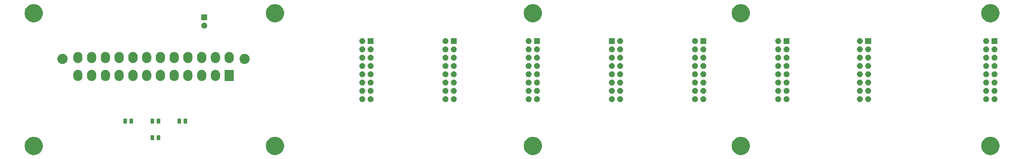
<source format=gbr>
G04 #@! TF.GenerationSoftware,KiCad,Pcbnew,5.1.5+dfsg1-2build2*
G04 #@! TF.CreationDate,2020-12-17T01:47:48-07:00*
G04 #@! TF.ProjectId,eurorackBus,6575726f-7261-4636-9b42-75732e6b6963,rev?*
G04 #@! TF.SameCoordinates,Original*
G04 #@! TF.FileFunction,Soldermask,Top*
G04 #@! TF.FilePolarity,Negative*
%FSLAX46Y46*%
G04 Gerber Fmt 4.6, Leading zero omitted, Abs format (unit mm)*
G04 Created by KiCad (PCBNEW 5.1.5+dfsg1-2build2) date 2020-12-17 01:47:48*
%MOMM*%
%LPD*%
G04 APERTURE LIST*
%ADD10C,0.100000*%
G04 APERTURE END LIST*
D10*
G36*
X16057020Y-114146641D02*
G01*
X16566769Y-114357786D01*
X16566771Y-114357787D01*
X17025533Y-114664322D01*
X17415678Y-115054467D01*
X17722213Y-115513229D01*
X17722214Y-115513231D01*
X17933359Y-116022980D01*
X18040999Y-116564124D01*
X18040999Y-117115876D01*
X17933359Y-117657020D01*
X17722214Y-118166769D01*
X17722213Y-118166771D01*
X17415678Y-118625533D01*
X17025533Y-119015678D01*
X16566771Y-119322213D01*
X16566770Y-119322214D01*
X16566769Y-119322214D01*
X16057020Y-119533359D01*
X15515876Y-119640999D01*
X14964124Y-119640999D01*
X14422980Y-119533359D01*
X13913231Y-119322214D01*
X13913230Y-119322214D01*
X13913229Y-119322213D01*
X13454467Y-119015678D01*
X13064322Y-118625533D01*
X12757787Y-118166771D01*
X12757786Y-118166769D01*
X12546641Y-117657020D01*
X12439001Y-117115876D01*
X12439001Y-116564124D01*
X12546641Y-116022980D01*
X12757786Y-115513231D01*
X12757787Y-115513229D01*
X13064322Y-115054467D01*
X13454467Y-114664322D01*
X13913229Y-114357787D01*
X13913231Y-114357786D01*
X14422980Y-114146641D01*
X14964124Y-114039001D01*
X15515876Y-114039001D01*
X16057020Y-114146641D01*
G37*
G36*
X89717020Y-114146641D02*
G01*
X90226769Y-114357786D01*
X90226771Y-114357787D01*
X90685533Y-114664322D01*
X91075678Y-115054467D01*
X91382213Y-115513229D01*
X91382214Y-115513231D01*
X91593359Y-116022980D01*
X91700999Y-116564124D01*
X91700999Y-117115876D01*
X91593359Y-117657020D01*
X91382214Y-118166769D01*
X91382213Y-118166771D01*
X91075678Y-118625533D01*
X90685533Y-119015678D01*
X90226771Y-119322213D01*
X90226770Y-119322214D01*
X90226769Y-119322214D01*
X89717020Y-119533359D01*
X89175876Y-119640999D01*
X88624124Y-119640999D01*
X88082980Y-119533359D01*
X87573231Y-119322214D01*
X87573230Y-119322214D01*
X87573229Y-119322213D01*
X87114467Y-119015678D01*
X86724322Y-118625533D01*
X86417787Y-118166771D01*
X86417786Y-118166769D01*
X86206641Y-117657020D01*
X86099001Y-117115876D01*
X86099001Y-116564124D01*
X86206641Y-116022980D01*
X86417786Y-115513231D01*
X86417787Y-115513229D01*
X86724322Y-115054467D01*
X87114467Y-114664322D01*
X87573229Y-114357787D01*
X87573231Y-114357786D01*
X88082980Y-114146641D01*
X88624124Y-114039001D01*
X89175876Y-114039001D01*
X89717020Y-114146641D01*
G37*
G36*
X308157020Y-114146641D02*
G01*
X308666769Y-114357786D01*
X308666771Y-114357787D01*
X309125533Y-114664322D01*
X309515678Y-115054467D01*
X309822213Y-115513229D01*
X309822214Y-115513231D01*
X310033359Y-116022980D01*
X310140999Y-116564124D01*
X310140999Y-117115876D01*
X310033359Y-117657020D01*
X309822214Y-118166769D01*
X309822213Y-118166771D01*
X309515678Y-118625533D01*
X309125533Y-119015678D01*
X308666771Y-119322213D01*
X308666770Y-119322214D01*
X308666769Y-119322214D01*
X308157020Y-119533359D01*
X307615876Y-119640999D01*
X307064124Y-119640999D01*
X306522980Y-119533359D01*
X306013231Y-119322214D01*
X306013230Y-119322214D01*
X306013229Y-119322213D01*
X305554467Y-119015678D01*
X305164322Y-118625533D01*
X304857787Y-118166771D01*
X304857786Y-118166769D01*
X304646641Y-117657020D01*
X304539001Y-117115876D01*
X304539001Y-116564124D01*
X304646641Y-116022980D01*
X304857786Y-115513231D01*
X304857787Y-115513229D01*
X305164322Y-115054467D01*
X305554467Y-114664322D01*
X306013229Y-114357787D01*
X306013231Y-114357786D01*
X306522980Y-114146641D01*
X307064124Y-114039001D01*
X307615876Y-114039001D01*
X308157020Y-114146641D01*
G37*
G36*
X168457020Y-114146641D02*
G01*
X168966769Y-114357786D01*
X168966771Y-114357787D01*
X169425533Y-114664322D01*
X169815678Y-115054467D01*
X170122213Y-115513229D01*
X170122214Y-115513231D01*
X170333359Y-116022980D01*
X170440999Y-116564124D01*
X170440999Y-117115876D01*
X170333359Y-117657020D01*
X170122214Y-118166769D01*
X170122213Y-118166771D01*
X169815678Y-118625533D01*
X169425533Y-119015678D01*
X168966771Y-119322213D01*
X168966770Y-119322214D01*
X168966769Y-119322214D01*
X168457020Y-119533359D01*
X167915876Y-119640999D01*
X167364124Y-119640999D01*
X166822980Y-119533359D01*
X166313231Y-119322214D01*
X166313230Y-119322214D01*
X166313229Y-119322213D01*
X165854467Y-119015678D01*
X165464322Y-118625533D01*
X165157787Y-118166771D01*
X165157786Y-118166769D01*
X164946641Y-117657020D01*
X164839001Y-117115876D01*
X164839001Y-116564124D01*
X164946641Y-116022980D01*
X165157786Y-115513231D01*
X165157787Y-115513229D01*
X165464322Y-115054467D01*
X165854467Y-114664322D01*
X166313229Y-114357787D01*
X166313231Y-114357786D01*
X166822980Y-114146641D01*
X167364124Y-114039001D01*
X167915876Y-114039001D01*
X168457020Y-114146641D01*
G37*
G36*
X231957020Y-114146641D02*
G01*
X232466769Y-114357786D01*
X232466771Y-114357787D01*
X232925533Y-114664322D01*
X233315678Y-115054467D01*
X233622213Y-115513229D01*
X233622214Y-115513231D01*
X233833359Y-116022980D01*
X233940999Y-116564124D01*
X233940999Y-117115876D01*
X233833359Y-117657020D01*
X233622214Y-118166769D01*
X233622213Y-118166771D01*
X233315678Y-118625533D01*
X232925533Y-119015678D01*
X232466771Y-119322213D01*
X232466770Y-119322214D01*
X232466769Y-119322214D01*
X231957020Y-119533359D01*
X231415876Y-119640999D01*
X230864124Y-119640999D01*
X230322980Y-119533359D01*
X229813231Y-119322214D01*
X229813230Y-119322214D01*
X229813229Y-119322213D01*
X229354467Y-119015678D01*
X228964322Y-118625533D01*
X228657787Y-118166771D01*
X228657786Y-118166769D01*
X228446641Y-117657020D01*
X228339001Y-117115876D01*
X228339001Y-116564124D01*
X228446641Y-116022980D01*
X228657786Y-115513231D01*
X228657787Y-115513229D01*
X228964322Y-115054467D01*
X229354467Y-114664322D01*
X229813229Y-114357787D01*
X229813231Y-114357786D01*
X230322980Y-114146641D01*
X230864124Y-114039001D01*
X231415876Y-114039001D01*
X231957020Y-114146641D01*
G37*
G36*
X51836968Y-113553565D02*
G01*
X51875638Y-113565296D01*
X51911277Y-113584346D01*
X51942517Y-113609983D01*
X51968154Y-113641223D01*
X51987204Y-113676862D01*
X51998935Y-113715532D01*
X52003500Y-113761888D01*
X52003500Y-114838112D01*
X51998935Y-114884468D01*
X51987204Y-114923138D01*
X51968154Y-114958777D01*
X51942517Y-114990017D01*
X51911277Y-115015654D01*
X51875638Y-115034704D01*
X51836968Y-115046435D01*
X51790612Y-115051000D01*
X51139388Y-115051000D01*
X51093032Y-115046435D01*
X51054362Y-115034704D01*
X51018723Y-115015654D01*
X50987483Y-114990017D01*
X50961846Y-114958777D01*
X50942796Y-114923138D01*
X50931065Y-114884468D01*
X50926500Y-114838112D01*
X50926500Y-113761888D01*
X50931065Y-113715532D01*
X50942796Y-113676862D01*
X50961846Y-113641223D01*
X50987483Y-113609983D01*
X51018723Y-113584346D01*
X51054362Y-113565296D01*
X51093032Y-113553565D01*
X51139388Y-113549000D01*
X51790612Y-113549000D01*
X51836968Y-113553565D01*
G37*
G36*
X53711968Y-113553565D02*
G01*
X53750638Y-113565296D01*
X53786277Y-113584346D01*
X53817517Y-113609983D01*
X53843154Y-113641223D01*
X53862204Y-113676862D01*
X53873935Y-113715532D01*
X53878500Y-113761888D01*
X53878500Y-114838112D01*
X53873935Y-114884468D01*
X53862204Y-114923138D01*
X53843154Y-114958777D01*
X53817517Y-114990017D01*
X53786277Y-115015654D01*
X53750638Y-115034704D01*
X53711968Y-115046435D01*
X53665612Y-115051000D01*
X53014388Y-115051000D01*
X52968032Y-115046435D01*
X52929362Y-115034704D01*
X52893723Y-115015654D01*
X52862483Y-114990017D01*
X52836846Y-114958777D01*
X52817796Y-114923138D01*
X52806065Y-114884468D01*
X52801500Y-114838112D01*
X52801500Y-113761888D01*
X52806065Y-113715532D01*
X52817796Y-113676862D01*
X52836846Y-113641223D01*
X52862483Y-113609983D01*
X52893723Y-113584346D01*
X52929362Y-113565296D01*
X52968032Y-113553565D01*
X53014388Y-113549000D01*
X53665612Y-113549000D01*
X53711968Y-113553565D01*
G37*
G36*
X43551968Y-108473565D02*
G01*
X43590638Y-108485296D01*
X43626277Y-108504346D01*
X43657517Y-108529983D01*
X43683154Y-108561223D01*
X43702204Y-108596862D01*
X43713935Y-108635532D01*
X43718500Y-108681888D01*
X43718500Y-109758112D01*
X43713935Y-109804468D01*
X43702204Y-109843138D01*
X43683154Y-109878777D01*
X43657517Y-109910017D01*
X43626277Y-109935654D01*
X43590638Y-109954704D01*
X43551968Y-109966435D01*
X43505612Y-109971000D01*
X42854388Y-109971000D01*
X42808032Y-109966435D01*
X42769362Y-109954704D01*
X42733723Y-109935654D01*
X42702483Y-109910017D01*
X42676846Y-109878777D01*
X42657796Y-109843138D01*
X42646065Y-109804468D01*
X42641500Y-109758112D01*
X42641500Y-108681888D01*
X42646065Y-108635532D01*
X42657796Y-108596862D01*
X42676846Y-108561223D01*
X42702483Y-108529983D01*
X42733723Y-108504346D01*
X42769362Y-108485296D01*
X42808032Y-108473565D01*
X42854388Y-108469000D01*
X43505612Y-108469000D01*
X43551968Y-108473565D01*
G37*
G36*
X53711968Y-108473565D02*
G01*
X53750638Y-108485296D01*
X53786277Y-108504346D01*
X53817517Y-108529983D01*
X53843154Y-108561223D01*
X53862204Y-108596862D01*
X53873935Y-108635532D01*
X53878500Y-108681888D01*
X53878500Y-109758112D01*
X53873935Y-109804468D01*
X53862204Y-109843138D01*
X53843154Y-109878777D01*
X53817517Y-109910017D01*
X53786277Y-109935654D01*
X53750638Y-109954704D01*
X53711968Y-109966435D01*
X53665612Y-109971000D01*
X53014388Y-109971000D01*
X52968032Y-109966435D01*
X52929362Y-109954704D01*
X52893723Y-109935654D01*
X52862483Y-109910017D01*
X52836846Y-109878777D01*
X52817796Y-109843138D01*
X52806065Y-109804468D01*
X52801500Y-109758112D01*
X52801500Y-108681888D01*
X52806065Y-108635532D01*
X52817796Y-108596862D01*
X52836846Y-108561223D01*
X52862483Y-108529983D01*
X52893723Y-108504346D01*
X52929362Y-108485296D01*
X52968032Y-108473565D01*
X53014388Y-108469000D01*
X53665612Y-108469000D01*
X53711968Y-108473565D01*
G37*
G36*
X51836968Y-108473565D02*
G01*
X51875638Y-108485296D01*
X51911277Y-108504346D01*
X51942517Y-108529983D01*
X51968154Y-108561223D01*
X51987204Y-108596862D01*
X51998935Y-108635532D01*
X52003500Y-108681888D01*
X52003500Y-109758112D01*
X51998935Y-109804468D01*
X51987204Y-109843138D01*
X51968154Y-109878777D01*
X51942517Y-109910017D01*
X51911277Y-109935654D01*
X51875638Y-109954704D01*
X51836968Y-109966435D01*
X51790612Y-109971000D01*
X51139388Y-109971000D01*
X51093032Y-109966435D01*
X51054362Y-109954704D01*
X51018723Y-109935654D01*
X50987483Y-109910017D01*
X50961846Y-109878777D01*
X50942796Y-109843138D01*
X50931065Y-109804468D01*
X50926500Y-109758112D01*
X50926500Y-108681888D01*
X50931065Y-108635532D01*
X50942796Y-108596862D01*
X50961846Y-108561223D01*
X50987483Y-108529983D01*
X51018723Y-108504346D01*
X51054362Y-108485296D01*
X51093032Y-108473565D01*
X51139388Y-108469000D01*
X51790612Y-108469000D01*
X51836968Y-108473565D01*
G37*
G36*
X45426968Y-108473565D02*
G01*
X45465638Y-108485296D01*
X45501277Y-108504346D01*
X45532517Y-108529983D01*
X45558154Y-108561223D01*
X45577204Y-108596862D01*
X45588935Y-108635532D01*
X45593500Y-108681888D01*
X45593500Y-109758112D01*
X45588935Y-109804468D01*
X45577204Y-109843138D01*
X45558154Y-109878777D01*
X45532517Y-109910017D01*
X45501277Y-109935654D01*
X45465638Y-109954704D01*
X45426968Y-109966435D01*
X45380612Y-109971000D01*
X44729388Y-109971000D01*
X44683032Y-109966435D01*
X44644362Y-109954704D01*
X44608723Y-109935654D01*
X44577483Y-109910017D01*
X44551846Y-109878777D01*
X44532796Y-109843138D01*
X44521065Y-109804468D01*
X44516500Y-109758112D01*
X44516500Y-108681888D01*
X44521065Y-108635532D01*
X44532796Y-108596862D01*
X44551846Y-108561223D01*
X44577483Y-108529983D01*
X44608723Y-108504346D01*
X44644362Y-108485296D01*
X44683032Y-108473565D01*
X44729388Y-108469000D01*
X45380612Y-108469000D01*
X45426968Y-108473565D01*
G37*
G36*
X60061968Y-108473565D02*
G01*
X60100638Y-108485296D01*
X60136277Y-108504346D01*
X60167517Y-108529983D01*
X60193154Y-108561223D01*
X60212204Y-108596862D01*
X60223935Y-108635532D01*
X60228500Y-108681888D01*
X60228500Y-109758112D01*
X60223935Y-109804468D01*
X60212204Y-109843138D01*
X60193154Y-109878777D01*
X60167517Y-109910017D01*
X60136277Y-109935654D01*
X60100638Y-109954704D01*
X60061968Y-109966435D01*
X60015612Y-109971000D01*
X59364388Y-109971000D01*
X59318032Y-109966435D01*
X59279362Y-109954704D01*
X59243723Y-109935654D01*
X59212483Y-109910017D01*
X59186846Y-109878777D01*
X59167796Y-109843138D01*
X59156065Y-109804468D01*
X59151500Y-109758112D01*
X59151500Y-108681888D01*
X59156065Y-108635532D01*
X59167796Y-108596862D01*
X59186846Y-108561223D01*
X59212483Y-108529983D01*
X59243723Y-108504346D01*
X59279362Y-108485296D01*
X59318032Y-108473565D01*
X59364388Y-108469000D01*
X60015612Y-108469000D01*
X60061968Y-108473565D01*
G37*
G36*
X61936968Y-108473565D02*
G01*
X61975638Y-108485296D01*
X62011277Y-108504346D01*
X62042517Y-108529983D01*
X62068154Y-108561223D01*
X62087204Y-108596862D01*
X62098935Y-108635532D01*
X62103500Y-108681888D01*
X62103500Y-109758112D01*
X62098935Y-109804468D01*
X62087204Y-109843138D01*
X62068154Y-109878777D01*
X62042517Y-109910017D01*
X62011277Y-109935654D01*
X61975638Y-109954704D01*
X61936968Y-109966435D01*
X61890612Y-109971000D01*
X61239388Y-109971000D01*
X61193032Y-109966435D01*
X61154362Y-109954704D01*
X61118723Y-109935654D01*
X61087483Y-109910017D01*
X61061846Y-109878777D01*
X61042796Y-109843138D01*
X61031065Y-109804468D01*
X61026500Y-109758112D01*
X61026500Y-108681888D01*
X61031065Y-108635532D01*
X61042796Y-108596862D01*
X61061846Y-108561223D01*
X61087483Y-108529983D01*
X61118723Y-108504346D01*
X61154362Y-108485296D01*
X61193032Y-108473565D01*
X61239388Y-108469000D01*
X61890612Y-108469000D01*
X61936968Y-108473565D01*
G37*
G36*
X306183512Y-101608928D02*
G01*
X306332812Y-101638625D01*
X306496784Y-101706545D01*
X306644354Y-101805148D01*
X306769853Y-101930647D01*
X306868456Y-102078217D01*
X306936376Y-102242189D01*
X306971000Y-102416260D01*
X306971000Y-102593742D01*
X306936376Y-102767813D01*
X306868456Y-102931785D01*
X306769853Y-103079355D01*
X306644354Y-103204854D01*
X306496784Y-103303457D01*
X306332812Y-103371377D01*
X306183512Y-103401074D01*
X306158742Y-103406001D01*
X305981258Y-103406001D01*
X305956488Y-103401074D01*
X305807188Y-103371377D01*
X305643216Y-103303457D01*
X305495646Y-103204854D01*
X305370147Y-103079355D01*
X305271544Y-102931785D01*
X305203624Y-102767813D01*
X305169000Y-102593742D01*
X305169000Y-102416260D01*
X305203624Y-102242189D01*
X305271544Y-102078217D01*
X305370147Y-101930647D01*
X305495646Y-101805148D01*
X305643216Y-101706545D01*
X305807188Y-101638625D01*
X305956488Y-101608928D01*
X305981258Y-101604001D01*
X306158742Y-101604001D01*
X306183512Y-101608928D01*
G37*
G36*
X217283512Y-101608928D02*
G01*
X217432812Y-101638625D01*
X217596784Y-101706545D01*
X217744354Y-101805148D01*
X217869853Y-101930647D01*
X217968456Y-102078217D01*
X218036376Y-102242189D01*
X218071000Y-102416260D01*
X218071000Y-102593742D01*
X218036376Y-102767813D01*
X217968456Y-102931785D01*
X217869853Y-103079355D01*
X217744354Y-103204854D01*
X217596784Y-103303457D01*
X217432812Y-103371377D01*
X217283512Y-103401074D01*
X217258742Y-103406001D01*
X217081258Y-103406001D01*
X217056488Y-103401074D01*
X216907188Y-103371377D01*
X216743216Y-103303457D01*
X216595646Y-103204854D01*
X216470147Y-103079355D01*
X216371544Y-102931785D01*
X216303624Y-102767813D01*
X216269000Y-102593742D01*
X216269000Y-102416260D01*
X216303624Y-102242189D01*
X216371544Y-102078217D01*
X216470147Y-101930647D01*
X216595646Y-101805148D01*
X216743216Y-101706545D01*
X216907188Y-101638625D01*
X217056488Y-101608928D01*
X217081258Y-101604001D01*
X217258742Y-101604001D01*
X217283512Y-101608928D01*
G37*
G36*
X191883512Y-101608928D02*
G01*
X192032812Y-101638625D01*
X192196784Y-101706545D01*
X192344354Y-101805148D01*
X192469853Y-101930647D01*
X192568456Y-102078217D01*
X192636376Y-102242189D01*
X192671000Y-102416260D01*
X192671000Y-102593742D01*
X192636376Y-102767813D01*
X192568456Y-102931785D01*
X192469853Y-103079355D01*
X192344354Y-103204854D01*
X192196784Y-103303457D01*
X192032812Y-103371377D01*
X191883512Y-103401074D01*
X191858742Y-103406001D01*
X191681258Y-103406001D01*
X191656488Y-103401074D01*
X191507188Y-103371377D01*
X191343216Y-103303457D01*
X191195646Y-103204854D01*
X191070147Y-103079355D01*
X190971544Y-102931785D01*
X190903624Y-102767813D01*
X190869000Y-102593742D01*
X190869000Y-102416260D01*
X190903624Y-102242189D01*
X190971544Y-102078217D01*
X191070147Y-101930647D01*
X191195646Y-101805148D01*
X191343216Y-101706545D01*
X191507188Y-101638625D01*
X191656488Y-101608928D01*
X191681258Y-101604001D01*
X191858742Y-101604001D01*
X191883512Y-101608928D01*
G37*
G36*
X166483512Y-101608928D02*
G01*
X166632812Y-101638625D01*
X166796784Y-101706545D01*
X166944354Y-101805148D01*
X167069853Y-101930647D01*
X167168456Y-102078217D01*
X167236376Y-102242189D01*
X167271000Y-102416260D01*
X167271000Y-102593742D01*
X167236376Y-102767813D01*
X167168456Y-102931785D01*
X167069853Y-103079355D01*
X166944354Y-103204854D01*
X166796784Y-103303457D01*
X166632812Y-103371377D01*
X166483512Y-103401074D01*
X166458742Y-103406001D01*
X166281258Y-103406001D01*
X166256488Y-103401074D01*
X166107188Y-103371377D01*
X165943216Y-103303457D01*
X165795646Y-103204854D01*
X165670147Y-103079355D01*
X165571544Y-102931785D01*
X165503624Y-102767813D01*
X165469000Y-102593742D01*
X165469000Y-102416260D01*
X165503624Y-102242189D01*
X165571544Y-102078217D01*
X165670147Y-101930647D01*
X165795646Y-101805148D01*
X165943216Y-101706545D01*
X166107188Y-101638625D01*
X166256488Y-101608928D01*
X166281258Y-101604001D01*
X166458742Y-101604001D01*
X166483512Y-101608928D01*
G37*
G36*
X169023512Y-101608928D02*
G01*
X169172812Y-101638625D01*
X169336784Y-101706545D01*
X169484354Y-101805148D01*
X169609853Y-101930647D01*
X169708456Y-102078217D01*
X169776376Y-102242189D01*
X169811000Y-102416260D01*
X169811000Y-102593742D01*
X169776376Y-102767813D01*
X169708456Y-102931785D01*
X169609853Y-103079355D01*
X169484354Y-103204854D01*
X169336784Y-103303457D01*
X169172812Y-103371377D01*
X169023512Y-103401074D01*
X168998742Y-103406001D01*
X168821258Y-103406001D01*
X168796488Y-103401074D01*
X168647188Y-103371377D01*
X168483216Y-103303457D01*
X168335646Y-103204854D01*
X168210147Y-103079355D01*
X168111544Y-102931785D01*
X168043624Y-102767813D01*
X168009000Y-102593742D01*
X168009000Y-102416260D01*
X168043624Y-102242189D01*
X168111544Y-102078217D01*
X168210147Y-101930647D01*
X168335646Y-101805148D01*
X168483216Y-101706545D01*
X168647188Y-101638625D01*
X168796488Y-101608928D01*
X168821258Y-101604001D01*
X168998742Y-101604001D01*
X169023512Y-101608928D01*
G37*
G36*
X143623512Y-101608928D02*
G01*
X143772812Y-101638625D01*
X143936784Y-101706545D01*
X144084354Y-101805148D01*
X144209853Y-101930647D01*
X144308456Y-102078217D01*
X144376376Y-102242189D01*
X144411000Y-102416260D01*
X144411000Y-102593742D01*
X144376376Y-102767813D01*
X144308456Y-102931785D01*
X144209853Y-103079355D01*
X144084354Y-103204854D01*
X143936784Y-103303457D01*
X143772812Y-103371377D01*
X143623512Y-103401074D01*
X143598742Y-103406001D01*
X143421258Y-103406001D01*
X143396488Y-103401074D01*
X143247188Y-103371377D01*
X143083216Y-103303457D01*
X142935646Y-103204854D01*
X142810147Y-103079355D01*
X142711544Y-102931785D01*
X142643624Y-102767813D01*
X142609000Y-102593742D01*
X142609000Y-102416260D01*
X142643624Y-102242189D01*
X142711544Y-102078217D01*
X142810147Y-101930647D01*
X142935646Y-101805148D01*
X143083216Y-101706545D01*
X143247188Y-101638625D01*
X143396488Y-101608928D01*
X143421258Y-101604001D01*
X143598742Y-101604001D01*
X143623512Y-101608928D01*
G37*
G36*
X194423512Y-101608928D02*
G01*
X194572812Y-101638625D01*
X194736784Y-101706545D01*
X194884354Y-101805148D01*
X195009853Y-101930647D01*
X195108456Y-102078217D01*
X195176376Y-102242189D01*
X195211000Y-102416260D01*
X195211000Y-102593742D01*
X195176376Y-102767813D01*
X195108456Y-102931785D01*
X195009853Y-103079355D01*
X194884354Y-103204854D01*
X194736784Y-103303457D01*
X194572812Y-103371377D01*
X194423512Y-103401074D01*
X194398742Y-103406001D01*
X194221258Y-103406001D01*
X194196488Y-103401074D01*
X194047188Y-103371377D01*
X193883216Y-103303457D01*
X193735646Y-103204854D01*
X193610147Y-103079355D01*
X193511544Y-102931785D01*
X193443624Y-102767813D01*
X193409000Y-102593742D01*
X193409000Y-102416260D01*
X193443624Y-102242189D01*
X193511544Y-102078217D01*
X193610147Y-101930647D01*
X193735646Y-101805148D01*
X193883216Y-101706545D01*
X194047188Y-101638625D01*
X194196488Y-101608928D01*
X194221258Y-101604001D01*
X194398742Y-101604001D01*
X194423512Y-101608928D01*
G37*
G36*
X242683512Y-101608928D02*
G01*
X242832812Y-101638625D01*
X242996784Y-101706545D01*
X243144354Y-101805148D01*
X243269853Y-101930647D01*
X243368456Y-102078217D01*
X243436376Y-102242189D01*
X243471000Y-102416260D01*
X243471000Y-102593742D01*
X243436376Y-102767813D01*
X243368456Y-102931785D01*
X243269853Y-103079355D01*
X243144354Y-103204854D01*
X242996784Y-103303457D01*
X242832812Y-103371377D01*
X242683512Y-103401074D01*
X242658742Y-103406001D01*
X242481258Y-103406001D01*
X242456488Y-103401074D01*
X242307188Y-103371377D01*
X242143216Y-103303457D01*
X241995646Y-103204854D01*
X241870147Y-103079355D01*
X241771544Y-102931785D01*
X241703624Y-102767813D01*
X241669000Y-102593742D01*
X241669000Y-102416260D01*
X241703624Y-102242189D01*
X241771544Y-102078217D01*
X241870147Y-101930647D01*
X241995646Y-101805148D01*
X242143216Y-101706545D01*
X242307188Y-101638625D01*
X242456488Y-101608928D01*
X242481258Y-101604001D01*
X242658742Y-101604001D01*
X242683512Y-101608928D01*
G37*
G36*
X245223512Y-101608928D02*
G01*
X245372812Y-101638625D01*
X245536784Y-101706545D01*
X245684354Y-101805148D01*
X245809853Y-101930647D01*
X245908456Y-102078217D01*
X245976376Y-102242189D01*
X246011000Y-102416260D01*
X246011000Y-102593742D01*
X245976376Y-102767813D01*
X245908456Y-102931785D01*
X245809853Y-103079355D01*
X245684354Y-103204854D01*
X245536784Y-103303457D01*
X245372812Y-103371377D01*
X245223512Y-103401074D01*
X245198742Y-103406001D01*
X245021258Y-103406001D01*
X244996488Y-103401074D01*
X244847188Y-103371377D01*
X244683216Y-103303457D01*
X244535646Y-103204854D01*
X244410147Y-103079355D01*
X244311544Y-102931785D01*
X244243624Y-102767813D01*
X244209000Y-102593742D01*
X244209000Y-102416260D01*
X244243624Y-102242189D01*
X244311544Y-102078217D01*
X244410147Y-101930647D01*
X244535646Y-101805148D01*
X244683216Y-101706545D01*
X244847188Y-101638625D01*
X244996488Y-101608928D01*
X245021258Y-101604001D01*
X245198742Y-101604001D01*
X245223512Y-101608928D01*
G37*
G36*
X267608513Y-101608928D02*
G01*
X267757813Y-101638625D01*
X267921785Y-101706545D01*
X268069355Y-101805148D01*
X268194854Y-101930647D01*
X268293457Y-102078217D01*
X268361377Y-102242189D01*
X268396001Y-102416260D01*
X268396001Y-102593742D01*
X268361377Y-102767813D01*
X268293457Y-102931785D01*
X268194854Y-103079355D01*
X268069355Y-103204854D01*
X267921785Y-103303457D01*
X267757813Y-103371377D01*
X267608513Y-103401074D01*
X267583743Y-103406001D01*
X267406259Y-103406001D01*
X267381489Y-103401074D01*
X267232189Y-103371377D01*
X267068217Y-103303457D01*
X266920647Y-103204854D01*
X266795148Y-103079355D01*
X266696545Y-102931785D01*
X266628625Y-102767813D01*
X266594001Y-102593742D01*
X266594001Y-102416260D01*
X266628625Y-102242189D01*
X266696545Y-102078217D01*
X266795148Y-101930647D01*
X266920647Y-101805148D01*
X267068217Y-101706545D01*
X267232189Y-101638625D01*
X267381489Y-101608928D01*
X267406259Y-101604001D01*
X267583743Y-101604001D01*
X267608513Y-101608928D01*
G37*
G36*
X270148513Y-101608928D02*
G01*
X270297813Y-101638625D01*
X270461785Y-101706545D01*
X270609355Y-101805148D01*
X270734854Y-101930647D01*
X270833457Y-102078217D01*
X270901377Y-102242189D01*
X270936001Y-102416260D01*
X270936001Y-102593742D01*
X270901377Y-102767813D01*
X270833457Y-102931785D01*
X270734854Y-103079355D01*
X270609355Y-103204854D01*
X270461785Y-103303457D01*
X270297813Y-103371377D01*
X270148513Y-103401074D01*
X270123743Y-103406001D01*
X269946259Y-103406001D01*
X269921489Y-103401074D01*
X269772189Y-103371377D01*
X269608217Y-103303457D01*
X269460647Y-103204854D01*
X269335148Y-103079355D01*
X269236545Y-102931785D01*
X269168625Y-102767813D01*
X269134001Y-102593742D01*
X269134001Y-102416260D01*
X269168625Y-102242189D01*
X269236545Y-102078217D01*
X269335148Y-101930647D01*
X269460647Y-101805148D01*
X269608217Y-101706545D01*
X269772189Y-101638625D01*
X269921489Y-101608928D01*
X269946259Y-101604001D01*
X270123743Y-101604001D01*
X270148513Y-101608928D01*
G37*
G36*
X308723512Y-101608928D02*
G01*
X308872812Y-101638625D01*
X309036784Y-101706545D01*
X309184354Y-101805148D01*
X309309853Y-101930647D01*
X309408456Y-102078217D01*
X309476376Y-102242189D01*
X309511000Y-102416260D01*
X309511000Y-102593742D01*
X309476376Y-102767813D01*
X309408456Y-102931785D01*
X309309853Y-103079355D01*
X309184354Y-103204854D01*
X309036784Y-103303457D01*
X308872812Y-103371377D01*
X308723512Y-103401074D01*
X308698742Y-103406001D01*
X308521258Y-103406001D01*
X308496488Y-103401074D01*
X308347188Y-103371377D01*
X308183216Y-103303457D01*
X308035646Y-103204854D01*
X307910147Y-103079355D01*
X307811544Y-102931785D01*
X307743624Y-102767813D01*
X307709000Y-102593742D01*
X307709000Y-102416260D01*
X307743624Y-102242189D01*
X307811544Y-102078217D01*
X307910147Y-101930647D01*
X308035646Y-101805148D01*
X308183216Y-101706545D01*
X308347188Y-101638625D01*
X308496488Y-101608928D01*
X308521258Y-101604001D01*
X308698742Y-101604001D01*
X308723512Y-101608928D01*
G37*
G36*
X118223512Y-101608928D02*
G01*
X118372812Y-101638625D01*
X118536784Y-101706545D01*
X118684354Y-101805148D01*
X118809853Y-101930647D01*
X118908456Y-102078217D01*
X118976376Y-102242189D01*
X119011000Y-102416260D01*
X119011000Y-102593742D01*
X118976376Y-102767813D01*
X118908456Y-102931785D01*
X118809853Y-103079355D01*
X118684354Y-103204854D01*
X118536784Y-103303457D01*
X118372812Y-103371377D01*
X118223512Y-103401074D01*
X118198742Y-103406001D01*
X118021258Y-103406001D01*
X117996488Y-103401074D01*
X117847188Y-103371377D01*
X117683216Y-103303457D01*
X117535646Y-103204854D01*
X117410147Y-103079355D01*
X117311544Y-102931785D01*
X117243624Y-102767813D01*
X117209000Y-102593742D01*
X117209000Y-102416260D01*
X117243624Y-102242189D01*
X117311544Y-102078217D01*
X117410147Y-101930647D01*
X117535646Y-101805148D01*
X117683216Y-101706545D01*
X117847188Y-101638625D01*
X117996488Y-101608928D01*
X118021258Y-101604001D01*
X118198742Y-101604001D01*
X118223512Y-101608928D01*
G37*
G36*
X115683512Y-101608928D02*
G01*
X115832812Y-101638625D01*
X115996784Y-101706545D01*
X116144354Y-101805148D01*
X116269853Y-101930647D01*
X116368456Y-102078217D01*
X116436376Y-102242189D01*
X116471000Y-102416260D01*
X116471000Y-102593742D01*
X116436376Y-102767813D01*
X116368456Y-102931785D01*
X116269853Y-103079355D01*
X116144354Y-103204854D01*
X115996784Y-103303457D01*
X115832812Y-103371377D01*
X115683512Y-103401074D01*
X115658742Y-103406001D01*
X115481258Y-103406001D01*
X115456488Y-103401074D01*
X115307188Y-103371377D01*
X115143216Y-103303457D01*
X114995646Y-103204854D01*
X114870147Y-103079355D01*
X114771544Y-102931785D01*
X114703624Y-102767813D01*
X114669000Y-102593742D01*
X114669000Y-102416260D01*
X114703624Y-102242189D01*
X114771544Y-102078217D01*
X114870147Y-101930647D01*
X114995646Y-101805148D01*
X115143216Y-101706545D01*
X115307188Y-101638625D01*
X115456488Y-101608928D01*
X115481258Y-101604001D01*
X115658742Y-101604001D01*
X115683512Y-101608928D01*
G37*
G36*
X219823512Y-101608928D02*
G01*
X219972812Y-101638625D01*
X220136784Y-101706545D01*
X220284354Y-101805148D01*
X220409853Y-101930647D01*
X220508456Y-102078217D01*
X220576376Y-102242189D01*
X220611000Y-102416260D01*
X220611000Y-102593742D01*
X220576376Y-102767813D01*
X220508456Y-102931785D01*
X220409853Y-103079355D01*
X220284354Y-103204854D01*
X220136784Y-103303457D01*
X219972812Y-103371377D01*
X219823512Y-103401074D01*
X219798742Y-103406001D01*
X219621258Y-103406001D01*
X219596488Y-103401074D01*
X219447188Y-103371377D01*
X219283216Y-103303457D01*
X219135646Y-103204854D01*
X219010147Y-103079355D01*
X218911544Y-102931785D01*
X218843624Y-102767813D01*
X218809000Y-102593742D01*
X218809000Y-102416260D01*
X218843624Y-102242189D01*
X218911544Y-102078217D01*
X219010147Y-101930647D01*
X219135646Y-101805148D01*
X219283216Y-101706545D01*
X219447188Y-101638625D01*
X219596488Y-101608928D01*
X219621258Y-101604001D01*
X219798742Y-101604001D01*
X219823512Y-101608928D01*
G37*
G36*
X141083512Y-101608928D02*
G01*
X141232812Y-101638625D01*
X141396784Y-101706545D01*
X141544354Y-101805148D01*
X141669853Y-101930647D01*
X141768456Y-102078217D01*
X141836376Y-102242189D01*
X141871000Y-102416260D01*
X141871000Y-102593742D01*
X141836376Y-102767813D01*
X141768456Y-102931785D01*
X141669853Y-103079355D01*
X141544354Y-103204854D01*
X141396784Y-103303457D01*
X141232812Y-103371377D01*
X141083512Y-103401074D01*
X141058742Y-103406001D01*
X140881258Y-103406001D01*
X140856488Y-103401074D01*
X140707188Y-103371377D01*
X140543216Y-103303457D01*
X140395646Y-103204854D01*
X140270147Y-103079355D01*
X140171544Y-102931785D01*
X140103624Y-102767813D01*
X140069000Y-102593742D01*
X140069000Y-102416260D01*
X140103624Y-102242189D01*
X140171544Y-102078217D01*
X140270147Y-101930647D01*
X140395646Y-101805148D01*
X140543216Y-101706545D01*
X140707188Y-101638625D01*
X140856488Y-101608928D01*
X140881258Y-101604001D01*
X141058742Y-101604001D01*
X141083512Y-101608928D01*
G37*
G36*
X118223512Y-99068928D02*
G01*
X118372812Y-99098625D01*
X118536784Y-99166545D01*
X118684354Y-99265148D01*
X118809853Y-99390647D01*
X118908456Y-99538217D01*
X118976376Y-99702189D01*
X119011000Y-99876260D01*
X119011000Y-100053742D01*
X118976376Y-100227813D01*
X118908456Y-100391785D01*
X118809853Y-100539355D01*
X118684354Y-100664854D01*
X118536784Y-100763457D01*
X118372812Y-100831377D01*
X118223512Y-100861074D01*
X118198742Y-100866001D01*
X118021258Y-100866001D01*
X117996488Y-100861074D01*
X117847188Y-100831377D01*
X117683216Y-100763457D01*
X117535646Y-100664854D01*
X117410147Y-100539355D01*
X117311544Y-100391785D01*
X117243624Y-100227813D01*
X117209000Y-100053742D01*
X117209000Y-99876260D01*
X117243624Y-99702189D01*
X117311544Y-99538217D01*
X117410147Y-99390647D01*
X117535646Y-99265148D01*
X117683216Y-99166545D01*
X117847188Y-99098625D01*
X117996488Y-99068928D01*
X118021258Y-99064001D01*
X118198742Y-99064001D01*
X118223512Y-99068928D01*
G37*
G36*
X267608513Y-99068928D02*
G01*
X267757813Y-99098625D01*
X267921785Y-99166545D01*
X268069355Y-99265148D01*
X268194854Y-99390647D01*
X268293457Y-99538217D01*
X268361377Y-99702189D01*
X268396001Y-99876260D01*
X268396001Y-100053742D01*
X268361377Y-100227813D01*
X268293457Y-100391785D01*
X268194854Y-100539355D01*
X268069355Y-100664854D01*
X267921785Y-100763457D01*
X267757813Y-100831377D01*
X267608513Y-100861074D01*
X267583743Y-100866001D01*
X267406259Y-100866001D01*
X267381489Y-100861074D01*
X267232189Y-100831377D01*
X267068217Y-100763457D01*
X266920647Y-100664854D01*
X266795148Y-100539355D01*
X266696545Y-100391785D01*
X266628625Y-100227813D01*
X266594001Y-100053742D01*
X266594001Y-99876260D01*
X266628625Y-99702189D01*
X266696545Y-99538217D01*
X266795148Y-99390647D01*
X266920647Y-99265148D01*
X267068217Y-99166545D01*
X267232189Y-99098625D01*
X267381489Y-99068928D01*
X267406259Y-99064001D01*
X267583743Y-99064001D01*
X267608513Y-99068928D01*
G37*
G36*
X308723512Y-99068928D02*
G01*
X308872812Y-99098625D01*
X309036784Y-99166545D01*
X309184354Y-99265148D01*
X309309853Y-99390647D01*
X309408456Y-99538217D01*
X309476376Y-99702189D01*
X309511000Y-99876260D01*
X309511000Y-100053742D01*
X309476376Y-100227813D01*
X309408456Y-100391785D01*
X309309853Y-100539355D01*
X309184354Y-100664854D01*
X309036784Y-100763457D01*
X308872812Y-100831377D01*
X308723512Y-100861074D01*
X308698742Y-100866001D01*
X308521258Y-100866001D01*
X308496488Y-100861074D01*
X308347188Y-100831377D01*
X308183216Y-100763457D01*
X308035646Y-100664854D01*
X307910147Y-100539355D01*
X307811544Y-100391785D01*
X307743624Y-100227813D01*
X307709000Y-100053742D01*
X307709000Y-99876260D01*
X307743624Y-99702189D01*
X307811544Y-99538217D01*
X307910147Y-99390647D01*
X308035646Y-99265148D01*
X308183216Y-99166545D01*
X308347188Y-99098625D01*
X308496488Y-99068928D01*
X308521258Y-99064001D01*
X308698742Y-99064001D01*
X308723512Y-99068928D01*
G37*
G36*
X306183512Y-99068928D02*
G01*
X306332812Y-99098625D01*
X306496784Y-99166545D01*
X306644354Y-99265148D01*
X306769853Y-99390647D01*
X306868456Y-99538217D01*
X306936376Y-99702189D01*
X306971000Y-99876260D01*
X306971000Y-100053742D01*
X306936376Y-100227813D01*
X306868456Y-100391785D01*
X306769853Y-100539355D01*
X306644354Y-100664854D01*
X306496784Y-100763457D01*
X306332812Y-100831377D01*
X306183512Y-100861074D01*
X306158742Y-100866001D01*
X305981258Y-100866001D01*
X305956488Y-100861074D01*
X305807188Y-100831377D01*
X305643216Y-100763457D01*
X305495646Y-100664854D01*
X305370147Y-100539355D01*
X305271544Y-100391785D01*
X305203624Y-100227813D01*
X305169000Y-100053742D01*
X305169000Y-99876260D01*
X305203624Y-99702189D01*
X305271544Y-99538217D01*
X305370147Y-99390647D01*
X305495646Y-99265148D01*
X305643216Y-99166545D01*
X305807188Y-99098625D01*
X305956488Y-99068928D01*
X305981258Y-99064001D01*
X306158742Y-99064001D01*
X306183512Y-99068928D01*
G37*
G36*
X270148513Y-99068928D02*
G01*
X270297813Y-99098625D01*
X270461785Y-99166545D01*
X270609355Y-99265148D01*
X270734854Y-99390647D01*
X270833457Y-99538217D01*
X270901377Y-99702189D01*
X270936001Y-99876260D01*
X270936001Y-100053742D01*
X270901377Y-100227813D01*
X270833457Y-100391785D01*
X270734854Y-100539355D01*
X270609355Y-100664854D01*
X270461785Y-100763457D01*
X270297813Y-100831377D01*
X270148513Y-100861074D01*
X270123743Y-100866001D01*
X269946259Y-100866001D01*
X269921489Y-100861074D01*
X269772189Y-100831377D01*
X269608217Y-100763457D01*
X269460647Y-100664854D01*
X269335148Y-100539355D01*
X269236545Y-100391785D01*
X269168625Y-100227813D01*
X269134001Y-100053742D01*
X269134001Y-99876260D01*
X269168625Y-99702189D01*
X269236545Y-99538217D01*
X269335148Y-99390647D01*
X269460647Y-99265148D01*
X269608217Y-99166545D01*
X269772189Y-99098625D01*
X269921489Y-99068928D01*
X269946259Y-99064001D01*
X270123743Y-99064001D01*
X270148513Y-99068928D01*
G37*
G36*
X115683512Y-99068928D02*
G01*
X115832812Y-99098625D01*
X115996784Y-99166545D01*
X116144354Y-99265148D01*
X116269853Y-99390647D01*
X116368456Y-99538217D01*
X116436376Y-99702189D01*
X116471000Y-99876260D01*
X116471000Y-100053742D01*
X116436376Y-100227813D01*
X116368456Y-100391785D01*
X116269853Y-100539355D01*
X116144354Y-100664854D01*
X115996784Y-100763457D01*
X115832812Y-100831377D01*
X115683512Y-100861074D01*
X115658742Y-100866001D01*
X115481258Y-100866001D01*
X115456488Y-100861074D01*
X115307188Y-100831377D01*
X115143216Y-100763457D01*
X114995646Y-100664854D01*
X114870147Y-100539355D01*
X114771544Y-100391785D01*
X114703624Y-100227813D01*
X114669000Y-100053742D01*
X114669000Y-99876260D01*
X114703624Y-99702189D01*
X114771544Y-99538217D01*
X114870147Y-99390647D01*
X114995646Y-99265148D01*
X115143216Y-99166545D01*
X115307188Y-99098625D01*
X115456488Y-99068928D01*
X115481258Y-99064001D01*
X115658742Y-99064001D01*
X115683512Y-99068928D01*
G37*
G36*
X194423512Y-99068928D02*
G01*
X194572812Y-99098625D01*
X194736784Y-99166545D01*
X194884354Y-99265148D01*
X195009853Y-99390647D01*
X195108456Y-99538217D01*
X195176376Y-99702189D01*
X195211000Y-99876260D01*
X195211000Y-100053742D01*
X195176376Y-100227813D01*
X195108456Y-100391785D01*
X195009853Y-100539355D01*
X194884354Y-100664854D01*
X194736784Y-100763457D01*
X194572812Y-100831377D01*
X194423512Y-100861074D01*
X194398742Y-100866001D01*
X194221258Y-100866001D01*
X194196488Y-100861074D01*
X194047188Y-100831377D01*
X193883216Y-100763457D01*
X193735646Y-100664854D01*
X193610147Y-100539355D01*
X193511544Y-100391785D01*
X193443624Y-100227813D01*
X193409000Y-100053742D01*
X193409000Y-99876260D01*
X193443624Y-99702189D01*
X193511544Y-99538217D01*
X193610147Y-99390647D01*
X193735646Y-99265148D01*
X193883216Y-99166545D01*
X194047188Y-99098625D01*
X194196488Y-99068928D01*
X194221258Y-99064001D01*
X194398742Y-99064001D01*
X194423512Y-99068928D01*
G37*
G36*
X242683512Y-99068928D02*
G01*
X242832812Y-99098625D01*
X242996784Y-99166545D01*
X243144354Y-99265148D01*
X243269853Y-99390647D01*
X243368456Y-99538217D01*
X243436376Y-99702189D01*
X243471000Y-99876260D01*
X243471000Y-100053742D01*
X243436376Y-100227813D01*
X243368456Y-100391785D01*
X243269853Y-100539355D01*
X243144354Y-100664854D01*
X242996784Y-100763457D01*
X242832812Y-100831377D01*
X242683512Y-100861074D01*
X242658742Y-100866001D01*
X242481258Y-100866001D01*
X242456488Y-100861074D01*
X242307188Y-100831377D01*
X242143216Y-100763457D01*
X241995646Y-100664854D01*
X241870147Y-100539355D01*
X241771544Y-100391785D01*
X241703624Y-100227813D01*
X241669000Y-100053742D01*
X241669000Y-99876260D01*
X241703624Y-99702189D01*
X241771544Y-99538217D01*
X241870147Y-99390647D01*
X241995646Y-99265148D01*
X242143216Y-99166545D01*
X242307188Y-99098625D01*
X242456488Y-99068928D01*
X242481258Y-99064001D01*
X242658742Y-99064001D01*
X242683512Y-99068928D01*
G37*
G36*
X219823512Y-99068928D02*
G01*
X219972812Y-99098625D01*
X220136784Y-99166545D01*
X220284354Y-99265148D01*
X220409853Y-99390647D01*
X220508456Y-99538217D01*
X220576376Y-99702189D01*
X220611000Y-99876260D01*
X220611000Y-100053742D01*
X220576376Y-100227813D01*
X220508456Y-100391785D01*
X220409853Y-100539355D01*
X220284354Y-100664854D01*
X220136784Y-100763457D01*
X219972812Y-100831377D01*
X219823512Y-100861074D01*
X219798742Y-100866001D01*
X219621258Y-100866001D01*
X219596488Y-100861074D01*
X219447188Y-100831377D01*
X219283216Y-100763457D01*
X219135646Y-100664854D01*
X219010147Y-100539355D01*
X218911544Y-100391785D01*
X218843624Y-100227813D01*
X218809000Y-100053742D01*
X218809000Y-99876260D01*
X218843624Y-99702189D01*
X218911544Y-99538217D01*
X219010147Y-99390647D01*
X219135646Y-99265148D01*
X219283216Y-99166545D01*
X219447188Y-99098625D01*
X219596488Y-99068928D01*
X219621258Y-99064001D01*
X219798742Y-99064001D01*
X219823512Y-99068928D01*
G37*
G36*
X217283512Y-99068928D02*
G01*
X217432812Y-99098625D01*
X217596784Y-99166545D01*
X217744354Y-99265148D01*
X217869853Y-99390647D01*
X217968456Y-99538217D01*
X218036376Y-99702189D01*
X218071000Y-99876260D01*
X218071000Y-100053742D01*
X218036376Y-100227813D01*
X217968456Y-100391785D01*
X217869853Y-100539355D01*
X217744354Y-100664854D01*
X217596784Y-100763457D01*
X217432812Y-100831377D01*
X217283512Y-100861074D01*
X217258742Y-100866001D01*
X217081258Y-100866001D01*
X217056488Y-100861074D01*
X216907188Y-100831377D01*
X216743216Y-100763457D01*
X216595646Y-100664854D01*
X216470147Y-100539355D01*
X216371544Y-100391785D01*
X216303624Y-100227813D01*
X216269000Y-100053742D01*
X216269000Y-99876260D01*
X216303624Y-99702189D01*
X216371544Y-99538217D01*
X216470147Y-99390647D01*
X216595646Y-99265148D01*
X216743216Y-99166545D01*
X216907188Y-99098625D01*
X217056488Y-99068928D01*
X217081258Y-99064001D01*
X217258742Y-99064001D01*
X217283512Y-99068928D01*
G37*
G36*
X141083512Y-99068928D02*
G01*
X141232812Y-99098625D01*
X141396784Y-99166545D01*
X141544354Y-99265148D01*
X141669853Y-99390647D01*
X141768456Y-99538217D01*
X141836376Y-99702189D01*
X141871000Y-99876260D01*
X141871000Y-100053742D01*
X141836376Y-100227813D01*
X141768456Y-100391785D01*
X141669853Y-100539355D01*
X141544354Y-100664854D01*
X141396784Y-100763457D01*
X141232812Y-100831377D01*
X141083512Y-100861074D01*
X141058742Y-100866001D01*
X140881258Y-100866001D01*
X140856488Y-100861074D01*
X140707188Y-100831377D01*
X140543216Y-100763457D01*
X140395646Y-100664854D01*
X140270147Y-100539355D01*
X140171544Y-100391785D01*
X140103624Y-100227813D01*
X140069000Y-100053742D01*
X140069000Y-99876260D01*
X140103624Y-99702189D01*
X140171544Y-99538217D01*
X140270147Y-99390647D01*
X140395646Y-99265148D01*
X140543216Y-99166545D01*
X140707188Y-99098625D01*
X140856488Y-99068928D01*
X140881258Y-99064001D01*
X141058742Y-99064001D01*
X141083512Y-99068928D01*
G37*
G36*
X166483512Y-99068928D02*
G01*
X166632812Y-99098625D01*
X166796784Y-99166545D01*
X166944354Y-99265148D01*
X167069853Y-99390647D01*
X167168456Y-99538217D01*
X167236376Y-99702189D01*
X167271000Y-99876260D01*
X167271000Y-100053742D01*
X167236376Y-100227813D01*
X167168456Y-100391785D01*
X167069853Y-100539355D01*
X166944354Y-100664854D01*
X166796784Y-100763457D01*
X166632812Y-100831377D01*
X166483512Y-100861074D01*
X166458742Y-100866001D01*
X166281258Y-100866001D01*
X166256488Y-100861074D01*
X166107188Y-100831377D01*
X165943216Y-100763457D01*
X165795646Y-100664854D01*
X165670147Y-100539355D01*
X165571544Y-100391785D01*
X165503624Y-100227813D01*
X165469000Y-100053742D01*
X165469000Y-99876260D01*
X165503624Y-99702189D01*
X165571544Y-99538217D01*
X165670147Y-99390647D01*
X165795646Y-99265148D01*
X165943216Y-99166545D01*
X166107188Y-99098625D01*
X166256488Y-99068928D01*
X166281258Y-99064001D01*
X166458742Y-99064001D01*
X166483512Y-99068928D01*
G37*
G36*
X169023512Y-99068928D02*
G01*
X169172812Y-99098625D01*
X169336784Y-99166545D01*
X169484354Y-99265148D01*
X169609853Y-99390647D01*
X169708456Y-99538217D01*
X169776376Y-99702189D01*
X169811000Y-99876260D01*
X169811000Y-100053742D01*
X169776376Y-100227813D01*
X169708456Y-100391785D01*
X169609853Y-100539355D01*
X169484354Y-100664854D01*
X169336784Y-100763457D01*
X169172812Y-100831377D01*
X169023512Y-100861074D01*
X168998742Y-100866001D01*
X168821258Y-100866001D01*
X168796488Y-100861074D01*
X168647188Y-100831377D01*
X168483216Y-100763457D01*
X168335646Y-100664854D01*
X168210147Y-100539355D01*
X168111544Y-100391785D01*
X168043624Y-100227813D01*
X168009000Y-100053742D01*
X168009000Y-99876260D01*
X168043624Y-99702189D01*
X168111544Y-99538217D01*
X168210147Y-99390647D01*
X168335646Y-99265148D01*
X168483216Y-99166545D01*
X168647188Y-99098625D01*
X168796488Y-99068928D01*
X168821258Y-99064001D01*
X168998742Y-99064001D01*
X169023512Y-99068928D01*
G37*
G36*
X143623512Y-99068928D02*
G01*
X143772812Y-99098625D01*
X143936784Y-99166545D01*
X144084354Y-99265148D01*
X144209853Y-99390647D01*
X144308456Y-99538217D01*
X144376376Y-99702189D01*
X144411000Y-99876260D01*
X144411000Y-100053742D01*
X144376376Y-100227813D01*
X144308456Y-100391785D01*
X144209853Y-100539355D01*
X144084354Y-100664854D01*
X143936784Y-100763457D01*
X143772812Y-100831377D01*
X143623512Y-100861074D01*
X143598742Y-100866001D01*
X143421258Y-100866001D01*
X143396488Y-100861074D01*
X143247188Y-100831377D01*
X143083216Y-100763457D01*
X142935646Y-100664854D01*
X142810147Y-100539355D01*
X142711544Y-100391785D01*
X142643624Y-100227813D01*
X142609000Y-100053742D01*
X142609000Y-99876260D01*
X142643624Y-99702189D01*
X142711544Y-99538217D01*
X142810147Y-99390647D01*
X142935646Y-99265148D01*
X143083216Y-99166545D01*
X143247188Y-99098625D01*
X143396488Y-99068928D01*
X143421258Y-99064001D01*
X143598742Y-99064001D01*
X143623512Y-99068928D01*
G37*
G36*
X245223512Y-99068928D02*
G01*
X245372812Y-99098625D01*
X245536784Y-99166545D01*
X245684354Y-99265148D01*
X245809853Y-99390647D01*
X245908456Y-99538217D01*
X245976376Y-99702189D01*
X246011000Y-99876260D01*
X246011000Y-100053742D01*
X245976376Y-100227813D01*
X245908456Y-100391785D01*
X245809853Y-100539355D01*
X245684354Y-100664854D01*
X245536784Y-100763457D01*
X245372812Y-100831377D01*
X245223512Y-100861074D01*
X245198742Y-100866001D01*
X245021258Y-100866001D01*
X244996488Y-100861074D01*
X244847188Y-100831377D01*
X244683216Y-100763457D01*
X244535646Y-100664854D01*
X244410147Y-100539355D01*
X244311544Y-100391785D01*
X244243624Y-100227813D01*
X244209000Y-100053742D01*
X244209000Y-99876260D01*
X244243624Y-99702189D01*
X244311544Y-99538217D01*
X244410147Y-99390647D01*
X244535646Y-99265148D01*
X244683216Y-99166545D01*
X244847188Y-99098625D01*
X244996488Y-99068928D01*
X245021258Y-99064001D01*
X245198742Y-99064001D01*
X245223512Y-99068928D01*
G37*
G36*
X191883512Y-99068928D02*
G01*
X192032812Y-99098625D01*
X192196784Y-99166545D01*
X192344354Y-99265148D01*
X192469853Y-99390647D01*
X192568456Y-99538217D01*
X192636376Y-99702189D01*
X192671000Y-99876260D01*
X192671000Y-100053742D01*
X192636376Y-100227813D01*
X192568456Y-100391785D01*
X192469853Y-100539355D01*
X192344354Y-100664854D01*
X192196784Y-100763457D01*
X192032812Y-100831377D01*
X191883512Y-100861074D01*
X191858742Y-100866001D01*
X191681258Y-100866001D01*
X191656488Y-100861074D01*
X191507188Y-100831377D01*
X191343216Y-100763457D01*
X191195646Y-100664854D01*
X191070147Y-100539355D01*
X190971544Y-100391785D01*
X190903624Y-100227813D01*
X190869000Y-100053742D01*
X190869000Y-99876260D01*
X190903624Y-99702189D01*
X190971544Y-99538217D01*
X191070147Y-99390647D01*
X191195646Y-99265148D01*
X191343216Y-99166545D01*
X191507188Y-99098625D01*
X191656488Y-99068928D01*
X191681258Y-99064001D01*
X191858742Y-99064001D01*
X191883512Y-99068928D01*
G37*
G36*
X166483512Y-96528928D02*
G01*
X166632812Y-96558625D01*
X166796784Y-96626545D01*
X166944354Y-96725148D01*
X167069853Y-96850647D01*
X167168456Y-96998217D01*
X167236376Y-97162189D01*
X167271000Y-97336260D01*
X167271000Y-97513742D01*
X167236376Y-97687813D01*
X167168456Y-97851785D01*
X167069853Y-97999355D01*
X166944354Y-98124854D01*
X166796784Y-98223457D01*
X166632812Y-98291377D01*
X166483512Y-98321074D01*
X166458742Y-98326001D01*
X166281258Y-98326001D01*
X166256488Y-98321074D01*
X166107188Y-98291377D01*
X165943216Y-98223457D01*
X165795646Y-98124854D01*
X165670147Y-97999355D01*
X165571544Y-97851785D01*
X165503624Y-97687813D01*
X165469000Y-97513742D01*
X165469000Y-97336260D01*
X165503624Y-97162189D01*
X165571544Y-96998217D01*
X165670147Y-96850647D01*
X165795646Y-96725148D01*
X165943216Y-96626545D01*
X166107188Y-96558625D01*
X166256488Y-96528928D01*
X166281258Y-96524001D01*
X166458742Y-96524001D01*
X166483512Y-96528928D01*
G37*
G36*
X242683512Y-96528928D02*
G01*
X242832812Y-96558625D01*
X242996784Y-96626545D01*
X243144354Y-96725148D01*
X243269853Y-96850647D01*
X243368456Y-96998217D01*
X243436376Y-97162189D01*
X243471000Y-97336260D01*
X243471000Y-97513742D01*
X243436376Y-97687813D01*
X243368456Y-97851785D01*
X243269853Y-97999355D01*
X243144354Y-98124854D01*
X242996784Y-98223457D01*
X242832812Y-98291377D01*
X242683512Y-98321074D01*
X242658742Y-98326001D01*
X242481258Y-98326001D01*
X242456488Y-98321074D01*
X242307188Y-98291377D01*
X242143216Y-98223457D01*
X241995646Y-98124854D01*
X241870147Y-97999355D01*
X241771544Y-97851785D01*
X241703624Y-97687813D01*
X241669000Y-97513742D01*
X241669000Y-97336260D01*
X241703624Y-97162189D01*
X241771544Y-96998217D01*
X241870147Y-96850647D01*
X241995646Y-96725148D01*
X242143216Y-96626545D01*
X242307188Y-96558625D01*
X242456488Y-96528928D01*
X242481258Y-96524001D01*
X242658742Y-96524001D01*
X242683512Y-96528928D01*
G37*
G36*
X169023512Y-96528928D02*
G01*
X169172812Y-96558625D01*
X169336784Y-96626545D01*
X169484354Y-96725148D01*
X169609853Y-96850647D01*
X169708456Y-96998217D01*
X169776376Y-97162189D01*
X169811000Y-97336260D01*
X169811000Y-97513742D01*
X169776376Y-97687813D01*
X169708456Y-97851785D01*
X169609853Y-97999355D01*
X169484354Y-98124854D01*
X169336784Y-98223457D01*
X169172812Y-98291377D01*
X169023512Y-98321074D01*
X168998742Y-98326001D01*
X168821258Y-98326001D01*
X168796488Y-98321074D01*
X168647188Y-98291377D01*
X168483216Y-98223457D01*
X168335646Y-98124854D01*
X168210147Y-97999355D01*
X168111544Y-97851785D01*
X168043624Y-97687813D01*
X168009000Y-97513742D01*
X168009000Y-97336260D01*
X168043624Y-97162189D01*
X168111544Y-96998217D01*
X168210147Y-96850647D01*
X168335646Y-96725148D01*
X168483216Y-96626545D01*
X168647188Y-96558625D01*
X168796488Y-96528928D01*
X168821258Y-96524001D01*
X168998742Y-96524001D01*
X169023512Y-96528928D01*
G37*
G36*
X143623512Y-96528928D02*
G01*
X143772812Y-96558625D01*
X143936784Y-96626545D01*
X144084354Y-96725148D01*
X144209853Y-96850647D01*
X144308456Y-96998217D01*
X144376376Y-97162189D01*
X144411000Y-97336260D01*
X144411000Y-97513742D01*
X144376376Y-97687813D01*
X144308456Y-97851785D01*
X144209853Y-97999355D01*
X144084354Y-98124854D01*
X143936784Y-98223457D01*
X143772812Y-98291377D01*
X143623512Y-98321074D01*
X143598742Y-98326001D01*
X143421258Y-98326001D01*
X143396488Y-98321074D01*
X143247188Y-98291377D01*
X143083216Y-98223457D01*
X142935646Y-98124854D01*
X142810147Y-97999355D01*
X142711544Y-97851785D01*
X142643624Y-97687813D01*
X142609000Y-97513742D01*
X142609000Y-97336260D01*
X142643624Y-97162189D01*
X142711544Y-96998217D01*
X142810147Y-96850647D01*
X142935646Y-96725148D01*
X143083216Y-96626545D01*
X143247188Y-96558625D01*
X143396488Y-96528928D01*
X143421258Y-96524001D01*
X143598742Y-96524001D01*
X143623512Y-96528928D01*
G37*
G36*
X141083512Y-96528928D02*
G01*
X141232812Y-96558625D01*
X141396784Y-96626545D01*
X141544354Y-96725148D01*
X141669853Y-96850647D01*
X141768456Y-96998217D01*
X141836376Y-97162189D01*
X141871000Y-97336260D01*
X141871000Y-97513742D01*
X141836376Y-97687813D01*
X141768456Y-97851785D01*
X141669853Y-97999355D01*
X141544354Y-98124854D01*
X141396784Y-98223457D01*
X141232812Y-98291377D01*
X141083512Y-98321074D01*
X141058742Y-98326001D01*
X140881258Y-98326001D01*
X140856488Y-98321074D01*
X140707188Y-98291377D01*
X140543216Y-98223457D01*
X140395646Y-98124854D01*
X140270147Y-97999355D01*
X140171544Y-97851785D01*
X140103624Y-97687813D01*
X140069000Y-97513742D01*
X140069000Y-97336260D01*
X140103624Y-97162189D01*
X140171544Y-96998217D01*
X140270147Y-96850647D01*
X140395646Y-96725148D01*
X140543216Y-96626545D01*
X140707188Y-96558625D01*
X140856488Y-96528928D01*
X140881258Y-96524001D01*
X141058742Y-96524001D01*
X141083512Y-96528928D01*
G37*
G36*
X217283512Y-96528928D02*
G01*
X217432812Y-96558625D01*
X217596784Y-96626545D01*
X217744354Y-96725148D01*
X217869853Y-96850647D01*
X217968456Y-96998217D01*
X218036376Y-97162189D01*
X218071000Y-97336260D01*
X218071000Y-97513742D01*
X218036376Y-97687813D01*
X217968456Y-97851785D01*
X217869853Y-97999355D01*
X217744354Y-98124854D01*
X217596784Y-98223457D01*
X217432812Y-98291377D01*
X217283512Y-98321074D01*
X217258742Y-98326001D01*
X217081258Y-98326001D01*
X217056488Y-98321074D01*
X216907188Y-98291377D01*
X216743216Y-98223457D01*
X216595646Y-98124854D01*
X216470147Y-97999355D01*
X216371544Y-97851785D01*
X216303624Y-97687813D01*
X216269000Y-97513742D01*
X216269000Y-97336260D01*
X216303624Y-97162189D01*
X216371544Y-96998217D01*
X216470147Y-96850647D01*
X216595646Y-96725148D01*
X216743216Y-96626545D01*
X216907188Y-96558625D01*
X217056488Y-96528928D01*
X217081258Y-96524001D01*
X217258742Y-96524001D01*
X217283512Y-96528928D01*
G37*
G36*
X191883512Y-96528928D02*
G01*
X192032812Y-96558625D01*
X192196784Y-96626545D01*
X192344354Y-96725148D01*
X192469853Y-96850647D01*
X192568456Y-96998217D01*
X192636376Y-97162189D01*
X192671000Y-97336260D01*
X192671000Y-97513742D01*
X192636376Y-97687813D01*
X192568456Y-97851785D01*
X192469853Y-97999355D01*
X192344354Y-98124854D01*
X192196784Y-98223457D01*
X192032812Y-98291377D01*
X191883512Y-98321074D01*
X191858742Y-98326001D01*
X191681258Y-98326001D01*
X191656488Y-98321074D01*
X191507188Y-98291377D01*
X191343216Y-98223457D01*
X191195646Y-98124854D01*
X191070147Y-97999355D01*
X190971544Y-97851785D01*
X190903624Y-97687813D01*
X190869000Y-97513742D01*
X190869000Y-97336260D01*
X190903624Y-97162189D01*
X190971544Y-96998217D01*
X191070147Y-96850647D01*
X191195646Y-96725148D01*
X191343216Y-96626545D01*
X191507188Y-96558625D01*
X191656488Y-96528928D01*
X191681258Y-96524001D01*
X191858742Y-96524001D01*
X191883512Y-96528928D01*
G37*
G36*
X194423512Y-96528928D02*
G01*
X194572812Y-96558625D01*
X194736784Y-96626545D01*
X194884354Y-96725148D01*
X195009853Y-96850647D01*
X195108456Y-96998217D01*
X195176376Y-97162189D01*
X195211000Y-97336260D01*
X195211000Y-97513742D01*
X195176376Y-97687813D01*
X195108456Y-97851785D01*
X195009853Y-97999355D01*
X194884354Y-98124854D01*
X194736784Y-98223457D01*
X194572812Y-98291377D01*
X194423512Y-98321074D01*
X194398742Y-98326001D01*
X194221258Y-98326001D01*
X194196488Y-98321074D01*
X194047188Y-98291377D01*
X193883216Y-98223457D01*
X193735646Y-98124854D01*
X193610147Y-97999355D01*
X193511544Y-97851785D01*
X193443624Y-97687813D01*
X193409000Y-97513742D01*
X193409000Y-97336260D01*
X193443624Y-97162189D01*
X193511544Y-96998217D01*
X193610147Y-96850647D01*
X193735646Y-96725148D01*
X193883216Y-96626545D01*
X194047188Y-96558625D01*
X194196488Y-96528928D01*
X194221258Y-96524001D01*
X194398742Y-96524001D01*
X194423512Y-96528928D01*
G37*
G36*
X115683512Y-96528928D02*
G01*
X115832812Y-96558625D01*
X115996784Y-96626545D01*
X116144354Y-96725148D01*
X116269853Y-96850647D01*
X116368456Y-96998217D01*
X116436376Y-97162189D01*
X116471000Y-97336260D01*
X116471000Y-97513742D01*
X116436376Y-97687813D01*
X116368456Y-97851785D01*
X116269853Y-97999355D01*
X116144354Y-98124854D01*
X115996784Y-98223457D01*
X115832812Y-98291377D01*
X115683512Y-98321074D01*
X115658742Y-98326001D01*
X115481258Y-98326001D01*
X115456488Y-98321074D01*
X115307188Y-98291377D01*
X115143216Y-98223457D01*
X114995646Y-98124854D01*
X114870147Y-97999355D01*
X114771544Y-97851785D01*
X114703624Y-97687813D01*
X114669000Y-97513742D01*
X114669000Y-97336260D01*
X114703624Y-97162189D01*
X114771544Y-96998217D01*
X114870147Y-96850647D01*
X114995646Y-96725148D01*
X115143216Y-96626545D01*
X115307188Y-96558625D01*
X115456488Y-96528928D01*
X115481258Y-96524001D01*
X115658742Y-96524001D01*
X115683512Y-96528928D01*
G37*
G36*
X118223512Y-96528928D02*
G01*
X118372812Y-96558625D01*
X118536784Y-96626545D01*
X118684354Y-96725148D01*
X118809853Y-96850647D01*
X118908456Y-96998217D01*
X118976376Y-97162189D01*
X119011000Y-97336260D01*
X119011000Y-97513742D01*
X118976376Y-97687813D01*
X118908456Y-97851785D01*
X118809853Y-97999355D01*
X118684354Y-98124854D01*
X118536784Y-98223457D01*
X118372812Y-98291377D01*
X118223512Y-98321074D01*
X118198742Y-98326001D01*
X118021258Y-98326001D01*
X117996488Y-98321074D01*
X117847188Y-98291377D01*
X117683216Y-98223457D01*
X117535646Y-98124854D01*
X117410147Y-97999355D01*
X117311544Y-97851785D01*
X117243624Y-97687813D01*
X117209000Y-97513742D01*
X117209000Y-97336260D01*
X117243624Y-97162189D01*
X117311544Y-96998217D01*
X117410147Y-96850647D01*
X117535646Y-96725148D01*
X117683216Y-96626545D01*
X117847188Y-96558625D01*
X117996488Y-96528928D01*
X118021258Y-96524001D01*
X118198742Y-96524001D01*
X118223512Y-96528928D01*
G37*
G36*
X308723512Y-96528928D02*
G01*
X308872812Y-96558625D01*
X309036784Y-96626545D01*
X309184354Y-96725148D01*
X309309853Y-96850647D01*
X309408456Y-96998217D01*
X309476376Y-97162189D01*
X309511000Y-97336260D01*
X309511000Y-97513742D01*
X309476376Y-97687813D01*
X309408456Y-97851785D01*
X309309853Y-97999355D01*
X309184354Y-98124854D01*
X309036784Y-98223457D01*
X308872812Y-98291377D01*
X308723512Y-98321074D01*
X308698742Y-98326001D01*
X308521258Y-98326001D01*
X308496488Y-98321074D01*
X308347188Y-98291377D01*
X308183216Y-98223457D01*
X308035646Y-98124854D01*
X307910147Y-97999355D01*
X307811544Y-97851785D01*
X307743624Y-97687813D01*
X307709000Y-97513742D01*
X307709000Y-97336260D01*
X307743624Y-97162189D01*
X307811544Y-96998217D01*
X307910147Y-96850647D01*
X308035646Y-96725148D01*
X308183216Y-96626545D01*
X308347188Y-96558625D01*
X308496488Y-96528928D01*
X308521258Y-96524001D01*
X308698742Y-96524001D01*
X308723512Y-96528928D01*
G37*
G36*
X306183512Y-96528928D02*
G01*
X306332812Y-96558625D01*
X306496784Y-96626545D01*
X306644354Y-96725148D01*
X306769853Y-96850647D01*
X306868456Y-96998217D01*
X306936376Y-97162189D01*
X306971000Y-97336260D01*
X306971000Y-97513742D01*
X306936376Y-97687813D01*
X306868456Y-97851785D01*
X306769853Y-97999355D01*
X306644354Y-98124854D01*
X306496784Y-98223457D01*
X306332812Y-98291377D01*
X306183512Y-98321074D01*
X306158742Y-98326001D01*
X305981258Y-98326001D01*
X305956488Y-98321074D01*
X305807188Y-98291377D01*
X305643216Y-98223457D01*
X305495646Y-98124854D01*
X305370147Y-97999355D01*
X305271544Y-97851785D01*
X305203624Y-97687813D01*
X305169000Y-97513742D01*
X305169000Y-97336260D01*
X305203624Y-97162189D01*
X305271544Y-96998217D01*
X305370147Y-96850647D01*
X305495646Y-96725148D01*
X305643216Y-96626545D01*
X305807188Y-96558625D01*
X305956488Y-96528928D01*
X305981258Y-96524001D01*
X306158742Y-96524001D01*
X306183512Y-96528928D01*
G37*
G36*
X270148513Y-96528928D02*
G01*
X270297813Y-96558625D01*
X270461785Y-96626545D01*
X270609355Y-96725148D01*
X270734854Y-96850647D01*
X270833457Y-96998217D01*
X270901377Y-97162189D01*
X270936001Y-97336260D01*
X270936001Y-97513742D01*
X270901377Y-97687813D01*
X270833457Y-97851785D01*
X270734854Y-97999355D01*
X270609355Y-98124854D01*
X270461785Y-98223457D01*
X270297813Y-98291377D01*
X270148513Y-98321074D01*
X270123743Y-98326001D01*
X269946259Y-98326001D01*
X269921489Y-98321074D01*
X269772189Y-98291377D01*
X269608217Y-98223457D01*
X269460647Y-98124854D01*
X269335148Y-97999355D01*
X269236545Y-97851785D01*
X269168625Y-97687813D01*
X269134001Y-97513742D01*
X269134001Y-97336260D01*
X269168625Y-97162189D01*
X269236545Y-96998217D01*
X269335148Y-96850647D01*
X269460647Y-96725148D01*
X269608217Y-96626545D01*
X269772189Y-96558625D01*
X269921489Y-96528928D01*
X269946259Y-96524001D01*
X270123743Y-96524001D01*
X270148513Y-96528928D01*
G37*
G36*
X245223512Y-96528928D02*
G01*
X245372812Y-96558625D01*
X245536784Y-96626545D01*
X245684354Y-96725148D01*
X245809853Y-96850647D01*
X245908456Y-96998217D01*
X245976376Y-97162189D01*
X246011000Y-97336260D01*
X246011000Y-97513742D01*
X245976376Y-97687813D01*
X245908456Y-97851785D01*
X245809853Y-97999355D01*
X245684354Y-98124854D01*
X245536784Y-98223457D01*
X245372812Y-98291377D01*
X245223512Y-98321074D01*
X245198742Y-98326001D01*
X245021258Y-98326001D01*
X244996488Y-98321074D01*
X244847188Y-98291377D01*
X244683216Y-98223457D01*
X244535646Y-98124854D01*
X244410147Y-97999355D01*
X244311544Y-97851785D01*
X244243624Y-97687813D01*
X244209000Y-97513742D01*
X244209000Y-97336260D01*
X244243624Y-97162189D01*
X244311544Y-96998217D01*
X244410147Y-96850647D01*
X244535646Y-96725148D01*
X244683216Y-96626545D01*
X244847188Y-96558625D01*
X244996488Y-96528928D01*
X245021258Y-96524001D01*
X245198742Y-96524001D01*
X245223512Y-96528928D01*
G37*
G36*
X267608513Y-96528928D02*
G01*
X267757813Y-96558625D01*
X267921785Y-96626545D01*
X268069355Y-96725148D01*
X268194854Y-96850647D01*
X268293457Y-96998217D01*
X268361377Y-97162189D01*
X268396001Y-97336260D01*
X268396001Y-97513742D01*
X268361377Y-97687813D01*
X268293457Y-97851785D01*
X268194854Y-97999355D01*
X268069355Y-98124854D01*
X267921785Y-98223457D01*
X267757813Y-98291377D01*
X267608513Y-98321074D01*
X267583743Y-98326001D01*
X267406259Y-98326001D01*
X267381489Y-98321074D01*
X267232189Y-98291377D01*
X267068217Y-98223457D01*
X266920647Y-98124854D01*
X266795148Y-97999355D01*
X266696545Y-97851785D01*
X266628625Y-97687813D01*
X266594001Y-97513742D01*
X266594001Y-97336260D01*
X266628625Y-97162189D01*
X266696545Y-96998217D01*
X266795148Y-96850647D01*
X266920647Y-96725148D01*
X267068217Y-96626545D01*
X267232189Y-96558625D01*
X267381489Y-96528928D01*
X267406259Y-96524001D01*
X267583743Y-96524001D01*
X267608513Y-96528928D01*
G37*
G36*
X219823512Y-96528928D02*
G01*
X219972812Y-96558625D01*
X220136784Y-96626545D01*
X220284354Y-96725148D01*
X220409853Y-96850647D01*
X220508456Y-96998217D01*
X220576376Y-97162189D01*
X220611000Y-97336260D01*
X220611000Y-97513742D01*
X220576376Y-97687813D01*
X220508456Y-97851785D01*
X220409853Y-97999355D01*
X220284354Y-98124854D01*
X220136784Y-98223457D01*
X219972812Y-98291377D01*
X219823512Y-98321074D01*
X219798742Y-98326001D01*
X219621258Y-98326001D01*
X219596488Y-98321074D01*
X219447188Y-98291377D01*
X219283216Y-98223457D01*
X219135646Y-98124854D01*
X219010147Y-97999355D01*
X218911544Y-97851785D01*
X218843624Y-97687813D01*
X218809000Y-97513742D01*
X218809000Y-97336260D01*
X218843624Y-97162189D01*
X218911544Y-96998217D01*
X219010147Y-96850647D01*
X219135646Y-96725148D01*
X219283216Y-96626545D01*
X219447188Y-96558625D01*
X219596488Y-96528928D01*
X219621258Y-96524001D01*
X219798742Y-96524001D01*
X219823512Y-96528928D01*
G37*
G36*
X33204644Y-93569272D02*
G01*
X33400017Y-93628538D01*
X33468737Y-93649384D01*
X33671625Y-93757830D01*
X33712120Y-93779475D01*
X33767691Y-93825082D01*
X33925450Y-93954550D01*
X34033775Y-94086545D01*
X34100525Y-94167880D01*
X34100526Y-94167882D01*
X34230616Y-94411263D01*
X34230617Y-94411267D01*
X34310728Y-94675357D01*
X34331000Y-94881183D01*
X34331000Y-95618818D01*
X34310728Y-95824644D01*
X34251462Y-96020017D01*
X34230616Y-96088737D01*
X34107964Y-96318202D01*
X34100525Y-96332120D01*
X34068092Y-96371640D01*
X33925450Y-96545450D01*
X33753797Y-96686320D01*
X33712119Y-96720525D01*
X33712117Y-96720526D01*
X33468736Y-96850616D01*
X33400016Y-96871462D01*
X33204643Y-96930728D01*
X32930000Y-96957778D01*
X32655356Y-96930728D01*
X32459983Y-96871462D01*
X32391263Y-96850616D01*
X32147882Y-96720526D01*
X32147880Y-96720525D01*
X32108360Y-96688092D01*
X31934550Y-96545450D01*
X31759476Y-96332120D01*
X31759475Y-96332119D01*
X31752036Y-96318201D01*
X31629384Y-96088736D01*
X31608538Y-96020016D01*
X31549272Y-95824643D01*
X31529000Y-95618817D01*
X31529000Y-94881182D01*
X31549272Y-94675356D01*
X31629383Y-94411267D01*
X31629384Y-94411263D01*
X31759474Y-94167882D01*
X31759475Y-94167880D01*
X31791908Y-94128360D01*
X31934550Y-93954550D01*
X32112581Y-93808445D01*
X32147881Y-93779475D01*
X32188376Y-93757830D01*
X32391264Y-93649384D01*
X32459984Y-93628538D01*
X32655357Y-93569272D01*
X32930000Y-93542222D01*
X33204644Y-93569272D01*
G37*
G36*
X54204644Y-93569272D02*
G01*
X54400017Y-93628538D01*
X54468737Y-93649384D01*
X54671625Y-93757830D01*
X54712120Y-93779475D01*
X54767691Y-93825082D01*
X54925450Y-93954550D01*
X55033775Y-94086545D01*
X55100525Y-94167880D01*
X55100526Y-94167882D01*
X55230616Y-94411263D01*
X55230617Y-94411267D01*
X55310728Y-94675357D01*
X55331000Y-94881183D01*
X55331000Y-95618818D01*
X55310728Y-95824644D01*
X55251462Y-96020017D01*
X55230616Y-96088737D01*
X55107964Y-96318202D01*
X55100525Y-96332120D01*
X55068092Y-96371640D01*
X54925450Y-96545450D01*
X54753797Y-96686320D01*
X54712119Y-96720525D01*
X54712117Y-96720526D01*
X54468736Y-96850616D01*
X54400016Y-96871462D01*
X54204643Y-96930728D01*
X53930000Y-96957778D01*
X53655356Y-96930728D01*
X53459983Y-96871462D01*
X53391263Y-96850616D01*
X53147882Y-96720526D01*
X53147880Y-96720525D01*
X53108360Y-96688092D01*
X52934550Y-96545450D01*
X52759476Y-96332120D01*
X52759475Y-96332119D01*
X52752036Y-96318201D01*
X52629384Y-96088736D01*
X52608538Y-96020016D01*
X52549272Y-95824643D01*
X52529000Y-95618817D01*
X52529000Y-94881182D01*
X52549272Y-94675356D01*
X52629383Y-94411267D01*
X52629384Y-94411263D01*
X52759474Y-94167882D01*
X52759475Y-94167880D01*
X52791908Y-94128360D01*
X52934550Y-93954550D01*
X53112581Y-93808445D01*
X53147881Y-93779475D01*
X53188376Y-93757830D01*
X53391264Y-93649384D01*
X53459984Y-93628538D01*
X53655357Y-93569272D01*
X53930000Y-93542222D01*
X54204644Y-93569272D01*
G37*
G36*
X71004644Y-93569272D02*
G01*
X71200017Y-93628538D01*
X71268737Y-93649384D01*
X71471625Y-93757830D01*
X71512120Y-93779475D01*
X71567691Y-93825082D01*
X71725450Y-93954550D01*
X71833775Y-94086545D01*
X71900525Y-94167880D01*
X71900526Y-94167882D01*
X72030616Y-94411263D01*
X72030617Y-94411267D01*
X72110728Y-94675357D01*
X72131000Y-94881183D01*
X72131000Y-95618818D01*
X72110728Y-95824644D01*
X72051462Y-96020017D01*
X72030616Y-96088737D01*
X71907964Y-96318202D01*
X71900525Y-96332120D01*
X71868092Y-96371640D01*
X71725450Y-96545450D01*
X71553797Y-96686320D01*
X71512119Y-96720525D01*
X71512117Y-96720526D01*
X71268736Y-96850616D01*
X71200016Y-96871462D01*
X71004643Y-96930728D01*
X70730000Y-96957778D01*
X70455356Y-96930728D01*
X70259983Y-96871462D01*
X70191263Y-96850616D01*
X69947882Y-96720526D01*
X69947880Y-96720525D01*
X69908360Y-96688092D01*
X69734550Y-96545450D01*
X69559476Y-96332120D01*
X69559475Y-96332119D01*
X69552036Y-96318201D01*
X69429384Y-96088736D01*
X69408538Y-96020016D01*
X69349272Y-95824643D01*
X69329000Y-95618817D01*
X69329000Y-94881182D01*
X69349272Y-94675356D01*
X69429383Y-94411267D01*
X69429384Y-94411263D01*
X69559474Y-94167882D01*
X69559475Y-94167880D01*
X69591908Y-94128360D01*
X69734550Y-93954550D01*
X69912581Y-93808445D01*
X69947881Y-93779475D01*
X69988376Y-93757830D01*
X70191264Y-93649384D01*
X70259984Y-93628538D01*
X70455357Y-93569272D01*
X70730000Y-93542222D01*
X71004644Y-93569272D01*
G37*
G36*
X66804644Y-93569272D02*
G01*
X67000017Y-93628538D01*
X67068737Y-93649384D01*
X67271625Y-93757830D01*
X67312120Y-93779475D01*
X67367691Y-93825082D01*
X67525450Y-93954550D01*
X67633775Y-94086545D01*
X67700525Y-94167880D01*
X67700526Y-94167882D01*
X67830616Y-94411263D01*
X67830617Y-94411267D01*
X67910728Y-94675357D01*
X67931000Y-94881183D01*
X67931000Y-95618818D01*
X67910728Y-95824644D01*
X67851462Y-96020017D01*
X67830616Y-96088737D01*
X67707964Y-96318202D01*
X67700525Y-96332120D01*
X67668092Y-96371640D01*
X67525450Y-96545450D01*
X67353797Y-96686320D01*
X67312119Y-96720525D01*
X67312117Y-96720526D01*
X67068736Y-96850616D01*
X67000016Y-96871462D01*
X66804643Y-96930728D01*
X66530000Y-96957778D01*
X66255356Y-96930728D01*
X66059983Y-96871462D01*
X65991263Y-96850616D01*
X65747882Y-96720526D01*
X65747880Y-96720525D01*
X65708360Y-96688092D01*
X65534550Y-96545450D01*
X65359476Y-96332120D01*
X65359475Y-96332119D01*
X65352036Y-96318201D01*
X65229384Y-96088736D01*
X65208538Y-96020016D01*
X65149272Y-95824643D01*
X65129000Y-95618817D01*
X65129000Y-94881182D01*
X65149272Y-94675356D01*
X65229383Y-94411267D01*
X65229384Y-94411263D01*
X65359474Y-94167882D01*
X65359475Y-94167880D01*
X65391908Y-94128360D01*
X65534550Y-93954550D01*
X65712581Y-93808445D01*
X65747881Y-93779475D01*
X65788376Y-93757830D01*
X65991264Y-93649384D01*
X66059984Y-93628538D01*
X66255357Y-93569272D01*
X66530000Y-93542222D01*
X66804644Y-93569272D01*
G37*
G36*
X29004644Y-93569272D02*
G01*
X29200017Y-93628538D01*
X29268737Y-93649384D01*
X29471625Y-93757830D01*
X29512120Y-93779475D01*
X29567691Y-93825082D01*
X29725450Y-93954550D01*
X29833775Y-94086545D01*
X29900525Y-94167880D01*
X29900526Y-94167882D01*
X30030616Y-94411263D01*
X30030617Y-94411267D01*
X30110728Y-94675357D01*
X30131000Y-94881183D01*
X30131000Y-95618818D01*
X30110728Y-95824644D01*
X30051462Y-96020017D01*
X30030616Y-96088737D01*
X29907964Y-96318202D01*
X29900525Y-96332120D01*
X29868092Y-96371640D01*
X29725450Y-96545450D01*
X29553797Y-96686320D01*
X29512119Y-96720525D01*
X29512117Y-96720526D01*
X29268736Y-96850616D01*
X29200016Y-96871462D01*
X29004643Y-96930728D01*
X28730000Y-96957778D01*
X28455356Y-96930728D01*
X28259983Y-96871462D01*
X28191263Y-96850616D01*
X27947882Y-96720526D01*
X27947880Y-96720525D01*
X27908360Y-96688092D01*
X27734550Y-96545450D01*
X27559476Y-96332120D01*
X27559475Y-96332119D01*
X27552036Y-96318201D01*
X27429384Y-96088736D01*
X27408538Y-96020016D01*
X27349272Y-95824643D01*
X27329000Y-95618817D01*
X27329000Y-94881182D01*
X27349272Y-94675356D01*
X27429383Y-94411267D01*
X27429384Y-94411263D01*
X27559474Y-94167882D01*
X27559475Y-94167880D01*
X27591908Y-94128360D01*
X27734550Y-93954550D01*
X27912581Y-93808445D01*
X27947881Y-93779475D01*
X27988376Y-93757830D01*
X28191264Y-93649384D01*
X28259984Y-93628538D01*
X28455357Y-93569272D01*
X28730000Y-93542222D01*
X29004644Y-93569272D01*
G37*
G36*
X37404644Y-93569272D02*
G01*
X37600017Y-93628538D01*
X37668737Y-93649384D01*
X37871625Y-93757830D01*
X37912120Y-93779475D01*
X37967691Y-93825082D01*
X38125450Y-93954550D01*
X38233775Y-94086545D01*
X38300525Y-94167880D01*
X38300526Y-94167882D01*
X38430616Y-94411263D01*
X38430617Y-94411267D01*
X38510728Y-94675357D01*
X38531000Y-94881183D01*
X38531000Y-95618818D01*
X38510728Y-95824644D01*
X38451462Y-96020017D01*
X38430616Y-96088737D01*
X38307964Y-96318202D01*
X38300525Y-96332120D01*
X38268092Y-96371640D01*
X38125450Y-96545450D01*
X37953797Y-96686320D01*
X37912119Y-96720525D01*
X37912117Y-96720526D01*
X37668736Y-96850616D01*
X37600016Y-96871462D01*
X37404643Y-96930728D01*
X37130000Y-96957778D01*
X36855356Y-96930728D01*
X36659983Y-96871462D01*
X36591263Y-96850616D01*
X36347882Y-96720526D01*
X36347880Y-96720525D01*
X36308360Y-96688092D01*
X36134550Y-96545450D01*
X35959476Y-96332120D01*
X35959475Y-96332119D01*
X35952036Y-96318201D01*
X35829384Y-96088736D01*
X35808538Y-96020016D01*
X35749272Y-95824643D01*
X35729000Y-95618817D01*
X35729000Y-94881182D01*
X35749272Y-94675356D01*
X35829383Y-94411267D01*
X35829384Y-94411263D01*
X35959474Y-94167882D01*
X35959475Y-94167880D01*
X35991908Y-94128360D01*
X36134550Y-93954550D01*
X36312581Y-93808445D01*
X36347881Y-93779475D01*
X36388376Y-93757830D01*
X36591264Y-93649384D01*
X36659984Y-93628538D01*
X36855357Y-93569272D01*
X37130000Y-93542222D01*
X37404644Y-93569272D01*
G37*
G36*
X41604644Y-93569272D02*
G01*
X41800017Y-93628538D01*
X41868737Y-93649384D01*
X42071625Y-93757830D01*
X42112120Y-93779475D01*
X42167691Y-93825082D01*
X42325450Y-93954550D01*
X42433775Y-94086545D01*
X42500525Y-94167880D01*
X42500526Y-94167882D01*
X42630616Y-94411263D01*
X42630617Y-94411267D01*
X42710728Y-94675357D01*
X42731000Y-94881183D01*
X42731000Y-95618818D01*
X42710728Y-95824644D01*
X42651462Y-96020017D01*
X42630616Y-96088737D01*
X42507964Y-96318202D01*
X42500525Y-96332120D01*
X42468092Y-96371640D01*
X42325450Y-96545450D01*
X42153797Y-96686320D01*
X42112119Y-96720525D01*
X42112117Y-96720526D01*
X41868736Y-96850616D01*
X41800016Y-96871462D01*
X41604643Y-96930728D01*
X41330000Y-96957778D01*
X41055356Y-96930728D01*
X40859983Y-96871462D01*
X40791263Y-96850616D01*
X40547882Y-96720526D01*
X40547880Y-96720525D01*
X40508360Y-96688092D01*
X40334550Y-96545450D01*
X40159476Y-96332120D01*
X40159475Y-96332119D01*
X40152036Y-96318201D01*
X40029384Y-96088736D01*
X40008538Y-96020016D01*
X39949272Y-95824643D01*
X39929000Y-95618817D01*
X39929000Y-94881182D01*
X39949272Y-94675356D01*
X40029383Y-94411267D01*
X40029384Y-94411263D01*
X40159474Y-94167882D01*
X40159475Y-94167880D01*
X40191908Y-94128360D01*
X40334550Y-93954550D01*
X40512581Y-93808445D01*
X40547881Y-93779475D01*
X40588376Y-93757830D01*
X40791264Y-93649384D01*
X40859984Y-93628538D01*
X41055357Y-93569272D01*
X41330000Y-93542222D01*
X41604644Y-93569272D01*
G37*
G36*
X45804644Y-93569272D02*
G01*
X46000017Y-93628538D01*
X46068737Y-93649384D01*
X46271625Y-93757830D01*
X46312120Y-93779475D01*
X46367691Y-93825082D01*
X46525450Y-93954550D01*
X46633775Y-94086545D01*
X46700525Y-94167880D01*
X46700526Y-94167882D01*
X46830616Y-94411263D01*
X46830617Y-94411267D01*
X46910728Y-94675357D01*
X46931000Y-94881183D01*
X46931000Y-95618818D01*
X46910728Y-95824644D01*
X46851462Y-96020017D01*
X46830616Y-96088737D01*
X46707964Y-96318202D01*
X46700525Y-96332120D01*
X46668092Y-96371640D01*
X46525450Y-96545450D01*
X46353797Y-96686320D01*
X46312119Y-96720525D01*
X46312117Y-96720526D01*
X46068736Y-96850616D01*
X46000016Y-96871462D01*
X45804643Y-96930728D01*
X45530000Y-96957778D01*
X45255356Y-96930728D01*
X45059983Y-96871462D01*
X44991263Y-96850616D01*
X44747882Y-96720526D01*
X44747880Y-96720525D01*
X44708360Y-96688092D01*
X44534550Y-96545450D01*
X44359476Y-96332120D01*
X44359475Y-96332119D01*
X44352036Y-96318201D01*
X44229384Y-96088736D01*
X44208538Y-96020016D01*
X44149272Y-95824643D01*
X44129000Y-95618817D01*
X44129000Y-94881182D01*
X44149272Y-94675356D01*
X44229383Y-94411267D01*
X44229384Y-94411263D01*
X44359474Y-94167882D01*
X44359475Y-94167880D01*
X44391908Y-94128360D01*
X44534550Y-93954550D01*
X44712581Y-93808445D01*
X44747881Y-93779475D01*
X44788376Y-93757830D01*
X44991264Y-93649384D01*
X45059984Y-93628538D01*
X45255357Y-93569272D01*
X45530000Y-93542222D01*
X45804644Y-93569272D01*
G37*
G36*
X50004644Y-93569272D02*
G01*
X50200017Y-93628538D01*
X50268737Y-93649384D01*
X50471625Y-93757830D01*
X50512120Y-93779475D01*
X50567691Y-93825082D01*
X50725450Y-93954550D01*
X50833775Y-94086545D01*
X50900525Y-94167880D01*
X50900526Y-94167882D01*
X51030616Y-94411263D01*
X51030617Y-94411267D01*
X51110728Y-94675357D01*
X51131000Y-94881183D01*
X51131000Y-95618818D01*
X51110728Y-95824644D01*
X51051462Y-96020017D01*
X51030616Y-96088737D01*
X50907964Y-96318202D01*
X50900525Y-96332120D01*
X50868092Y-96371640D01*
X50725450Y-96545450D01*
X50553797Y-96686320D01*
X50512119Y-96720525D01*
X50512117Y-96720526D01*
X50268736Y-96850616D01*
X50200016Y-96871462D01*
X50004643Y-96930728D01*
X49730000Y-96957778D01*
X49455356Y-96930728D01*
X49259983Y-96871462D01*
X49191263Y-96850616D01*
X48947882Y-96720526D01*
X48947880Y-96720525D01*
X48908360Y-96688092D01*
X48734550Y-96545450D01*
X48559476Y-96332120D01*
X48559475Y-96332119D01*
X48552036Y-96318201D01*
X48429384Y-96088736D01*
X48408538Y-96020016D01*
X48349272Y-95824643D01*
X48329000Y-95618817D01*
X48329000Y-94881182D01*
X48349272Y-94675356D01*
X48429383Y-94411267D01*
X48429384Y-94411263D01*
X48559474Y-94167882D01*
X48559475Y-94167880D01*
X48591908Y-94128360D01*
X48734550Y-93954550D01*
X48912581Y-93808445D01*
X48947881Y-93779475D01*
X48988376Y-93757830D01*
X49191264Y-93649384D01*
X49259984Y-93628538D01*
X49455357Y-93569272D01*
X49730000Y-93542222D01*
X50004644Y-93569272D01*
G37*
G36*
X58404644Y-93569272D02*
G01*
X58600017Y-93628538D01*
X58668737Y-93649384D01*
X58871625Y-93757830D01*
X58912120Y-93779475D01*
X58967691Y-93825082D01*
X59125450Y-93954550D01*
X59233775Y-94086545D01*
X59300525Y-94167880D01*
X59300526Y-94167882D01*
X59430616Y-94411263D01*
X59430617Y-94411267D01*
X59510728Y-94675357D01*
X59531000Y-94881183D01*
X59531000Y-95618818D01*
X59510728Y-95824644D01*
X59451462Y-96020017D01*
X59430616Y-96088737D01*
X59307964Y-96318202D01*
X59300525Y-96332120D01*
X59268092Y-96371640D01*
X59125450Y-96545450D01*
X58953797Y-96686320D01*
X58912119Y-96720525D01*
X58912117Y-96720526D01*
X58668736Y-96850616D01*
X58600016Y-96871462D01*
X58404643Y-96930728D01*
X58130000Y-96957778D01*
X57855356Y-96930728D01*
X57659983Y-96871462D01*
X57591263Y-96850616D01*
X57347882Y-96720526D01*
X57347880Y-96720525D01*
X57308360Y-96688092D01*
X57134550Y-96545450D01*
X56959476Y-96332120D01*
X56959475Y-96332119D01*
X56952036Y-96318201D01*
X56829384Y-96088736D01*
X56808538Y-96020016D01*
X56749272Y-95824643D01*
X56729000Y-95618817D01*
X56729000Y-94881182D01*
X56749272Y-94675356D01*
X56829383Y-94411267D01*
X56829384Y-94411263D01*
X56959474Y-94167882D01*
X56959475Y-94167880D01*
X56991908Y-94128360D01*
X57134550Y-93954550D01*
X57312581Y-93808445D01*
X57347881Y-93779475D01*
X57388376Y-93757830D01*
X57591264Y-93649384D01*
X57659984Y-93628538D01*
X57855357Y-93569272D01*
X58130000Y-93542222D01*
X58404644Y-93569272D01*
G37*
G36*
X62604644Y-93569272D02*
G01*
X62800017Y-93628538D01*
X62868737Y-93649384D01*
X63071625Y-93757830D01*
X63112120Y-93779475D01*
X63167691Y-93825082D01*
X63325450Y-93954550D01*
X63433775Y-94086545D01*
X63500525Y-94167880D01*
X63500526Y-94167882D01*
X63630616Y-94411263D01*
X63630617Y-94411267D01*
X63710728Y-94675357D01*
X63731000Y-94881183D01*
X63731000Y-95618818D01*
X63710728Y-95824644D01*
X63651462Y-96020017D01*
X63630616Y-96088737D01*
X63507964Y-96318202D01*
X63500525Y-96332120D01*
X63468092Y-96371640D01*
X63325450Y-96545450D01*
X63153797Y-96686320D01*
X63112119Y-96720525D01*
X63112117Y-96720526D01*
X62868736Y-96850616D01*
X62800016Y-96871462D01*
X62604643Y-96930728D01*
X62330000Y-96957778D01*
X62055356Y-96930728D01*
X61859983Y-96871462D01*
X61791263Y-96850616D01*
X61547882Y-96720526D01*
X61547880Y-96720525D01*
X61508360Y-96688092D01*
X61334550Y-96545450D01*
X61159476Y-96332120D01*
X61159475Y-96332119D01*
X61152036Y-96318201D01*
X61029384Y-96088736D01*
X61008538Y-96020016D01*
X60949272Y-95824643D01*
X60929000Y-95618817D01*
X60929000Y-94881182D01*
X60949272Y-94675356D01*
X61029383Y-94411267D01*
X61029384Y-94411263D01*
X61159474Y-94167882D01*
X61159475Y-94167880D01*
X61191908Y-94128360D01*
X61334550Y-93954550D01*
X61512581Y-93808445D01*
X61547881Y-93779475D01*
X61588376Y-93757830D01*
X61791264Y-93649384D01*
X61859984Y-93628538D01*
X62055357Y-93569272D01*
X62330000Y-93542222D01*
X62604644Y-93569272D01*
G37*
G36*
X76204031Y-93552621D02*
G01*
X76233486Y-93561556D01*
X76260623Y-93576062D01*
X76284414Y-93595586D01*
X76303938Y-93619377D01*
X76318444Y-93646514D01*
X76327379Y-93675969D01*
X76331000Y-93712734D01*
X76331000Y-96787266D01*
X76327379Y-96824031D01*
X76318444Y-96853486D01*
X76303938Y-96880623D01*
X76284414Y-96904414D01*
X76260623Y-96923938D01*
X76233486Y-96938444D01*
X76204031Y-96947379D01*
X76167266Y-96951000D01*
X73692734Y-96951000D01*
X73655969Y-96947379D01*
X73626514Y-96938444D01*
X73599377Y-96923938D01*
X73575586Y-96904414D01*
X73556062Y-96880623D01*
X73541556Y-96853486D01*
X73532621Y-96824031D01*
X73529000Y-96787266D01*
X73529000Y-93712734D01*
X73532621Y-93675969D01*
X73541556Y-93646514D01*
X73556062Y-93619377D01*
X73575586Y-93595586D01*
X73599377Y-93576062D01*
X73626514Y-93561556D01*
X73655969Y-93552621D01*
X73692734Y-93549000D01*
X76167266Y-93549000D01*
X76204031Y-93552621D01*
G37*
G36*
X308723512Y-93988928D02*
G01*
X308872812Y-94018625D01*
X309036784Y-94086545D01*
X309184354Y-94185148D01*
X309309853Y-94310647D01*
X309408456Y-94458217D01*
X309476376Y-94622189D01*
X309511000Y-94796260D01*
X309511000Y-94973742D01*
X309476376Y-95147813D01*
X309408456Y-95311785D01*
X309309853Y-95459355D01*
X309184354Y-95584854D01*
X309036784Y-95683457D01*
X308872812Y-95751377D01*
X308723512Y-95781074D01*
X308698742Y-95786001D01*
X308521258Y-95786001D01*
X308496488Y-95781074D01*
X308347188Y-95751377D01*
X308183216Y-95683457D01*
X308035646Y-95584854D01*
X307910147Y-95459355D01*
X307811544Y-95311785D01*
X307743624Y-95147813D01*
X307709000Y-94973742D01*
X307709000Y-94796260D01*
X307743624Y-94622189D01*
X307811544Y-94458217D01*
X307910147Y-94310647D01*
X308035646Y-94185148D01*
X308183216Y-94086545D01*
X308347188Y-94018625D01*
X308496488Y-93988928D01*
X308521258Y-93984001D01*
X308698742Y-93984001D01*
X308723512Y-93988928D01*
G37*
G36*
X306183512Y-93988928D02*
G01*
X306332812Y-94018625D01*
X306496784Y-94086545D01*
X306644354Y-94185148D01*
X306769853Y-94310647D01*
X306868456Y-94458217D01*
X306936376Y-94622189D01*
X306971000Y-94796260D01*
X306971000Y-94973742D01*
X306936376Y-95147813D01*
X306868456Y-95311785D01*
X306769853Y-95459355D01*
X306644354Y-95584854D01*
X306496784Y-95683457D01*
X306332812Y-95751377D01*
X306183512Y-95781074D01*
X306158742Y-95786001D01*
X305981258Y-95786001D01*
X305956488Y-95781074D01*
X305807188Y-95751377D01*
X305643216Y-95683457D01*
X305495646Y-95584854D01*
X305370147Y-95459355D01*
X305271544Y-95311785D01*
X305203624Y-95147813D01*
X305169000Y-94973742D01*
X305169000Y-94796260D01*
X305203624Y-94622189D01*
X305271544Y-94458217D01*
X305370147Y-94310647D01*
X305495646Y-94185148D01*
X305643216Y-94086545D01*
X305807188Y-94018625D01*
X305956488Y-93988928D01*
X305981258Y-93984001D01*
X306158742Y-93984001D01*
X306183512Y-93988928D01*
G37*
G36*
X270148513Y-93988928D02*
G01*
X270297813Y-94018625D01*
X270461785Y-94086545D01*
X270609355Y-94185148D01*
X270734854Y-94310647D01*
X270833457Y-94458217D01*
X270901377Y-94622189D01*
X270936001Y-94796260D01*
X270936001Y-94973742D01*
X270901377Y-95147813D01*
X270833457Y-95311785D01*
X270734854Y-95459355D01*
X270609355Y-95584854D01*
X270461785Y-95683457D01*
X270297813Y-95751377D01*
X270148513Y-95781074D01*
X270123743Y-95786001D01*
X269946259Y-95786001D01*
X269921489Y-95781074D01*
X269772189Y-95751377D01*
X269608217Y-95683457D01*
X269460647Y-95584854D01*
X269335148Y-95459355D01*
X269236545Y-95311785D01*
X269168625Y-95147813D01*
X269134001Y-94973742D01*
X269134001Y-94796260D01*
X269168625Y-94622189D01*
X269236545Y-94458217D01*
X269335148Y-94310647D01*
X269460647Y-94185148D01*
X269608217Y-94086545D01*
X269772189Y-94018625D01*
X269921489Y-93988928D01*
X269946259Y-93984001D01*
X270123743Y-93984001D01*
X270148513Y-93988928D01*
G37*
G36*
X267608513Y-93988928D02*
G01*
X267757813Y-94018625D01*
X267921785Y-94086545D01*
X268069355Y-94185148D01*
X268194854Y-94310647D01*
X268293457Y-94458217D01*
X268361377Y-94622189D01*
X268396001Y-94796260D01*
X268396001Y-94973742D01*
X268361377Y-95147813D01*
X268293457Y-95311785D01*
X268194854Y-95459355D01*
X268069355Y-95584854D01*
X267921785Y-95683457D01*
X267757813Y-95751377D01*
X267608513Y-95781074D01*
X267583743Y-95786001D01*
X267406259Y-95786001D01*
X267381489Y-95781074D01*
X267232189Y-95751377D01*
X267068217Y-95683457D01*
X266920647Y-95584854D01*
X266795148Y-95459355D01*
X266696545Y-95311785D01*
X266628625Y-95147813D01*
X266594001Y-94973742D01*
X266594001Y-94796260D01*
X266628625Y-94622189D01*
X266696545Y-94458217D01*
X266795148Y-94310647D01*
X266920647Y-94185148D01*
X267068217Y-94086545D01*
X267232189Y-94018625D01*
X267381489Y-93988928D01*
X267406259Y-93984001D01*
X267583743Y-93984001D01*
X267608513Y-93988928D01*
G37*
G36*
X245223512Y-93988928D02*
G01*
X245372812Y-94018625D01*
X245536784Y-94086545D01*
X245684354Y-94185148D01*
X245809853Y-94310647D01*
X245908456Y-94458217D01*
X245976376Y-94622189D01*
X246011000Y-94796260D01*
X246011000Y-94973742D01*
X245976376Y-95147813D01*
X245908456Y-95311785D01*
X245809853Y-95459355D01*
X245684354Y-95584854D01*
X245536784Y-95683457D01*
X245372812Y-95751377D01*
X245223512Y-95781074D01*
X245198742Y-95786001D01*
X245021258Y-95786001D01*
X244996488Y-95781074D01*
X244847188Y-95751377D01*
X244683216Y-95683457D01*
X244535646Y-95584854D01*
X244410147Y-95459355D01*
X244311544Y-95311785D01*
X244243624Y-95147813D01*
X244209000Y-94973742D01*
X244209000Y-94796260D01*
X244243624Y-94622189D01*
X244311544Y-94458217D01*
X244410147Y-94310647D01*
X244535646Y-94185148D01*
X244683216Y-94086545D01*
X244847188Y-94018625D01*
X244996488Y-93988928D01*
X245021258Y-93984001D01*
X245198742Y-93984001D01*
X245223512Y-93988928D01*
G37*
G36*
X242683512Y-93988928D02*
G01*
X242832812Y-94018625D01*
X242996784Y-94086545D01*
X243144354Y-94185148D01*
X243269853Y-94310647D01*
X243368456Y-94458217D01*
X243436376Y-94622189D01*
X243471000Y-94796260D01*
X243471000Y-94973742D01*
X243436376Y-95147813D01*
X243368456Y-95311785D01*
X243269853Y-95459355D01*
X243144354Y-95584854D01*
X242996784Y-95683457D01*
X242832812Y-95751377D01*
X242683512Y-95781074D01*
X242658742Y-95786001D01*
X242481258Y-95786001D01*
X242456488Y-95781074D01*
X242307188Y-95751377D01*
X242143216Y-95683457D01*
X241995646Y-95584854D01*
X241870147Y-95459355D01*
X241771544Y-95311785D01*
X241703624Y-95147813D01*
X241669000Y-94973742D01*
X241669000Y-94796260D01*
X241703624Y-94622189D01*
X241771544Y-94458217D01*
X241870147Y-94310647D01*
X241995646Y-94185148D01*
X242143216Y-94086545D01*
X242307188Y-94018625D01*
X242456488Y-93988928D01*
X242481258Y-93984001D01*
X242658742Y-93984001D01*
X242683512Y-93988928D01*
G37*
G36*
X219823512Y-93988928D02*
G01*
X219972812Y-94018625D01*
X220136784Y-94086545D01*
X220284354Y-94185148D01*
X220409853Y-94310647D01*
X220508456Y-94458217D01*
X220576376Y-94622189D01*
X220611000Y-94796260D01*
X220611000Y-94973742D01*
X220576376Y-95147813D01*
X220508456Y-95311785D01*
X220409853Y-95459355D01*
X220284354Y-95584854D01*
X220136784Y-95683457D01*
X219972812Y-95751377D01*
X219823512Y-95781074D01*
X219798742Y-95786001D01*
X219621258Y-95786001D01*
X219596488Y-95781074D01*
X219447188Y-95751377D01*
X219283216Y-95683457D01*
X219135646Y-95584854D01*
X219010147Y-95459355D01*
X218911544Y-95311785D01*
X218843624Y-95147813D01*
X218809000Y-94973742D01*
X218809000Y-94796260D01*
X218843624Y-94622189D01*
X218911544Y-94458217D01*
X219010147Y-94310647D01*
X219135646Y-94185148D01*
X219283216Y-94086545D01*
X219447188Y-94018625D01*
X219596488Y-93988928D01*
X219621258Y-93984001D01*
X219798742Y-93984001D01*
X219823512Y-93988928D01*
G37*
G36*
X115683512Y-93988928D02*
G01*
X115832812Y-94018625D01*
X115996784Y-94086545D01*
X116144354Y-94185148D01*
X116269853Y-94310647D01*
X116368456Y-94458217D01*
X116436376Y-94622189D01*
X116471000Y-94796260D01*
X116471000Y-94973742D01*
X116436376Y-95147813D01*
X116368456Y-95311785D01*
X116269853Y-95459355D01*
X116144354Y-95584854D01*
X115996784Y-95683457D01*
X115832812Y-95751377D01*
X115683512Y-95781074D01*
X115658742Y-95786001D01*
X115481258Y-95786001D01*
X115456488Y-95781074D01*
X115307188Y-95751377D01*
X115143216Y-95683457D01*
X114995646Y-95584854D01*
X114870147Y-95459355D01*
X114771544Y-95311785D01*
X114703624Y-95147813D01*
X114669000Y-94973742D01*
X114669000Y-94796260D01*
X114703624Y-94622189D01*
X114771544Y-94458217D01*
X114870147Y-94310647D01*
X114995646Y-94185148D01*
X115143216Y-94086545D01*
X115307188Y-94018625D01*
X115456488Y-93988928D01*
X115481258Y-93984001D01*
X115658742Y-93984001D01*
X115683512Y-93988928D01*
G37*
G36*
X141083512Y-93988928D02*
G01*
X141232812Y-94018625D01*
X141396784Y-94086545D01*
X141544354Y-94185148D01*
X141669853Y-94310647D01*
X141768456Y-94458217D01*
X141836376Y-94622189D01*
X141871000Y-94796260D01*
X141871000Y-94973742D01*
X141836376Y-95147813D01*
X141768456Y-95311785D01*
X141669853Y-95459355D01*
X141544354Y-95584854D01*
X141396784Y-95683457D01*
X141232812Y-95751377D01*
X141083512Y-95781074D01*
X141058742Y-95786001D01*
X140881258Y-95786001D01*
X140856488Y-95781074D01*
X140707188Y-95751377D01*
X140543216Y-95683457D01*
X140395646Y-95584854D01*
X140270147Y-95459355D01*
X140171544Y-95311785D01*
X140103624Y-95147813D01*
X140069000Y-94973742D01*
X140069000Y-94796260D01*
X140103624Y-94622189D01*
X140171544Y-94458217D01*
X140270147Y-94310647D01*
X140395646Y-94185148D01*
X140543216Y-94086545D01*
X140707188Y-94018625D01*
X140856488Y-93988928D01*
X140881258Y-93984001D01*
X141058742Y-93984001D01*
X141083512Y-93988928D01*
G37*
G36*
X118223512Y-93988928D02*
G01*
X118372812Y-94018625D01*
X118536784Y-94086545D01*
X118684354Y-94185148D01*
X118809853Y-94310647D01*
X118908456Y-94458217D01*
X118976376Y-94622189D01*
X119011000Y-94796260D01*
X119011000Y-94973742D01*
X118976376Y-95147813D01*
X118908456Y-95311785D01*
X118809853Y-95459355D01*
X118684354Y-95584854D01*
X118536784Y-95683457D01*
X118372812Y-95751377D01*
X118223512Y-95781074D01*
X118198742Y-95786001D01*
X118021258Y-95786001D01*
X117996488Y-95781074D01*
X117847188Y-95751377D01*
X117683216Y-95683457D01*
X117535646Y-95584854D01*
X117410147Y-95459355D01*
X117311544Y-95311785D01*
X117243624Y-95147813D01*
X117209000Y-94973742D01*
X117209000Y-94796260D01*
X117243624Y-94622189D01*
X117311544Y-94458217D01*
X117410147Y-94310647D01*
X117535646Y-94185148D01*
X117683216Y-94086545D01*
X117847188Y-94018625D01*
X117996488Y-93988928D01*
X118021258Y-93984001D01*
X118198742Y-93984001D01*
X118223512Y-93988928D01*
G37*
G36*
X217283512Y-93988928D02*
G01*
X217432812Y-94018625D01*
X217596784Y-94086545D01*
X217744354Y-94185148D01*
X217869853Y-94310647D01*
X217968456Y-94458217D01*
X218036376Y-94622189D01*
X218071000Y-94796260D01*
X218071000Y-94973742D01*
X218036376Y-95147813D01*
X217968456Y-95311785D01*
X217869853Y-95459355D01*
X217744354Y-95584854D01*
X217596784Y-95683457D01*
X217432812Y-95751377D01*
X217283512Y-95781074D01*
X217258742Y-95786001D01*
X217081258Y-95786001D01*
X217056488Y-95781074D01*
X216907188Y-95751377D01*
X216743216Y-95683457D01*
X216595646Y-95584854D01*
X216470147Y-95459355D01*
X216371544Y-95311785D01*
X216303624Y-95147813D01*
X216269000Y-94973742D01*
X216269000Y-94796260D01*
X216303624Y-94622189D01*
X216371544Y-94458217D01*
X216470147Y-94310647D01*
X216595646Y-94185148D01*
X216743216Y-94086545D01*
X216907188Y-94018625D01*
X217056488Y-93988928D01*
X217081258Y-93984001D01*
X217258742Y-93984001D01*
X217283512Y-93988928D01*
G37*
G36*
X194423512Y-93988928D02*
G01*
X194572812Y-94018625D01*
X194736784Y-94086545D01*
X194884354Y-94185148D01*
X195009853Y-94310647D01*
X195108456Y-94458217D01*
X195176376Y-94622189D01*
X195211000Y-94796260D01*
X195211000Y-94973742D01*
X195176376Y-95147813D01*
X195108456Y-95311785D01*
X195009853Y-95459355D01*
X194884354Y-95584854D01*
X194736784Y-95683457D01*
X194572812Y-95751377D01*
X194423512Y-95781074D01*
X194398742Y-95786001D01*
X194221258Y-95786001D01*
X194196488Y-95781074D01*
X194047188Y-95751377D01*
X193883216Y-95683457D01*
X193735646Y-95584854D01*
X193610147Y-95459355D01*
X193511544Y-95311785D01*
X193443624Y-95147813D01*
X193409000Y-94973742D01*
X193409000Y-94796260D01*
X193443624Y-94622189D01*
X193511544Y-94458217D01*
X193610147Y-94310647D01*
X193735646Y-94185148D01*
X193883216Y-94086545D01*
X194047188Y-94018625D01*
X194196488Y-93988928D01*
X194221258Y-93984001D01*
X194398742Y-93984001D01*
X194423512Y-93988928D01*
G37*
G36*
X191883512Y-93988928D02*
G01*
X192032812Y-94018625D01*
X192196784Y-94086545D01*
X192344354Y-94185148D01*
X192469853Y-94310647D01*
X192568456Y-94458217D01*
X192636376Y-94622189D01*
X192671000Y-94796260D01*
X192671000Y-94973742D01*
X192636376Y-95147813D01*
X192568456Y-95311785D01*
X192469853Y-95459355D01*
X192344354Y-95584854D01*
X192196784Y-95683457D01*
X192032812Y-95751377D01*
X191883512Y-95781074D01*
X191858742Y-95786001D01*
X191681258Y-95786001D01*
X191656488Y-95781074D01*
X191507188Y-95751377D01*
X191343216Y-95683457D01*
X191195646Y-95584854D01*
X191070147Y-95459355D01*
X190971544Y-95311785D01*
X190903624Y-95147813D01*
X190869000Y-94973742D01*
X190869000Y-94796260D01*
X190903624Y-94622189D01*
X190971544Y-94458217D01*
X191070147Y-94310647D01*
X191195646Y-94185148D01*
X191343216Y-94086545D01*
X191507188Y-94018625D01*
X191656488Y-93988928D01*
X191681258Y-93984001D01*
X191858742Y-93984001D01*
X191883512Y-93988928D01*
G37*
G36*
X166483512Y-93988928D02*
G01*
X166632812Y-94018625D01*
X166796784Y-94086545D01*
X166944354Y-94185148D01*
X167069853Y-94310647D01*
X167168456Y-94458217D01*
X167236376Y-94622189D01*
X167271000Y-94796260D01*
X167271000Y-94973742D01*
X167236376Y-95147813D01*
X167168456Y-95311785D01*
X167069853Y-95459355D01*
X166944354Y-95584854D01*
X166796784Y-95683457D01*
X166632812Y-95751377D01*
X166483512Y-95781074D01*
X166458742Y-95786001D01*
X166281258Y-95786001D01*
X166256488Y-95781074D01*
X166107188Y-95751377D01*
X165943216Y-95683457D01*
X165795646Y-95584854D01*
X165670147Y-95459355D01*
X165571544Y-95311785D01*
X165503624Y-95147813D01*
X165469000Y-94973742D01*
X165469000Y-94796260D01*
X165503624Y-94622189D01*
X165571544Y-94458217D01*
X165670147Y-94310647D01*
X165795646Y-94185148D01*
X165943216Y-94086545D01*
X166107188Y-94018625D01*
X166256488Y-93988928D01*
X166281258Y-93984001D01*
X166458742Y-93984001D01*
X166483512Y-93988928D01*
G37*
G36*
X169023512Y-93988928D02*
G01*
X169172812Y-94018625D01*
X169336784Y-94086545D01*
X169484354Y-94185148D01*
X169609853Y-94310647D01*
X169708456Y-94458217D01*
X169776376Y-94622189D01*
X169811000Y-94796260D01*
X169811000Y-94973742D01*
X169776376Y-95147813D01*
X169708456Y-95311785D01*
X169609853Y-95459355D01*
X169484354Y-95584854D01*
X169336784Y-95683457D01*
X169172812Y-95751377D01*
X169023512Y-95781074D01*
X168998742Y-95786001D01*
X168821258Y-95786001D01*
X168796488Y-95781074D01*
X168647188Y-95751377D01*
X168483216Y-95683457D01*
X168335646Y-95584854D01*
X168210147Y-95459355D01*
X168111544Y-95311785D01*
X168043624Y-95147813D01*
X168009000Y-94973742D01*
X168009000Y-94796260D01*
X168043624Y-94622189D01*
X168111544Y-94458217D01*
X168210147Y-94310647D01*
X168335646Y-94185148D01*
X168483216Y-94086545D01*
X168647188Y-94018625D01*
X168796488Y-93988928D01*
X168821258Y-93984001D01*
X168998742Y-93984001D01*
X169023512Y-93988928D01*
G37*
G36*
X143623512Y-93988928D02*
G01*
X143772812Y-94018625D01*
X143936784Y-94086545D01*
X144084354Y-94185148D01*
X144209853Y-94310647D01*
X144308456Y-94458217D01*
X144376376Y-94622189D01*
X144411000Y-94796260D01*
X144411000Y-94973742D01*
X144376376Y-95147813D01*
X144308456Y-95311785D01*
X144209853Y-95459355D01*
X144084354Y-95584854D01*
X143936784Y-95683457D01*
X143772812Y-95751377D01*
X143623512Y-95781074D01*
X143598742Y-95786001D01*
X143421258Y-95786001D01*
X143396488Y-95781074D01*
X143247188Y-95751377D01*
X143083216Y-95683457D01*
X142935646Y-95584854D01*
X142810147Y-95459355D01*
X142711544Y-95311785D01*
X142643624Y-95147813D01*
X142609000Y-94973742D01*
X142609000Y-94796260D01*
X142643624Y-94622189D01*
X142711544Y-94458217D01*
X142810147Y-94310647D01*
X142935646Y-94185148D01*
X143083216Y-94086545D01*
X143247188Y-94018625D01*
X143396488Y-93988928D01*
X143421258Y-93984001D01*
X143598742Y-93984001D01*
X143623512Y-93988928D01*
G37*
G36*
X270148513Y-91448928D02*
G01*
X270297813Y-91478625D01*
X270461785Y-91546545D01*
X270609355Y-91645148D01*
X270734854Y-91770647D01*
X270833457Y-91918217D01*
X270901377Y-92082189D01*
X270936001Y-92256260D01*
X270936001Y-92433742D01*
X270901377Y-92607813D01*
X270833457Y-92771785D01*
X270734854Y-92919355D01*
X270609355Y-93044854D01*
X270461785Y-93143457D01*
X270297813Y-93211377D01*
X270148513Y-93241074D01*
X270123743Y-93246001D01*
X269946259Y-93246001D01*
X269921489Y-93241074D01*
X269772189Y-93211377D01*
X269608217Y-93143457D01*
X269460647Y-93044854D01*
X269335148Y-92919355D01*
X269236545Y-92771785D01*
X269168625Y-92607813D01*
X269134001Y-92433742D01*
X269134001Y-92256260D01*
X269168625Y-92082189D01*
X269236545Y-91918217D01*
X269335148Y-91770647D01*
X269460647Y-91645148D01*
X269608217Y-91546545D01*
X269772189Y-91478625D01*
X269921489Y-91448928D01*
X269946259Y-91444001D01*
X270123743Y-91444001D01*
X270148513Y-91448928D01*
G37*
G36*
X115683512Y-91448928D02*
G01*
X115832812Y-91478625D01*
X115996784Y-91546545D01*
X116144354Y-91645148D01*
X116269853Y-91770647D01*
X116368456Y-91918217D01*
X116436376Y-92082189D01*
X116471000Y-92256260D01*
X116471000Y-92433742D01*
X116436376Y-92607813D01*
X116368456Y-92771785D01*
X116269853Y-92919355D01*
X116144354Y-93044854D01*
X115996784Y-93143457D01*
X115832812Y-93211377D01*
X115683512Y-93241074D01*
X115658742Y-93246001D01*
X115481258Y-93246001D01*
X115456488Y-93241074D01*
X115307188Y-93211377D01*
X115143216Y-93143457D01*
X114995646Y-93044854D01*
X114870147Y-92919355D01*
X114771544Y-92771785D01*
X114703624Y-92607813D01*
X114669000Y-92433742D01*
X114669000Y-92256260D01*
X114703624Y-92082189D01*
X114771544Y-91918217D01*
X114870147Y-91770647D01*
X114995646Y-91645148D01*
X115143216Y-91546545D01*
X115307188Y-91478625D01*
X115456488Y-91448928D01*
X115481258Y-91444001D01*
X115658742Y-91444001D01*
X115683512Y-91448928D01*
G37*
G36*
X118223512Y-91448928D02*
G01*
X118372812Y-91478625D01*
X118536784Y-91546545D01*
X118684354Y-91645148D01*
X118809853Y-91770647D01*
X118908456Y-91918217D01*
X118976376Y-92082189D01*
X119011000Y-92256260D01*
X119011000Y-92433742D01*
X118976376Y-92607813D01*
X118908456Y-92771785D01*
X118809853Y-92919355D01*
X118684354Y-93044854D01*
X118536784Y-93143457D01*
X118372812Y-93211377D01*
X118223512Y-93241074D01*
X118198742Y-93246001D01*
X118021258Y-93246001D01*
X117996488Y-93241074D01*
X117847188Y-93211377D01*
X117683216Y-93143457D01*
X117535646Y-93044854D01*
X117410147Y-92919355D01*
X117311544Y-92771785D01*
X117243624Y-92607813D01*
X117209000Y-92433742D01*
X117209000Y-92256260D01*
X117243624Y-92082189D01*
X117311544Y-91918217D01*
X117410147Y-91770647D01*
X117535646Y-91645148D01*
X117683216Y-91546545D01*
X117847188Y-91478625D01*
X117996488Y-91448928D01*
X118021258Y-91444001D01*
X118198742Y-91444001D01*
X118223512Y-91448928D01*
G37*
G36*
X166483512Y-91448928D02*
G01*
X166632812Y-91478625D01*
X166796784Y-91546545D01*
X166944354Y-91645148D01*
X167069853Y-91770647D01*
X167168456Y-91918217D01*
X167236376Y-92082189D01*
X167271000Y-92256260D01*
X167271000Y-92433742D01*
X167236376Y-92607813D01*
X167168456Y-92771785D01*
X167069853Y-92919355D01*
X166944354Y-93044854D01*
X166796784Y-93143457D01*
X166632812Y-93211377D01*
X166483512Y-93241074D01*
X166458742Y-93246001D01*
X166281258Y-93246001D01*
X166256488Y-93241074D01*
X166107188Y-93211377D01*
X165943216Y-93143457D01*
X165795646Y-93044854D01*
X165670147Y-92919355D01*
X165571544Y-92771785D01*
X165503624Y-92607813D01*
X165469000Y-92433742D01*
X165469000Y-92256260D01*
X165503624Y-92082189D01*
X165571544Y-91918217D01*
X165670147Y-91770647D01*
X165795646Y-91645148D01*
X165943216Y-91546545D01*
X166107188Y-91478625D01*
X166256488Y-91448928D01*
X166281258Y-91444001D01*
X166458742Y-91444001D01*
X166483512Y-91448928D01*
G37*
G36*
X194423512Y-91448928D02*
G01*
X194572812Y-91478625D01*
X194736784Y-91546545D01*
X194884354Y-91645148D01*
X195009853Y-91770647D01*
X195108456Y-91918217D01*
X195176376Y-92082189D01*
X195211000Y-92256260D01*
X195211000Y-92433742D01*
X195176376Y-92607813D01*
X195108456Y-92771785D01*
X195009853Y-92919355D01*
X194884354Y-93044854D01*
X194736784Y-93143457D01*
X194572812Y-93211377D01*
X194423512Y-93241074D01*
X194398742Y-93246001D01*
X194221258Y-93246001D01*
X194196488Y-93241074D01*
X194047188Y-93211377D01*
X193883216Y-93143457D01*
X193735646Y-93044854D01*
X193610147Y-92919355D01*
X193511544Y-92771785D01*
X193443624Y-92607813D01*
X193409000Y-92433742D01*
X193409000Y-92256260D01*
X193443624Y-92082189D01*
X193511544Y-91918217D01*
X193610147Y-91770647D01*
X193735646Y-91645148D01*
X193883216Y-91546545D01*
X194047188Y-91478625D01*
X194196488Y-91448928D01*
X194221258Y-91444001D01*
X194398742Y-91444001D01*
X194423512Y-91448928D01*
G37*
G36*
X308723512Y-91448928D02*
G01*
X308872812Y-91478625D01*
X309036784Y-91546545D01*
X309184354Y-91645148D01*
X309309853Y-91770647D01*
X309408456Y-91918217D01*
X309476376Y-92082189D01*
X309511000Y-92256260D01*
X309511000Y-92433742D01*
X309476376Y-92607813D01*
X309408456Y-92771785D01*
X309309853Y-92919355D01*
X309184354Y-93044854D01*
X309036784Y-93143457D01*
X308872812Y-93211377D01*
X308723512Y-93241074D01*
X308698742Y-93246001D01*
X308521258Y-93246001D01*
X308496488Y-93241074D01*
X308347188Y-93211377D01*
X308183216Y-93143457D01*
X308035646Y-93044854D01*
X307910147Y-92919355D01*
X307811544Y-92771785D01*
X307743624Y-92607813D01*
X307709000Y-92433742D01*
X307709000Y-92256260D01*
X307743624Y-92082189D01*
X307811544Y-91918217D01*
X307910147Y-91770647D01*
X308035646Y-91645148D01*
X308183216Y-91546545D01*
X308347188Y-91478625D01*
X308496488Y-91448928D01*
X308521258Y-91444001D01*
X308698742Y-91444001D01*
X308723512Y-91448928D01*
G37*
G36*
X306183512Y-91448928D02*
G01*
X306332812Y-91478625D01*
X306496784Y-91546545D01*
X306644354Y-91645148D01*
X306769853Y-91770647D01*
X306868456Y-91918217D01*
X306936376Y-92082189D01*
X306971000Y-92256260D01*
X306971000Y-92433742D01*
X306936376Y-92607813D01*
X306868456Y-92771785D01*
X306769853Y-92919355D01*
X306644354Y-93044854D01*
X306496784Y-93143457D01*
X306332812Y-93211377D01*
X306183512Y-93241074D01*
X306158742Y-93246001D01*
X305981258Y-93246001D01*
X305956488Y-93241074D01*
X305807188Y-93211377D01*
X305643216Y-93143457D01*
X305495646Y-93044854D01*
X305370147Y-92919355D01*
X305271544Y-92771785D01*
X305203624Y-92607813D01*
X305169000Y-92433742D01*
X305169000Y-92256260D01*
X305203624Y-92082189D01*
X305271544Y-91918217D01*
X305370147Y-91770647D01*
X305495646Y-91645148D01*
X305643216Y-91546545D01*
X305807188Y-91478625D01*
X305956488Y-91448928D01*
X305981258Y-91444001D01*
X306158742Y-91444001D01*
X306183512Y-91448928D01*
G37*
G36*
X143623512Y-91448928D02*
G01*
X143772812Y-91478625D01*
X143936784Y-91546545D01*
X144084354Y-91645148D01*
X144209853Y-91770647D01*
X144308456Y-91918217D01*
X144376376Y-92082189D01*
X144411000Y-92256260D01*
X144411000Y-92433742D01*
X144376376Y-92607813D01*
X144308456Y-92771785D01*
X144209853Y-92919355D01*
X144084354Y-93044854D01*
X143936784Y-93143457D01*
X143772812Y-93211377D01*
X143623512Y-93241074D01*
X143598742Y-93246001D01*
X143421258Y-93246001D01*
X143396488Y-93241074D01*
X143247188Y-93211377D01*
X143083216Y-93143457D01*
X142935646Y-93044854D01*
X142810147Y-92919355D01*
X142711544Y-92771785D01*
X142643624Y-92607813D01*
X142609000Y-92433742D01*
X142609000Y-92256260D01*
X142643624Y-92082189D01*
X142711544Y-91918217D01*
X142810147Y-91770647D01*
X142935646Y-91645148D01*
X143083216Y-91546545D01*
X143247188Y-91478625D01*
X143396488Y-91448928D01*
X143421258Y-91444001D01*
X143598742Y-91444001D01*
X143623512Y-91448928D01*
G37*
G36*
X141083512Y-91448928D02*
G01*
X141232812Y-91478625D01*
X141396784Y-91546545D01*
X141544354Y-91645148D01*
X141669853Y-91770647D01*
X141768456Y-91918217D01*
X141836376Y-92082189D01*
X141871000Y-92256260D01*
X141871000Y-92433742D01*
X141836376Y-92607813D01*
X141768456Y-92771785D01*
X141669853Y-92919355D01*
X141544354Y-93044854D01*
X141396784Y-93143457D01*
X141232812Y-93211377D01*
X141083512Y-93241074D01*
X141058742Y-93246001D01*
X140881258Y-93246001D01*
X140856488Y-93241074D01*
X140707188Y-93211377D01*
X140543216Y-93143457D01*
X140395646Y-93044854D01*
X140270147Y-92919355D01*
X140171544Y-92771785D01*
X140103624Y-92607813D01*
X140069000Y-92433742D01*
X140069000Y-92256260D01*
X140103624Y-92082189D01*
X140171544Y-91918217D01*
X140270147Y-91770647D01*
X140395646Y-91645148D01*
X140543216Y-91546545D01*
X140707188Y-91478625D01*
X140856488Y-91448928D01*
X140881258Y-91444001D01*
X141058742Y-91444001D01*
X141083512Y-91448928D01*
G37*
G36*
X267608513Y-91448928D02*
G01*
X267757813Y-91478625D01*
X267921785Y-91546545D01*
X268069355Y-91645148D01*
X268194854Y-91770647D01*
X268293457Y-91918217D01*
X268361377Y-92082189D01*
X268396001Y-92256260D01*
X268396001Y-92433742D01*
X268361377Y-92607813D01*
X268293457Y-92771785D01*
X268194854Y-92919355D01*
X268069355Y-93044854D01*
X267921785Y-93143457D01*
X267757813Y-93211377D01*
X267608513Y-93241074D01*
X267583743Y-93246001D01*
X267406259Y-93246001D01*
X267381489Y-93241074D01*
X267232189Y-93211377D01*
X267068217Y-93143457D01*
X266920647Y-93044854D01*
X266795148Y-92919355D01*
X266696545Y-92771785D01*
X266628625Y-92607813D01*
X266594001Y-92433742D01*
X266594001Y-92256260D01*
X266628625Y-92082189D01*
X266696545Y-91918217D01*
X266795148Y-91770647D01*
X266920647Y-91645148D01*
X267068217Y-91546545D01*
X267232189Y-91478625D01*
X267381489Y-91448928D01*
X267406259Y-91444001D01*
X267583743Y-91444001D01*
X267608513Y-91448928D01*
G37*
G36*
X245223512Y-91448928D02*
G01*
X245372812Y-91478625D01*
X245536784Y-91546545D01*
X245684354Y-91645148D01*
X245809853Y-91770647D01*
X245908456Y-91918217D01*
X245976376Y-92082189D01*
X246011000Y-92256260D01*
X246011000Y-92433742D01*
X245976376Y-92607813D01*
X245908456Y-92771785D01*
X245809853Y-92919355D01*
X245684354Y-93044854D01*
X245536784Y-93143457D01*
X245372812Y-93211377D01*
X245223512Y-93241074D01*
X245198742Y-93246001D01*
X245021258Y-93246001D01*
X244996488Y-93241074D01*
X244847188Y-93211377D01*
X244683216Y-93143457D01*
X244535646Y-93044854D01*
X244410147Y-92919355D01*
X244311544Y-92771785D01*
X244243624Y-92607813D01*
X244209000Y-92433742D01*
X244209000Y-92256260D01*
X244243624Y-92082189D01*
X244311544Y-91918217D01*
X244410147Y-91770647D01*
X244535646Y-91645148D01*
X244683216Y-91546545D01*
X244847188Y-91478625D01*
X244996488Y-91448928D01*
X245021258Y-91444001D01*
X245198742Y-91444001D01*
X245223512Y-91448928D01*
G37*
G36*
X242683512Y-91448928D02*
G01*
X242832812Y-91478625D01*
X242996784Y-91546545D01*
X243144354Y-91645148D01*
X243269853Y-91770647D01*
X243368456Y-91918217D01*
X243436376Y-92082189D01*
X243471000Y-92256260D01*
X243471000Y-92433742D01*
X243436376Y-92607813D01*
X243368456Y-92771785D01*
X243269853Y-92919355D01*
X243144354Y-93044854D01*
X242996784Y-93143457D01*
X242832812Y-93211377D01*
X242683512Y-93241074D01*
X242658742Y-93246001D01*
X242481258Y-93246001D01*
X242456488Y-93241074D01*
X242307188Y-93211377D01*
X242143216Y-93143457D01*
X241995646Y-93044854D01*
X241870147Y-92919355D01*
X241771544Y-92771785D01*
X241703624Y-92607813D01*
X241669000Y-92433742D01*
X241669000Y-92256260D01*
X241703624Y-92082189D01*
X241771544Y-91918217D01*
X241870147Y-91770647D01*
X241995646Y-91645148D01*
X242143216Y-91546545D01*
X242307188Y-91478625D01*
X242456488Y-91448928D01*
X242481258Y-91444001D01*
X242658742Y-91444001D01*
X242683512Y-91448928D01*
G37*
G36*
X219823512Y-91448928D02*
G01*
X219972812Y-91478625D01*
X220136784Y-91546545D01*
X220284354Y-91645148D01*
X220409853Y-91770647D01*
X220508456Y-91918217D01*
X220576376Y-92082189D01*
X220611000Y-92256260D01*
X220611000Y-92433742D01*
X220576376Y-92607813D01*
X220508456Y-92771785D01*
X220409853Y-92919355D01*
X220284354Y-93044854D01*
X220136784Y-93143457D01*
X219972812Y-93211377D01*
X219823512Y-93241074D01*
X219798742Y-93246001D01*
X219621258Y-93246001D01*
X219596488Y-93241074D01*
X219447188Y-93211377D01*
X219283216Y-93143457D01*
X219135646Y-93044854D01*
X219010147Y-92919355D01*
X218911544Y-92771785D01*
X218843624Y-92607813D01*
X218809000Y-92433742D01*
X218809000Y-92256260D01*
X218843624Y-92082189D01*
X218911544Y-91918217D01*
X219010147Y-91770647D01*
X219135646Y-91645148D01*
X219283216Y-91546545D01*
X219447188Y-91478625D01*
X219596488Y-91448928D01*
X219621258Y-91444001D01*
X219798742Y-91444001D01*
X219823512Y-91448928D01*
G37*
G36*
X217283512Y-91448928D02*
G01*
X217432812Y-91478625D01*
X217596784Y-91546545D01*
X217744354Y-91645148D01*
X217869853Y-91770647D01*
X217968456Y-91918217D01*
X218036376Y-92082189D01*
X218071000Y-92256260D01*
X218071000Y-92433742D01*
X218036376Y-92607813D01*
X217968456Y-92771785D01*
X217869853Y-92919355D01*
X217744354Y-93044854D01*
X217596784Y-93143457D01*
X217432812Y-93211377D01*
X217283512Y-93241074D01*
X217258742Y-93246001D01*
X217081258Y-93246001D01*
X217056488Y-93241074D01*
X216907188Y-93211377D01*
X216743216Y-93143457D01*
X216595646Y-93044854D01*
X216470147Y-92919355D01*
X216371544Y-92771785D01*
X216303624Y-92607813D01*
X216269000Y-92433742D01*
X216269000Y-92256260D01*
X216303624Y-92082189D01*
X216371544Y-91918217D01*
X216470147Y-91770647D01*
X216595646Y-91645148D01*
X216743216Y-91546545D01*
X216907188Y-91478625D01*
X217056488Y-91448928D01*
X217081258Y-91444001D01*
X217258742Y-91444001D01*
X217283512Y-91448928D01*
G37*
G36*
X191883512Y-91448928D02*
G01*
X192032812Y-91478625D01*
X192196784Y-91546545D01*
X192344354Y-91645148D01*
X192469853Y-91770647D01*
X192568456Y-91918217D01*
X192636376Y-92082189D01*
X192671000Y-92256260D01*
X192671000Y-92433742D01*
X192636376Y-92607813D01*
X192568456Y-92771785D01*
X192469853Y-92919355D01*
X192344354Y-93044854D01*
X192196784Y-93143457D01*
X192032812Y-93211377D01*
X191883512Y-93241074D01*
X191858742Y-93246001D01*
X191681258Y-93246001D01*
X191656488Y-93241074D01*
X191507188Y-93211377D01*
X191343216Y-93143457D01*
X191195646Y-93044854D01*
X191070147Y-92919355D01*
X190971544Y-92771785D01*
X190903624Y-92607813D01*
X190869000Y-92433742D01*
X190869000Y-92256260D01*
X190903624Y-92082189D01*
X190971544Y-91918217D01*
X191070147Y-91770647D01*
X191195646Y-91645148D01*
X191343216Y-91546545D01*
X191507188Y-91478625D01*
X191656488Y-91448928D01*
X191681258Y-91444001D01*
X191858742Y-91444001D01*
X191883512Y-91448928D01*
G37*
G36*
X169023512Y-91448928D02*
G01*
X169172812Y-91478625D01*
X169336784Y-91546545D01*
X169484354Y-91645148D01*
X169609853Y-91770647D01*
X169708456Y-91918217D01*
X169776376Y-92082189D01*
X169811000Y-92256260D01*
X169811000Y-92433742D01*
X169776376Y-92607813D01*
X169708456Y-92771785D01*
X169609853Y-92919355D01*
X169484354Y-93044854D01*
X169336784Y-93143457D01*
X169172812Y-93211377D01*
X169023512Y-93241074D01*
X168998742Y-93246001D01*
X168821258Y-93246001D01*
X168796488Y-93241074D01*
X168647188Y-93211377D01*
X168483216Y-93143457D01*
X168335646Y-93044854D01*
X168210147Y-92919355D01*
X168111544Y-92771785D01*
X168043624Y-92607813D01*
X168009000Y-92433742D01*
X168009000Y-92256260D01*
X168043624Y-92082189D01*
X168111544Y-91918217D01*
X168210147Y-91770647D01*
X168335646Y-91645148D01*
X168483216Y-91546545D01*
X168647188Y-91478625D01*
X168796488Y-91448928D01*
X168821258Y-91444001D01*
X168998742Y-91444001D01*
X169023512Y-91448928D01*
G37*
G36*
X79932585Y-88688802D02*
G01*
X80082410Y-88718604D01*
X80364674Y-88835521D01*
X80618705Y-89005259D01*
X80834741Y-89221295D01*
X81004479Y-89475326D01*
X81121396Y-89757590D01*
X81181000Y-90057240D01*
X81181000Y-90362760D01*
X81121396Y-90662410D01*
X81004479Y-90944674D01*
X80834741Y-91198705D01*
X80618705Y-91414741D01*
X80364674Y-91584479D01*
X80082410Y-91701396D01*
X79932585Y-91731198D01*
X79782761Y-91761000D01*
X79477239Y-91761000D01*
X79327415Y-91731198D01*
X79177590Y-91701396D01*
X78895326Y-91584479D01*
X78641295Y-91414741D01*
X78425259Y-91198705D01*
X78255521Y-90944674D01*
X78138604Y-90662410D01*
X78079000Y-90362760D01*
X78079000Y-90057240D01*
X78138604Y-89757590D01*
X78255521Y-89475326D01*
X78425259Y-89221295D01*
X78641295Y-89005259D01*
X78895326Y-88835521D01*
X79177590Y-88718604D01*
X79327415Y-88688802D01*
X79477239Y-88659000D01*
X79782761Y-88659000D01*
X79932585Y-88688802D01*
G37*
G36*
X24332585Y-88688802D02*
G01*
X24482410Y-88718604D01*
X24764674Y-88835521D01*
X25018705Y-89005259D01*
X25234741Y-89221295D01*
X25404479Y-89475326D01*
X25521396Y-89757590D01*
X25581000Y-90057240D01*
X25581000Y-90362760D01*
X25521396Y-90662410D01*
X25404479Y-90944674D01*
X25234741Y-91198705D01*
X25018705Y-91414741D01*
X24764674Y-91584479D01*
X24482410Y-91701396D01*
X24332585Y-91731198D01*
X24182761Y-91761000D01*
X23877239Y-91761000D01*
X23727415Y-91731198D01*
X23577590Y-91701396D01*
X23295326Y-91584479D01*
X23041295Y-91414741D01*
X22825259Y-91198705D01*
X22655521Y-90944674D01*
X22538604Y-90662410D01*
X22479000Y-90362760D01*
X22479000Y-90057240D01*
X22538604Y-89757590D01*
X22655521Y-89475326D01*
X22825259Y-89221295D01*
X23041295Y-89005259D01*
X23295326Y-88835521D01*
X23577590Y-88718604D01*
X23727415Y-88688802D01*
X23877239Y-88659000D01*
X24182761Y-88659000D01*
X24332585Y-88688802D01*
G37*
G36*
X29004644Y-88069272D02*
G01*
X29200017Y-88128538D01*
X29268737Y-88149384D01*
X29498202Y-88272036D01*
X29512120Y-88279475D01*
X29567691Y-88325082D01*
X29725450Y-88454550D01*
X29854918Y-88612309D01*
X29900525Y-88667880D01*
X29900526Y-88667882D01*
X30030616Y-88911263D01*
X30030617Y-88911267D01*
X30110728Y-89175357D01*
X30131000Y-89381183D01*
X30131000Y-90118818D01*
X30110728Y-90324644D01*
X30056062Y-90504853D01*
X30030616Y-90588737D01*
X29907964Y-90818202D01*
X29900525Y-90832120D01*
X29868092Y-90871640D01*
X29725450Y-91045450D01*
X29553797Y-91186320D01*
X29512119Y-91220525D01*
X29512117Y-91220526D01*
X29268736Y-91350616D01*
X29200016Y-91371462D01*
X29004643Y-91430728D01*
X28730000Y-91457778D01*
X28455356Y-91430728D01*
X28259983Y-91371462D01*
X28191263Y-91350616D01*
X27947882Y-91220526D01*
X27947880Y-91220525D01*
X27908360Y-91188092D01*
X27734550Y-91045450D01*
X27559476Y-90832120D01*
X27559475Y-90832119D01*
X27473557Y-90671377D01*
X27429384Y-90588736D01*
X27365869Y-90379355D01*
X27349272Y-90324643D01*
X27329000Y-90118817D01*
X27329000Y-89381182D01*
X27349272Y-89175356D01*
X27429383Y-88911267D01*
X27429384Y-88911263D01*
X27559474Y-88667882D01*
X27559475Y-88667880D01*
X27591908Y-88628360D01*
X27734550Y-88454550D01*
X27906203Y-88313680D01*
X27947881Y-88279475D01*
X27961799Y-88272036D01*
X28191264Y-88149384D01*
X28259984Y-88128538D01*
X28455357Y-88069272D01*
X28730000Y-88042222D01*
X29004644Y-88069272D01*
G37*
G36*
X54204644Y-88069272D02*
G01*
X54400017Y-88128538D01*
X54468737Y-88149384D01*
X54698202Y-88272036D01*
X54712120Y-88279475D01*
X54767691Y-88325082D01*
X54925450Y-88454550D01*
X55054918Y-88612309D01*
X55100525Y-88667880D01*
X55100526Y-88667882D01*
X55230616Y-88911263D01*
X55230617Y-88911267D01*
X55310728Y-89175357D01*
X55331000Y-89381183D01*
X55331000Y-90118818D01*
X55310728Y-90324644D01*
X55256062Y-90504853D01*
X55230616Y-90588737D01*
X55107964Y-90818202D01*
X55100525Y-90832120D01*
X55068092Y-90871640D01*
X54925450Y-91045450D01*
X54753797Y-91186320D01*
X54712119Y-91220525D01*
X54712117Y-91220526D01*
X54468736Y-91350616D01*
X54400016Y-91371462D01*
X54204643Y-91430728D01*
X53930000Y-91457778D01*
X53655356Y-91430728D01*
X53459983Y-91371462D01*
X53391263Y-91350616D01*
X53147882Y-91220526D01*
X53147880Y-91220525D01*
X53108360Y-91188092D01*
X52934550Y-91045450D01*
X52759476Y-90832120D01*
X52759475Y-90832119D01*
X52673557Y-90671377D01*
X52629384Y-90588736D01*
X52565869Y-90379355D01*
X52549272Y-90324643D01*
X52529000Y-90118817D01*
X52529000Y-89381182D01*
X52549272Y-89175356D01*
X52629383Y-88911267D01*
X52629384Y-88911263D01*
X52759474Y-88667882D01*
X52759475Y-88667880D01*
X52791908Y-88628360D01*
X52934550Y-88454550D01*
X53106203Y-88313680D01*
X53147881Y-88279475D01*
X53161799Y-88272036D01*
X53391264Y-88149384D01*
X53459984Y-88128538D01*
X53655357Y-88069272D01*
X53930000Y-88042222D01*
X54204644Y-88069272D01*
G37*
G36*
X50004644Y-88069272D02*
G01*
X50200017Y-88128538D01*
X50268737Y-88149384D01*
X50498202Y-88272036D01*
X50512120Y-88279475D01*
X50567691Y-88325082D01*
X50725450Y-88454550D01*
X50854918Y-88612309D01*
X50900525Y-88667880D01*
X50900526Y-88667882D01*
X51030616Y-88911263D01*
X51030617Y-88911267D01*
X51110728Y-89175357D01*
X51131000Y-89381183D01*
X51131000Y-90118818D01*
X51110728Y-90324644D01*
X51056062Y-90504853D01*
X51030616Y-90588737D01*
X50907964Y-90818202D01*
X50900525Y-90832120D01*
X50868092Y-90871640D01*
X50725450Y-91045450D01*
X50553797Y-91186320D01*
X50512119Y-91220525D01*
X50512117Y-91220526D01*
X50268736Y-91350616D01*
X50200016Y-91371462D01*
X50004643Y-91430728D01*
X49730000Y-91457778D01*
X49455356Y-91430728D01*
X49259983Y-91371462D01*
X49191263Y-91350616D01*
X48947882Y-91220526D01*
X48947880Y-91220525D01*
X48908360Y-91188092D01*
X48734550Y-91045450D01*
X48559476Y-90832120D01*
X48559475Y-90832119D01*
X48473557Y-90671377D01*
X48429384Y-90588736D01*
X48365869Y-90379355D01*
X48349272Y-90324643D01*
X48329000Y-90118817D01*
X48329000Y-89381182D01*
X48349272Y-89175356D01*
X48429383Y-88911267D01*
X48429384Y-88911263D01*
X48559474Y-88667882D01*
X48559475Y-88667880D01*
X48591908Y-88628360D01*
X48734550Y-88454550D01*
X48906203Y-88313680D01*
X48947881Y-88279475D01*
X48961799Y-88272036D01*
X49191264Y-88149384D01*
X49259984Y-88128538D01*
X49455357Y-88069272D01*
X49730000Y-88042222D01*
X50004644Y-88069272D01*
G37*
G36*
X71004644Y-88069272D02*
G01*
X71200017Y-88128538D01*
X71268737Y-88149384D01*
X71498202Y-88272036D01*
X71512120Y-88279475D01*
X71567691Y-88325082D01*
X71725450Y-88454550D01*
X71854918Y-88612309D01*
X71900525Y-88667880D01*
X71900526Y-88667882D01*
X72030616Y-88911263D01*
X72030617Y-88911267D01*
X72110728Y-89175357D01*
X72131000Y-89381183D01*
X72131000Y-90118818D01*
X72110728Y-90324644D01*
X72056062Y-90504853D01*
X72030616Y-90588737D01*
X71907964Y-90818202D01*
X71900525Y-90832120D01*
X71868092Y-90871640D01*
X71725450Y-91045450D01*
X71553797Y-91186320D01*
X71512119Y-91220525D01*
X71512117Y-91220526D01*
X71268736Y-91350616D01*
X71200016Y-91371462D01*
X71004643Y-91430728D01*
X70730000Y-91457778D01*
X70455356Y-91430728D01*
X70259983Y-91371462D01*
X70191263Y-91350616D01*
X69947882Y-91220526D01*
X69947880Y-91220525D01*
X69908360Y-91188092D01*
X69734550Y-91045450D01*
X69559476Y-90832120D01*
X69559475Y-90832119D01*
X69473557Y-90671377D01*
X69429384Y-90588736D01*
X69365869Y-90379355D01*
X69349272Y-90324643D01*
X69329000Y-90118817D01*
X69329000Y-89381182D01*
X69349272Y-89175356D01*
X69429383Y-88911267D01*
X69429384Y-88911263D01*
X69559474Y-88667882D01*
X69559475Y-88667880D01*
X69591908Y-88628360D01*
X69734550Y-88454550D01*
X69906203Y-88313680D01*
X69947881Y-88279475D01*
X69961799Y-88272036D01*
X70191264Y-88149384D01*
X70259984Y-88128538D01*
X70455357Y-88069272D01*
X70730000Y-88042222D01*
X71004644Y-88069272D01*
G37*
G36*
X75204644Y-88069272D02*
G01*
X75400017Y-88128538D01*
X75468737Y-88149384D01*
X75698202Y-88272036D01*
X75712120Y-88279475D01*
X75767691Y-88325082D01*
X75925450Y-88454550D01*
X76054918Y-88612309D01*
X76100525Y-88667880D01*
X76100526Y-88667882D01*
X76230616Y-88911263D01*
X76230617Y-88911267D01*
X76310728Y-89175357D01*
X76331000Y-89381183D01*
X76331000Y-90118818D01*
X76310728Y-90324644D01*
X76256062Y-90504853D01*
X76230616Y-90588737D01*
X76107964Y-90818202D01*
X76100525Y-90832120D01*
X76068092Y-90871640D01*
X75925450Y-91045450D01*
X75753797Y-91186320D01*
X75712119Y-91220525D01*
X75712117Y-91220526D01*
X75468736Y-91350616D01*
X75400016Y-91371462D01*
X75204643Y-91430728D01*
X74930000Y-91457778D01*
X74655356Y-91430728D01*
X74459983Y-91371462D01*
X74391263Y-91350616D01*
X74147882Y-91220526D01*
X74147880Y-91220525D01*
X74108360Y-91188092D01*
X73934550Y-91045450D01*
X73759476Y-90832120D01*
X73759475Y-90832119D01*
X73673557Y-90671377D01*
X73629384Y-90588736D01*
X73565869Y-90379355D01*
X73549272Y-90324643D01*
X73529000Y-90118817D01*
X73529000Y-89381182D01*
X73549272Y-89175356D01*
X73629383Y-88911267D01*
X73629384Y-88911263D01*
X73759474Y-88667882D01*
X73759475Y-88667880D01*
X73791908Y-88628360D01*
X73934550Y-88454550D01*
X74106203Y-88313680D01*
X74147881Y-88279475D01*
X74161799Y-88272036D01*
X74391264Y-88149384D01*
X74459984Y-88128538D01*
X74655357Y-88069272D01*
X74930000Y-88042222D01*
X75204644Y-88069272D01*
G37*
G36*
X45804644Y-88069272D02*
G01*
X46000017Y-88128538D01*
X46068737Y-88149384D01*
X46298202Y-88272036D01*
X46312120Y-88279475D01*
X46367691Y-88325082D01*
X46525450Y-88454550D01*
X46654918Y-88612309D01*
X46700525Y-88667880D01*
X46700526Y-88667882D01*
X46830616Y-88911263D01*
X46830617Y-88911267D01*
X46910728Y-89175357D01*
X46931000Y-89381183D01*
X46931000Y-90118818D01*
X46910728Y-90324644D01*
X46856062Y-90504853D01*
X46830616Y-90588737D01*
X46707964Y-90818202D01*
X46700525Y-90832120D01*
X46668092Y-90871640D01*
X46525450Y-91045450D01*
X46353797Y-91186320D01*
X46312119Y-91220525D01*
X46312117Y-91220526D01*
X46068736Y-91350616D01*
X46000016Y-91371462D01*
X45804643Y-91430728D01*
X45530000Y-91457778D01*
X45255356Y-91430728D01*
X45059983Y-91371462D01*
X44991263Y-91350616D01*
X44747882Y-91220526D01*
X44747880Y-91220525D01*
X44708360Y-91188092D01*
X44534550Y-91045450D01*
X44359476Y-90832120D01*
X44359475Y-90832119D01*
X44273557Y-90671377D01*
X44229384Y-90588736D01*
X44165869Y-90379355D01*
X44149272Y-90324643D01*
X44129000Y-90118817D01*
X44129000Y-89381182D01*
X44149272Y-89175356D01*
X44229383Y-88911267D01*
X44229384Y-88911263D01*
X44359474Y-88667882D01*
X44359475Y-88667880D01*
X44391908Y-88628360D01*
X44534550Y-88454550D01*
X44706203Y-88313680D01*
X44747881Y-88279475D01*
X44761799Y-88272036D01*
X44991264Y-88149384D01*
X45059984Y-88128538D01*
X45255357Y-88069272D01*
X45530000Y-88042222D01*
X45804644Y-88069272D01*
G37*
G36*
X41604644Y-88069272D02*
G01*
X41800017Y-88128538D01*
X41868737Y-88149384D01*
X42098202Y-88272036D01*
X42112120Y-88279475D01*
X42167691Y-88325082D01*
X42325450Y-88454550D01*
X42454918Y-88612309D01*
X42500525Y-88667880D01*
X42500526Y-88667882D01*
X42630616Y-88911263D01*
X42630617Y-88911267D01*
X42710728Y-89175357D01*
X42731000Y-89381183D01*
X42731000Y-90118818D01*
X42710728Y-90324644D01*
X42656062Y-90504853D01*
X42630616Y-90588737D01*
X42507964Y-90818202D01*
X42500525Y-90832120D01*
X42468092Y-90871640D01*
X42325450Y-91045450D01*
X42153797Y-91186320D01*
X42112119Y-91220525D01*
X42112117Y-91220526D01*
X41868736Y-91350616D01*
X41800016Y-91371462D01*
X41604643Y-91430728D01*
X41330000Y-91457778D01*
X41055356Y-91430728D01*
X40859983Y-91371462D01*
X40791263Y-91350616D01*
X40547882Y-91220526D01*
X40547880Y-91220525D01*
X40508360Y-91188092D01*
X40334550Y-91045450D01*
X40159476Y-90832120D01*
X40159475Y-90832119D01*
X40073557Y-90671377D01*
X40029384Y-90588736D01*
X39965869Y-90379355D01*
X39949272Y-90324643D01*
X39929000Y-90118817D01*
X39929000Y-89381182D01*
X39949272Y-89175356D01*
X40029383Y-88911267D01*
X40029384Y-88911263D01*
X40159474Y-88667882D01*
X40159475Y-88667880D01*
X40191908Y-88628360D01*
X40334550Y-88454550D01*
X40506203Y-88313680D01*
X40547881Y-88279475D01*
X40561799Y-88272036D01*
X40791264Y-88149384D01*
X40859984Y-88128538D01*
X41055357Y-88069272D01*
X41330000Y-88042222D01*
X41604644Y-88069272D01*
G37*
G36*
X37404644Y-88069272D02*
G01*
X37600017Y-88128538D01*
X37668737Y-88149384D01*
X37898202Y-88272036D01*
X37912120Y-88279475D01*
X37967691Y-88325082D01*
X38125450Y-88454550D01*
X38254918Y-88612309D01*
X38300525Y-88667880D01*
X38300526Y-88667882D01*
X38430616Y-88911263D01*
X38430617Y-88911267D01*
X38510728Y-89175357D01*
X38531000Y-89381183D01*
X38531000Y-90118818D01*
X38510728Y-90324644D01*
X38456062Y-90504853D01*
X38430616Y-90588737D01*
X38307964Y-90818202D01*
X38300525Y-90832120D01*
X38268092Y-90871640D01*
X38125450Y-91045450D01*
X37953797Y-91186320D01*
X37912119Y-91220525D01*
X37912117Y-91220526D01*
X37668736Y-91350616D01*
X37600016Y-91371462D01*
X37404643Y-91430728D01*
X37130000Y-91457778D01*
X36855356Y-91430728D01*
X36659983Y-91371462D01*
X36591263Y-91350616D01*
X36347882Y-91220526D01*
X36347880Y-91220525D01*
X36308360Y-91188092D01*
X36134550Y-91045450D01*
X35959476Y-90832120D01*
X35959475Y-90832119D01*
X35873557Y-90671377D01*
X35829384Y-90588736D01*
X35765869Y-90379355D01*
X35749272Y-90324643D01*
X35729000Y-90118817D01*
X35729000Y-89381182D01*
X35749272Y-89175356D01*
X35829383Y-88911267D01*
X35829384Y-88911263D01*
X35959474Y-88667882D01*
X35959475Y-88667880D01*
X35991908Y-88628360D01*
X36134550Y-88454550D01*
X36306203Y-88313680D01*
X36347881Y-88279475D01*
X36361799Y-88272036D01*
X36591264Y-88149384D01*
X36659984Y-88128538D01*
X36855357Y-88069272D01*
X37130000Y-88042222D01*
X37404644Y-88069272D01*
G37*
G36*
X62604644Y-88069272D02*
G01*
X62800017Y-88128538D01*
X62868737Y-88149384D01*
X63098202Y-88272036D01*
X63112120Y-88279475D01*
X63167691Y-88325082D01*
X63325450Y-88454550D01*
X63454918Y-88612309D01*
X63500525Y-88667880D01*
X63500526Y-88667882D01*
X63630616Y-88911263D01*
X63630617Y-88911267D01*
X63710728Y-89175357D01*
X63731000Y-89381183D01*
X63731000Y-90118818D01*
X63710728Y-90324644D01*
X63656062Y-90504853D01*
X63630616Y-90588737D01*
X63507964Y-90818202D01*
X63500525Y-90832120D01*
X63468092Y-90871640D01*
X63325450Y-91045450D01*
X63153797Y-91186320D01*
X63112119Y-91220525D01*
X63112117Y-91220526D01*
X62868736Y-91350616D01*
X62800016Y-91371462D01*
X62604643Y-91430728D01*
X62330000Y-91457778D01*
X62055356Y-91430728D01*
X61859983Y-91371462D01*
X61791263Y-91350616D01*
X61547882Y-91220526D01*
X61547880Y-91220525D01*
X61508360Y-91188092D01*
X61334550Y-91045450D01*
X61159476Y-90832120D01*
X61159475Y-90832119D01*
X61073557Y-90671377D01*
X61029384Y-90588736D01*
X60965869Y-90379355D01*
X60949272Y-90324643D01*
X60929000Y-90118817D01*
X60929000Y-89381182D01*
X60949272Y-89175356D01*
X61029383Y-88911267D01*
X61029384Y-88911263D01*
X61159474Y-88667882D01*
X61159475Y-88667880D01*
X61191908Y-88628360D01*
X61334550Y-88454550D01*
X61506203Y-88313680D01*
X61547881Y-88279475D01*
X61561799Y-88272036D01*
X61791264Y-88149384D01*
X61859984Y-88128538D01*
X62055357Y-88069272D01*
X62330000Y-88042222D01*
X62604644Y-88069272D01*
G37*
G36*
X66804644Y-88069272D02*
G01*
X67000017Y-88128538D01*
X67068737Y-88149384D01*
X67298202Y-88272036D01*
X67312120Y-88279475D01*
X67367691Y-88325082D01*
X67525450Y-88454550D01*
X67654918Y-88612309D01*
X67700525Y-88667880D01*
X67700526Y-88667882D01*
X67830616Y-88911263D01*
X67830617Y-88911267D01*
X67910728Y-89175357D01*
X67931000Y-89381183D01*
X67931000Y-90118818D01*
X67910728Y-90324644D01*
X67856062Y-90504853D01*
X67830616Y-90588737D01*
X67707964Y-90818202D01*
X67700525Y-90832120D01*
X67668092Y-90871640D01*
X67525450Y-91045450D01*
X67353797Y-91186320D01*
X67312119Y-91220525D01*
X67312117Y-91220526D01*
X67068736Y-91350616D01*
X67000016Y-91371462D01*
X66804643Y-91430728D01*
X66530000Y-91457778D01*
X66255356Y-91430728D01*
X66059983Y-91371462D01*
X65991263Y-91350616D01*
X65747882Y-91220526D01*
X65747880Y-91220525D01*
X65708360Y-91188092D01*
X65534550Y-91045450D01*
X65359476Y-90832120D01*
X65359475Y-90832119D01*
X65273557Y-90671377D01*
X65229384Y-90588736D01*
X65165869Y-90379355D01*
X65149272Y-90324643D01*
X65129000Y-90118817D01*
X65129000Y-89381182D01*
X65149272Y-89175356D01*
X65229383Y-88911267D01*
X65229384Y-88911263D01*
X65359474Y-88667882D01*
X65359475Y-88667880D01*
X65391908Y-88628360D01*
X65534550Y-88454550D01*
X65706203Y-88313680D01*
X65747881Y-88279475D01*
X65761799Y-88272036D01*
X65991264Y-88149384D01*
X66059984Y-88128538D01*
X66255357Y-88069272D01*
X66530000Y-88042222D01*
X66804644Y-88069272D01*
G37*
G36*
X58404644Y-88069272D02*
G01*
X58600017Y-88128538D01*
X58668737Y-88149384D01*
X58898202Y-88272036D01*
X58912120Y-88279475D01*
X58967691Y-88325082D01*
X59125450Y-88454550D01*
X59254918Y-88612309D01*
X59300525Y-88667880D01*
X59300526Y-88667882D01*
X59430616Y-88911263D01*
X59430617Y-88911267D01*
X59510728Y-89175357D01*
X59531000Y-89381183D01*
X59531000Y-90118818D01*
X59510728Y-90324644D01*
X59456062Y-90504853D01*
X59430616Y-90588737D01*
X59307964Y-90818202D01*
X59300525Y-90832120D01*
X59268092Y-90871640D01*
X59125450Y-91045450D01*
X58953797Y-91186320D01*
X58912119Y-91220525D01*
X58912117Y-91220526D01*
X58668736Y-91350616D01*
X58600016Y-91371462D01*
X58404643Y-91430728D01*
X58130000Y-91457778D01*
X57855356Y-91430728D01*
X57659983Y-91371462D01*
X57591263Y-91350616D01*
X57347882Y-91220526D01*
X57347880Y-91220525D01*
X57308360Y-91188092D01*
X57134550Y-91045450D01*
X56959476Y-90832120D01*
X56959475Y-90832119D01*
X56873557Y-90671377D01*
X56829384Y-90588736D01*
X56765869Y-90379355D01*
X56749272Y-90324643D01*
X56729000Y-90118817D01*
X56729000Y-89381182D01*
X56749272Y-89175356D01*
X56829383Y-88911267D01*
X56829384Y-88911263D01*
X56959474Y-88667882D01*
X56959475Y-88667880D01*
X56991908Y-88628360D01*
X57134550Y-88454550D01*
X57306203Y-88313680D01*
X57347881Y-88279475D01*
X57361799Y-88272036D01*
X57591264Y-88149384D01*
X57659984Y-88128538D01*
X57855357Y-88069272D01*
X58130000Y-88042222D01*
X58404644Y-88069272D01*
G37*
G36*
X33204644Y-88069272D02*
G01*
X33400017Y-88128538D01*
X33468737Y-88149384D01*
X33698202Y-88272036D01*
X33712120Y-88279475D01*
X33767691Y-88325082D01*
X33925450Y-88454550D01*
X34054918Y-88612309D01*
X34100525Y-88667880D01*
X34100526Y-88667882D01*
X34230616Y-88911263D01*
X34230617Y-88911267D01*
X34310728Y-89175357D01*
X34331000Y-89381183D01*
X34331000Y-90118818D01*
X34310728Y-90324644D01*
X34256062Y-90504853D01*
X34230616Y-90588737D01*
X34107964Y-90818202D01*
X34100525Y-90832120D01*
X34068092Y-90871640D01*
X33925450Y-91045450D01*
X33753797Y-91186320D01*
X33712119Y-91220525D01*
X33712117Y-91220526D01*
X33468736Y-91350616D01*
X33400016Y-91371462D01*
X33204643Y-91430728D01*
X32930000Y-91457778D01*
X32655356Y-91430728D01*
X32459983Y-91371462D01*
X32391263Y-91350616D01*
X32147882Y-91220526D01*
X32147880Y-91220525D01*
X32108360Y-91188092D01*
X31934550Y-91045450D01*
X31759476Y-90832120D01*
X31759475Y-90832119D01*
X31673557Y-90671377D01*
X31629384Y-90588736D01*
X31565869Y-90379355D01*
X31549272Y-90324643D01*
X31529000Y-90118817D01*
X31529000Y-89381182D01*
X31549272Y-89175356D01*
X31629383Y-88911267D01*
X31629384Y-88911263D01*
X31759474Y-88667882D01*
X31759475Y-88667880D01*
X31791908Y-88628360D01*
X31934550Y-88454550D01*
X32106203Y-88313680D01*
X32147881Y-88279475D01*
X32161799Y-88272036D01*
X32391264Y-88149384D01*
X32459984Y-88128538D01*
X32655357Y-88069272D01*
X32930000Y-88042222D01*
X33204644Y-88069272D01*
G37*
G36*
X267608513Y-88908928D02*
G01*
X267757813Y-88938625D01*
X267921785Y-89006545D01*
X268069355Y-89105148D01*
X268194854Y-89230647D01*
X268293457Y-89378217D01*
X268361377Y-89542189D01*
X268396001Y-89716260D01*
X268396001Y-89893742D01*
X268361377Y-90067813D01*
X268293457Y-90231785D01*
X268194854Y-90379355D01*
X268069355Y-90504854D01*
X267921785Y-90603457D01*
X267757813Y-90671377D01*
X267608513Y-90701074D01*
X267583743Y-90706001D01*
X267406259Y-90706001D01*
X267381489Y-90701074D01*
X267232189Y-90671377D01*
X267068217Y-90603457D01*
X266920647Y-90504854D01*
X266795148Y-90379355D01*
X266696545Y-90231785D01*
X266628625Y-90067813D01*
X266594001Y-89893742D01*
X266594001Y-89716260D01*
X266628625Y-89542189D01*
X266696545Y-89378217D01*
X266795148Y-89230647D01*
X266920647Y-89105148D01*
X267068217Y-89006545D01*
X267232189Y-88938625D01*
X267381489Y-88908928D01*
X267406259Y-88904001D01*
X267583743Y-88904001D01*
X267608513Y-88908928D01*
G37*
G36*
X270148513Y-88908928D02*
G01*
X270297813Y-88938625D01*
X270461785Y-89006545D01*
X270609355Y-89105148D01*
X270734854Y-89230647D01*
X270833457Y-89378217D01*
X270901377Y-89542189D01*
X270936001Y-89716260D01*
X270936001Y-89893742D01*
X270901377Y-90067813D01*
X270833457Y-90231785D01*
X270734854Y-90379355D01*
X270609355Y-90504854D01*
X270461785Y-90603457D01*
X270297813Y-90671377D01*
X270148513Y-90701074D01*
X270123743Y-90706001D01*
X269946259Y-90706001D01*
X269921489Y-90701074D01*
X269772189Y-90671377D01*
X269608217Y-90603457D01*
X269460647Y-90504854D01*
X269335148Y-90379355D01*
X269236545Y-90231785D01*
X269168625Y-90067813D01*
X269134001Y-89893742D01*
X269134001Y-89716260D01*
X269168625Y-89542189D01*
X269236545Y-89378217D01*
X269335148Y-89230647D01*
X269460647Y-89105148D01*
X269608217Y-89006545D01*
X269772189Y-88938625D01*
X269921489Y-88908928D01*
X269946259Y-88904001D01*
X270123743Y-88904001D01*
X270148513Y-88908928D01*
G37*
G36*
X242683512Y-88908928D02*
G01*
X242832812Y-88938625D01*
X242996784Y-89006545D01*
X243144354Y-89105148D01*
X243269853Y-89230647D01*
X243368456Y-89378217D01*
X243436376Y-89542189D01*
X243471000Y-89716260D01*
X243471000Y-89893742D01*
X243436376Y-90067813D01*
X243368456Y-90231785D01*
X243269853Y-90379355D01*
X243144354Y-90504854D01*
X242996784Y-90603457D01*
X242832812Y-90671377D01*
X242683512Y-90701074D01*
X242658742Y-90706001D01*
X242481258Y-90706001D01*
X242456488Y-90701074D01*
X242307188Y-90671377D01*
X242143216Y-90603457D01*
X241995646Y-90504854D01*
X241870147Y-90379355D01*
X241771544Y-90231785D01*
X241703624Y-90067813D01*
X241669000Y-89893742D01*
X241669000Y-89716260D01*
X241703624Y-89542189D01*
X241771544Y-89378217D01*
X241870147Y-89230647D01*
X241995646Y-89105148D01*
X242143216Y-89006545D01*
X242307188Y-88938625D01*
X242456488Y-88908928D01*
X242481258Y-88904001D01*
X242658742Y-88904001D01*
X242683512Y-88908928D01*
G37*
G36*
X245223512Y-88908928D02*
G01*
X245372812Y-88938625D01*
X245536784Y-89006545D01*
X245684354Y-89105148D01*
X245809853Y-89230647D01*
X245908456Y-89378217D01*
X245976376Y-89542189D01*
X246011000Y-89716260D01*
X246011000Y-89893742D01*
X245976376Y-90067813D01*
X245908456Y-90231785D01*
X245809853Y-90379355D01*
X245684354Y-90504854D01*
X245536784Y-90603457D01*
X245372812Y-90671377D01*
X245223512Y-90701074D01*
X245198742Y-90706001D01*
X245021258Y-90706001D01*
X244996488Y-90701074D01*
X244847188Y-90671377D01*
X244683216Y-90603457D01*
X244535646Y-90504854D01*
X244410147Y-90379355D01*
X244311544Y-90231785D01*
X244243624Y-90067813D01*
X244209000Y-89893742D01*
X244209000Y-89716260D01*
X244243624Y-89542189D01*
X244311544Y-89378217D01*
X244410147Y-89230647D01*
X244535646Y-89105148D01*
X244683216Y-89006545D01*
X244847188Y-88938625D01*
X244996488Y-88908928D01*
X245021258Y-88904001D01*
X245198742Y-88904001D01*
X245223512Y-88908928D01*
G37*
G36*
X308723512Y-88908928D02*
G01*
X308872812Y-88938625D01*
X309036784Y-89006545D01*
X309184354Y-89105148D01*
X309309853Y-89230647D01*
X309408456Y-89378217D01*
X309476376Y-89542189D01*
X309511000Y-89716260D01*
X309511000Y-89893742D01*
X309476376Y-90067813D01*
X309408456Y-90231785D01*
X309309853Y-90379355D01*
X309184354Y-90504854D01*
X309036784Y-90603457D01*
X308872812Y-90671377D01*
X308723512Y-90701074D01*
X308698742Y-90706001D01*
X308521258Y-90706001D01*
X308496488Y-90701074D01*
X308347188Y-90671377D01*
X308183216Y-90603457D01*
X308035646Y-90504854D01*
X307910147Y-90379355D01*
X307811544Y-90231785D01*
X307743624Y-90067813D01*
X307709000Y-89893742D01*
X307709000Y-89716260D01*
X307743624Y-89542189D01*
X307811544Y-89378217D01*
X307910147Y-89230647D01*
X308035646Y-89105148D01*
X308183216Y-89006545D01*
X308347188Y-88938625D01*
X308496488Y-88908928D01*
X308521258Y-88904001D01*
X308698742Y-88904001D01*
X308723512Y-88908928D01*
G37*
G36*
X306183512Y-88908928D02*
G01*
X306332812Y-88938625D01*
X306496784Y-89006545D01*
X306644354Y-89105148D01*
X306769853Y-89230647D01*
X306868456Y-89378217D01*
X306936376Y-89542189D01*
X306971000Y-89716260D01*
X306971000Y-89893742D01*
X306936376Y-90067813D01*
X306868456Y-90231785D01*
X306769853Y-90379355D01*
X306644354Y-90504854D01*
X306496784Y-90603457D01*
X306332812Y-90671377D01*
X306183512Y-90701074D01*
X306158742Y-90706001D01*
X305981258Y-90706001D01*
X305956488Y-90701074D01*
X305807188Y-90671377D01*
X305643216Y-90603457D01*
X305495646Y-90504854D01*
X305370147Y-90379355D01*
X305271544Y-90231785D01*
X305203624Y-90067813D01*
X305169000Y-89893742D01*
X305169000Y-89716260D01*
X305203624Y-89542189D01*
X305271544Y-89378217D01*
X305370147Y-89230647D01*
X305495646Y-89105148D01*
X305643216Y-89006545D01*
X305807188Y-88938625D01*
X305956488Y-88908928D01*
X305981258Y-88904001D01*
X306158742Y-88904001D01*
X306183512Y-88908928D01*
G37*
G36*
X115683512Y-88908928D02*
G01*
X115832812Y-88938625D01*
X115996784Y-89006545D01*
X116144354Y-89105148D01*
X116269853Y-89230647D01*
X116368456Y-89378217D01*
X116436376Y-89542189D01*
X116471000Y-89716260D01*
X116471000Y-89893742D01*
X116436376Y-90067813D01*
X116368456Y-90231785D01*
X116269853Y-90379355D01*
X116144354Y-90504854D01*
X115996784Y-90603457D01*
X115832812Y-90671377D01*
X115683512Y-90701074D01*
X115658742Y-90706001D01*
X115481258Y-90706001D01*
X115456488Y-90701074D01*
X115307188Y-90671377D01*
X115143216Y-90603457D01*
X114995646Y-90504854D01*
X114870147Y-90379355D01*
X114771544Y-90231785D01*
X114703624Y-90067813D01*
X114669000Y-89893742D01*
X114669000Y-89716260D01*
X114703624Y-89542189D01*
X114771544Y-89378217D01*
X114870147Y-89230647D01*
X114995646Y-89105148D01*
X115143216Y-89006545D01*
X115307188Y-88938625D01*
X115456488Y-88908928D01*
X115481258Y-88904001D01*
X115658742Y-88904001D01*
X115683512Y-88908928D01*
G37*
G36*
X219823512Y-88908928D02*
G01*
X219972812Y-88938625D01*
X220136784Y-89006545D01*
X220284354Y-89105148D01*
X220409853Y-89230647D01*
X220508456Y-89378217D01*
X220576376Y-89542189D01*
X220611000Y-89716260D01*
X220611000Y-89893742D01*
X220576376Y-90067813D01*
X220508456Y-90231785D01*
X220409853Y-90379355D01*
X220284354Y-90504854D01*
X220136784Y-90603457D01*
X219972812Y-90671377D01*
X219823512Y-90701074D01*
X219798742Y-90706001D01*
X219621258Y-90706001D01*
X219596488Y-90701074D01*
X219447188Y-90671377D01*
X219283216Y-90603457D01*
X219135646Y-90504854D01*
X219010147Y-90379355D01*
X218911544Y-90231785D01*
X218843624Y-90067813D01*
X218809000Y-89893742D01*
X218809000Y-89716260D01*
X218843624Y-89542189D01*
X218911544Y-89378217D01*
X219010147Y-89230647D01*
X219135646Y-89105148D01*
X219283216Y-89006545D01*
X219447188Y-88938625D01*
X219596488Y-88908928D01*
X219621258Y-88904001D01*
X219798742Y-88904001D01*
X219823512Y-88908928D01*
G37*
G36*
X141083512Y-88908928D02*
G01*
X141232812Y-88938625D01*
X141396784Y-89006545D01*
X141544354Y-89105148D01*
X141669853Y-89230647D01*
X141768456Y-89378217D01*
X141836376Y-89542189D01*
X141871000Y-89716260D01*
X141871000Y-89893742D01*
X141836376Y-90067813D01*
X141768456Y-90231785D01*
X141669853Y-90379355D01*
X141544354Y-90504854D01*
X141396784Y-90603457D01*
X141232812Y-90671377D01*
X141083512Y-90701074D01*
X141058742Y-90706001D01*
X140881258Y-90706001D01*
X140856488Y-90701074D01*
X140707188Y-90671377D01*
X140543216Y-90603457D01*
X140395646Y-90504854D01*
X140270147Y-90379355D01*
X140171544Y-90231785D01*
X140103624Y-90067813D01*
X140069000Y-89893742D01*
X140069000Y-89716260D01*
X140103624Y-89542189D01*
X140171544Y-89378217D01*
X140270147Y-89230647D01*
X140395646Y-89105148D01*
X140543216Y-89006545D01*
X140707188Y-88938625D01*
X140856488Y-88908928D01*
X140881258Y-88904001D01*
X141058742Y-88904001D01*
X141083512Y-88908928D01*
G37*
G36*
X143623512Y-88908928D02*
G01*
X143772812Y-88938625D01*
X143936784Y-89006545D01*
X144084354Y-89105148D01*
X144209853Y-89230647D01*
X144308456Y-89378217D01*
X144376376Y-89542189D01*
X144411000Y-89716260D01*
X144411000Y-89893742D01*
X144376376Y-90067813D01*
X144308456Y-90231785D01*
X144209853Y-90379355D01*
X144084354Y-90504854D01*
X143936784Y-90603457D01*
X143772812Y-90671377D01*
X143623512Y-90701074D01*
X143598742Y-90706001D01*
X143421258Y-90706001D01*
X143396488Y-90701074D01*
X143247188Y-90671377D01*
X143083216Y-90603457D01*
X142935646Y-90504854D01*
X142810147Y-90379355D01*
X142711544Y-90231785D01*
X142643624Y-90067813D01*
X142609000Y-89893742D01*
X142609000Y-89716260D01*
X142643624Y-89542189D01*
X142711544Y-89378217D01*
X142810147Y-89230647D01*
X142935646Y-89105148D01*
X143083216Y-89006545D01*
X143247188Y-88938625D01*
X143396488Y-88908928D01*
X143421258Y-88904001D01*
X143598742Y-88904001D01*
X143623512Y-88908928D01*
G37*
G36*
X166483512Y-88908928D02*
G01*
X166632812Y-88938625D01*
X166796784Y-89006545D01*
X166944354Y-89105148D01*
X167069853Y-89230647D01*
X167168456Y-89378217D01*
X167236376Y-89542189D01*
X167271000Y-89716260D01*
X167271000Y-89893742D01*
X167236376Y-90067813D01*
X167168456Y-90231785D01*
X167069853Y-90379355D01*
X166944354Y-90504854D01*
X166796784Y-90603457D01*
X166632812Y-90671377D01*
X166483512Y-90701074D01*
X166458742Y-90706001D01*
X166281258Y-90706001D01*
X166256488Y-90701074D01*
X166107188Y-90671377D01*
X165943216Y-90603457D01*
X165795646Y-90504854D01*
X165670147Y-90379355D01*
X165571544Y-90231785D01*
X165503624Y-90067813D01*
X165469000Y-89893742D01*
X165469000Y-89716260D01*
X165503624Y-89542189D01*
X165571544Y-89378217D01*
X165670147Y-89230647D01*
X165795646Y-89105148D01*
X165943216Y-89006545D01*
X166107188Y-88938625D01*
X166256488Y-88908928D01*
X166281258Y-88904001D01*
X166458742Y-88904001D01*
X166483512Y-88908928D01*
G37*
G36*
X191883512Y-88908928D02*
G01*
X192032812Y-88938625D01*
X192196784Y-89006545D01*
X192344354Y-89105148D01*
X192469853Y-89230647D01*
X192568456Y-89378217D01*
X192636376Y-89542189D01*
X192671000Y-89716260D01*
X192671000Y-89893742D01*
X192636376Y-90067813D01*
X192568456Y-90231785D01*
X192469853Y-90379355D01*
X192344354Y-90504854D01*
X192196784Y-90603457D01*
X192032812Y-90671377D01*
X191883512Y-90701074D01*
X191858742Y-90706001D01*
X191681258Y-90706001D01*
X191656488Y-90701074D01*
X191507188Y-90671377D01*
X191343216Y-90603457D01*
X191195646Y-90504854D01*
X191070147Y-90379355D01*
X190971544Y-90231785D01*
X190903624Y-90067813D01*
X190869000Y-89893742D01*
X190869000Y-89716260D01*
X190903624Y-89542189D01*
X190971544Y-89378217D01*
X191070147Y-89230647D01*
X191195646Y-89105148D01*
X191343216Y-89006545D01*
X191507188Y-88938625D01*
X191656488Y-88908928D01*
X191681258Y-88904001D01*
X191858742Y-88904001D01*
X191883512Y-88908928D01*
G37*
G36*
X194423512Y-88908928D02*
G01*
X194572812Y-88938625D01*
X194736784Y-89006545D01*
X194884354Y-89105148D01*
X195009853Y-89230647D01*
X195108456Y-89378217D01*
X195176376Y-89542189D01*
X195211000Y-89716260D01*
X195211000Y-89893742D01*
X195176376Y-90067813D01*
X195108456Y-90231785D01*
X195009853Y-90379355D01*
X194884354Y-90504854D01*
X194736784Y-90603457D01*
X194572812Y-90671377D01*
X194423512Y-90701074D01*
X194398742Y-90706001D01*
X194221258Y-90706001D01*
X194196488Y-90701074D01*
X194047188Y-90671377D01*
X193883216Y-90603457D01*
X193735646Y-90504854D01*
X193610147Y-90379355D01*
X193511544Y-90231785D01*
X193443624Y-90067813D01*
X193409000Y-89893742D01*
X193409000Y-89716260D01*
X193443624Y-89542189D01*
X193511544Y-89378217D01*
X193610147Y-89230647D01*
X193735646Y-89105148D01*
X193883216Y-89006545D01*
X194047188Y-88938625D01*
X194196488Y-88908928D01*
X194221258Y-88904001D01*
X194398742Y-88904001D01*
X194423512Y-88908928D01*
G37*
G36*
X169023512Y-88908928D02*
G01*
X169172812Y-88938625D01*
X169336784Y-89006545D01*
X169484354Y-89105148D01*
X169609853Y-89230647D01*
X169708456Y-89378217D01*
X169776376Y-89542189D01*
X169811000Y-89716260D01*
X169811000Y-89893742D01*
X169776376Y-90067813D01*
X169708456Y-90231785D01*
X169609853Y-90379355D01*
X169484354Y-90504854D01*
X169336784Y-90603457D01*
X169172812Y-90671377D01*
X169023512Y-90701074D01*
X168998742Y-90706001D01*
X168821258Y-90706001D01*
X168796488Y-90701074D01*
X168647188Y-90671377D01*
X168483216Y-90603457D01*
X168335646Y-90504854D01*
X168210147Y-90379355D01*
X168111544Y-90231785D01*
X168043624Y-90067813D01*
X168009000Y-89893742D01*
X168009000Y-89716260D01*
X168043624Y-89542189D01*
X168111544Y-89378217D01*
X168210147Y-89230647D01*
X168335646Y-89105148D01*
X168483216Y-89006545D01*
X168647188Y-88938625D01*
X168796488Y-88908928D01*
X168821258Y-88904001D01*
X168998742Y-88904001D01*
X169023512Y-88908928D01*
G37*
G36*
X217283512Y-88908928D02*
G01*
X217432812Y-88938625D01*
X217596784Y-89006545D01*
X217744354Y-89105148D01*
X217869853Y-89230647D01*
X217968456Y-89378217D01*
X218036376Y-89542189D01*
X218071000Y-89716260D01*
X218071000Y-89893742D01*
X218036376Y-90067813D01*
X217968456Y-90231785D01*
X217869853Y-90379355D01*
X217744354Y-90504854D01*
X217596784Y-90603457D01*
X217432812Y-90671377D01*
X217283512Y-90701074D01*
X217258742Y-90706001D01*
X217081258Y-90706001D01*
X217056488Y-90701074D01*
X216907188Y-90671377D01*
X216743216Y-90603457D01*
X216595646Y-90504854D01*
X216470147Y-90379355D01*
X216371544Y-90231785D01*
X216303624Y-90067813D01*
X216269000Y-89893742D01*
X216269000Y-89716260D01*
X216303624Y-89542189D01*
X216371544Y-89378217D01*
X216470147Y-89230647D01*
X216595646Y-89105148D01*
X216743216Y-89006545D01*
X216907188Y-88938625D01*
X217056488Y-88908928D01*
X217081258Y-88904001D01*
X217258742Y-88904001D01*
X217283512Y-88908928D01*
G37*
G36*
X118223512Y-88908928D02*
G01*
X118372812Y-88938625D01*
X118536784Y-89006545D01*
X118684354Y-89105148D01*
X118809853Y-89230647D01*
X118908456Y-89378217D01*
X118976376Y-89542189D01*
X119011000Y-89716260D01*
X119011000Y-89893742D01*
X118976376Y-90067813D01*
X118908456Y-90231785D01*
X118809853Y-90379355D01*
X118684354Y-90504854D01*
X118536784Y-90603457D01*
X118372812Y-90671377D01*
X118223512Y-90701074D01*
X118198742Y-90706001D01*
X118021258Y-90706001D01*
X117996488Y-90701074D01*
X117847188Y-90671377D01*
X117683216Y-90603457D01*
X117535646Y-90504854D01*
X117410147Y-90379355D01*
X117311544Y-90231785D01*
X117243624Y-90067813D01*
X117209000Y-89893742D01*
X117209000Y-89716260D01*
X117243624Y-89542189D01*
X117311544Y-89378217D01*
X117410147Y-89230647D01*
X117535646Y-89105148D01*
X117683216Y-89006545D01*
X117847188Y-88938625D01*
X117996488Y-88908928D01*
X118021258Y-88904001D01*
X118198742Y-88904001D01*
X118223512Y-88908928D01*
G37*
G36*
X166483512Y-86368928D02*
G01*
X166632812Y-86398625D01*
X166796784Y-86466545D01*
X166944354Y-86565148D01*
X167069853Y-86690647D01*
X167168456Y-86838217D01*
X167236376Y-87002189D01*
X167271000Y-87176260D01*
X167271000Y-87353742D01*
X167236376Y-87527813D01*
X167168456Y-87691785D01*
X167069853Y-87839355D01*
X166944354Y-87964854D01*
X166796784Y-88063457D01*
X166632812Y-88131377D01*
X166483512Y-88161074D01*
X166458742Y-88166001D01*
X166281258Y-88166001D01*
X166256488Y-88161074D01*
X166107188Y-88131377D01*
X165943216Y-88063457D01*
X165795646Y-87964854D01*
X165670147Y-87839355D01*
X165571544Y-87691785D01*
X165503624Y-87527813D01*
X165469000Y-87353742D01*
X165469000Y-87176260D01*
X165503624Y-87002189D01*
X165571544Y-86838217D01*
X165670147Y-86690647D01*
X165795646Y-86565148D01*
X165943216Y-86466545D01*
X166107188Y-86398625D01*
X166256488Y-86368928D01*
X166281258Y-86364001D01*
X166458742Y-86364001D01*
X166483512Y-86368928D01*
G37*
G36*
X191883512Y-86368928D02*
G01*
X192032812Y-86398625D01*
X192196784Y-86466545D01*
X192344354Y-86565148D01*
X192469853Y-86690647D01*
X192568456Y-86838217D01*
X192636376Y-87002189D01*
X192671000Y-87176260D01*
X192671000Y-87353742D01*
X192636376Y-87527813D01*
X192568456Y-87691785D01*
X192469853Y-87839355D01*
X192344354Y-87964854D01*
X192196784Y-88063457D01*
X192032812Y-88131377D01*
X191883512Y-88161074D01*
X191858742Y-88166001D01*
X191681258Y-88166001D01*
X191656488Y-88161074D01*
X191507188Y-88131377D01*
X191343216Y-88063457D01*
X191195646Y-87964854D01*
X191070147Y-87839355D01*
X190971544Y-87691785D01*
X190903624Y-87527813D01*
X190869000Y-87353742D01*
X190869000Y-87176260D01*
X190903624Y-87002189D01*
X190971544Y-86838217D01*
X191070147Y-86690647D01*
X191195646Y-86565148D01*
X191343216Y-86466545D01*
X191507188Y-86398625D01*
X191656488Y-86368928D01*
X191681258Y-86364001D01*
X191858742Y-86364001D01*
X191883512Y-86368928D01*
G37*
G36*
X169023512Y-86368928D02*
G01*
X169172812Y-86398625D01*
X169336784Y-86466545D01*
X169484354Y-86565148D01*
X169609853Y-86690647D01*
X169708456Y-86838217D01*
X169776376Y-87002189D01*
X169811000Y-87176260D01*
X169811000Y-87353742D01*
X169776376Y-87527813D01*
X169708456Y-87691785D01*
X169609853Y-87839355D01*
X169484354Y-87964854D01*
X169336784Y-88063457D01*
X169172812Y-88131377D01*
X169023512Y-88161074D01*
X168998742Y-88166001D01*
X168821258Y-88166001D01*
X168796488Y-88161074D01*
X168647188Y-88131377D01*
X168483216Y-88063457D01*
X168335646Y-87964854D01*
X168210147Y-87839355D01*
X168111544Y-87691785D01*
X168043624Y-87527813D01*
X168009000Y-87353742D01*
X168009000Y-87176260D01*
X168043624Y-87002189D01*
X168111544Y-86838217D01*
X168210147Y-86690647D01*
X168335646Y-86565148D01*
X168483216Y-86466545D01*
X168647188Y-86398625D01*
X168796488Y-86368928D01*
X168821258Y-86364001D01*
X168998742Y-86364001D01*
X169023512Y-86368928D01*
G37*
G36*
X141083512Y-86368928D02*
G01*
X141232812Y-86398625D01*
X141396784Y-86466545D01*
X141544354Y-86565148D01*
X141669853Y-86690647D01*
X141768456Y-86838217D01*
X141836376Y-87002189D01*
X141871000Y-87176260D01*
X141871000Y-87353742D01*
X141836376Y-87527813D01*
X141768456Y-87691785D01*
X141669853Y-87839355D01*
X141544354Y-87964854D01*
X141396784Y-88063457D01*
X141232812Y-88131377D01*
X141083512Y-88161074D01*
X141058742Y-88166001D01*
X140881258Y-88166001D01*
X140856488Y-88161074D01*
X140707188Y-88131377D01*
X140543216Y-88063457D01*
X140395646Y-87964854D01*
X140270147Y-87839355D01*
X140171544Y-87691785D01*
X140103624Y-87527813D01*
X140069000Y-87353742D01*
X140069000Y-87176260D01*
X140103624Y-87002189D01*
X140171544Y-86838217D01*
X140270147Y-86690647D01*
X140395646Y-86565148D01*
X140543216Y-86466545D01*
X140707188Y-86398625D01*
X140856488Y-86368928D01*
X140881258Y-86364001D01*
X141058742Y-86364001D01*
X141083512Y-86368928D01*
G37*
G36*
X143623512Y-86368928D02*
G01*
X143772812Y-86398625D01*
X143936784Y-86466545D01*
X144084354Y-86565148D01*
X144209853Y-86690647D01*
X144308456Y-86838217D01*
X144376376Y-87002189D01*
X144411000Y-87176260D01*
X144411000Y-87353742D01*
X144376376Y-87527813D01*
X144308456Y-87691785D01*
X144209853Y-87839355D01*
X144084354Y-87964854D01*
X143936784Y-88063457D01*
X143772812Y-88131377D01*
X143623512Y-88161074D01*
X143598742Y-88166001D01*
X143421258Y-88166001D01*
X143396488Y-88161074D01*
X143247188Y-88131377D01*
X143083216Y-88063457D01*
X142935646Y-87964854D01*
X142810147Y-87839355D01*
X142711544Y-87691785D01*
X142643624Y-87527813D01*
X142609000Y-87353742D01*
X142609000Y-87176260D01*
X142643624Y-87002189D01*
X142711544Y-86838217D01*
X142810147Y-86690647D01*
X142935646Y-86565148D01*
X143083216Y-86466545D01*
X143247188Y-86398625D01*
X143396488Y-86368928D01*
X143421258Y-86364001D01*
X143598742Y-86364001D01*
X143623512Y-86368928D01*
G37*
G36*
X242683512Y-86368928D02*
G01*
X242832812Y-86398625D01*
X242996784Y-86466545D01*
X243144354Y-86565148D01*
X243269853Y-86690647D01*
X243368456Y-86838217D01*
X243436376Y-87002189D01*
X243471000Y-87176260D01*
X243471000Y-87353742D01*
X243436376Y-87527813D01*
X243368456Y-87691785D01*
X243269853Y-87839355D01*
X243144354Y-87964854D01*
X242996784Y-88063457D01*
X242832812Y-88131377D01*
X242683512Y-88161074D01*
X242658742Y-88166001D01*
X242481258Y-88166001D01*
X242456488Y-88161074D01*
X242307188Y-88131377D01*
X242143216Y-88063457D01*
X241995646Y-87964854D01*
X241870147Y-87839355D01*
X241771544Y-87691785D01*
X241703624Y-87527813D01*
X241669000Y-87353742D01*
X241669000Y-87176260D01*
X241703624Y-87002189D01*
X241771544Y-86838217D01*
X241870147Y-86690647D01*
X241995646Y-86565148D01*
X242143216Y-86466545D01*
X242307188Y-86398625D01*
X242456488Y-86368928D01*
X242481258Y-86364001D01*
X242658742Y-86364001D01*
X242683512Y-86368928D01*
G37*
G36*
X306183512Y-86368928D02*
G01*
X306332812Y-86398625D01*
X306496784Y-86466545D01*
X306644354Y-86565148D01*
X306769853Y-86690647D01*
X306868456Y-86838217D01*
X306936376Y-87002189D01*
X306971000Y-87176260D01*
X306971000Y-87353742D01*
X306936376Y-87527813D01*
X306868456Y-87691785D01*
X306769853Y-87839355D01*
X306644354Y-87964854D01*
X306496784Y-88063457D01*
X306332812Y-88131377D01*
X306183512Y-88161074D01*
X306158742Y-88166001D01*
X305981258Y-88166001D01*
X305956488Y-88161074D01*
X305807188Y-88131377D01*
X305643216Y-88063457D01*
X305495646Y-87964854D01*
X305370147Y-87839355D01*
X305271544Y-87691785D01*
X305203624Y-87527813D01*
X305169000Y-87353742D01*
X305169000Y-87176260D01*
X305203624Y-87002189D01*
X305271544Y-86838217D01*
X305370147Y-86690647D01*
X305495646Y-86565148D01*
X305643216Y-86466545D01*
X305807188Y-86398625D01*
X305956488Y-86368928D01*
X305981258Y-86364001D01*
X306158742Y-86364001D01*
X306183512Y-86368928D01*
G37*
G36*
X308723512Y-86368928D02*
G01*
X308872812Y-86398625D01*
X309036784Y-86466545D01*
X309184354Y-86565148D01*
X309309853Y-86690647D01*
X309408456Y-86838217D01*
X309476376Y-87002189D01*
X309511000Y-87176260D01*
X309511000Y-87353742D01*
X309476376Y-87527813D01*
X309408456Y-87691785D01*
X309309853Y-87839355D01*
X309184354Y-87964854D01*
X309036784Y-88063457D01*
X308872812Y-88131377D01*
X308723512Y-88161074D01*
X308698742Y-88166001D01*
X308521258Y-88166001D01*
X308496488Y-88161074D01*
X308347188Y-88131377D01*
X308183216Y-88063457D01*
X308035646Y-87964854D01*
X307910147Y-87839355D01*
X307811544Y-87691785D01*
X307743624Y-87527813D01*
X307709000Y-87353742D01*
X307709000Y-87176260D01*
X307743624Y-87002189D01*
X307811544Y-86838217D01*
X307910147Y-86690647D01*
X308035646Y-86565148D01*
X308183216Y-86466545D01*
X308347188Y-86398625D01*
X308496488Y-86368928D01*
X308521258Y-86364001D01*
X308698742Y-86364001D01*
X308723512Y-86368928D01*
G37*
G36*
X118223512Y-86368928D02*
G01*
X118372812Y-86398625D01*
X118536784Y-86466545D01*
X118684354Y-86565148D01*
X118809853Y-86690647D01*
X118908456Y-86838217D01*
X118976376Y-87002189D01*
X119011000Y-87176260D01*
X119011000Y-87353742D01*
X118976376Y-87527813D01*
X118908456Y-87691785D01*
X118809853Y-87839355D01*
X118684354Y-87964854D01*
X118536784Y-88063457D01*
X118372812Y-88131377D01*
X118223512Y-88161074D01*
X118198742Y-88166001D01*
X118021258Y-88166001D01*
X117996488Y-88161074D01*
X117847188Y-88131377D01*
X117683216Y-88063457D01*
X117535646Y-87964854D01*
X117410147Y-87839355D01*
X117311544Y-87691785D01*
X117243624Y-87527813D01*
X117209000Y-87353742D01*
X117209000Y-87176260D01*
X117243624Y-87002189D01*
X117311544Y-86838217D01*
X117410147Y-86690647D01*
X117535646Y-86565148D01*
X117683216Y-86466545D01*
X117847188Y-86398625D01*
X117996488Y-86368928D01*
X118021258Y-86364001D01*
X118198742Y-86364001D01*
X118223512Y-86368928D01*
G37*
G36*
X267608513Y-86368928D02*
G01*
X267757813Y-86398625D01*
X267921785Y-86466545D01*
X268069355Y-86565148D01*
X268194854Y-86690647D01*
X268293457Y-86838217D01*
X268361377Y-87002189D01*
X268396001Y-87176260D01*
X268396001Y-87353742D01*
X268361377Y-87527813D01*
X268293457Y-87691785D01*
X268194854Y-87839355D01*
X268069355Y-87964854D01*
X267921785Y-88063457D01*
X267757813Y-88131377D01*
X267608513Y-88161074D01*
X267583743Y-88166001D01*
X267406259Y-88166001D01*
X267381489Y-88161074D01*
X267232189Y-88131377D01*
X267068217Y-88063457D01*
X266920647Y-87964854D01*
X266795148Y-87839355D01*
X266696545Y-87691785D01*
X266628625Y-87527813D01*
X266594001Y-87353742D01*
X266594001Y-87176260D01*
X266628625Y-87002189D01*
X266696545Y-86838217D01*
X266795148Y-86690647D01*
X266920647Y-86565148D01*
X267068217Y-86466545D01*
X267232189Y-86398625D01*
X267381489Y-86368928D01*
X267406259Y-86364001D01*
X267583743Y-86364001D01*
X267608513Y-86368928D01*
G37*
G36*
X245223512Y-86368928D02*
G01*
X245372812Y-86398625D01*
X245536784Y-86466545D01*
X245684354Y-86565148D01*
X245809853Y-86690647D01*
X245908456Y-86838217D01*
X245976376Y-87002189D01*
X246011000Y-87176260D01*
X246011000Y-87353742D01*
X245976376Y-87527813D01*
X245908456Y-87691785D01*
X245809853Y-87839355D01*
X245684354Y-87964854D01*
X245536784Y-88063457D01*
X245372812Y-88131377D01*
X245223512Y-88161074D01*
X245198742Y-88166001D01*
X245021258Y-88166001D01*
X244996488Y-88161074D01*
X244847188Y-88131377D01*
X244683216Y-88063457D01*
X244535646Y-87964854D01*
X244410147Y-87839355D01*
X244311544Y-87691785D01*
X244243624Y-87527813D01*
X244209000Y-87353742D01*
X244209000Y-87176260D01*
X244243624Y-87002189D01*
X244311544Y-86838217D01*
X244410147Y-86690647D01*
X244535646Y-86565148D01*
X244683216Y-86466545D01*
X244847188Y-86398625D01*
X244996488Y-86368928D01*
X245021258Y-86364001D01*
X245198742Y-86364001D01*
X245223512Y-86368928D01*
G37*
G36*
X219823512Y-86368928D02*
G01*
X219972812Y-86398625D01*
X220136784Y-86466545D01*
X220284354Y-86565148D01*
X220409853Y-86690647D01*
X220508456Y-86838217D01*
X220576376Y-87002189D01*
X220611000Y-87176260D01*
X220611000Y-87353742D01*
X220576376Y-87527813D01*
X220508456Y-87691785D01*
X220409853Y-87839355D01*
X220284354Y-87964854D01*
X220136784Y-88063457D01*
X219972812Y-88131377D01*
X219823512Y-88161074D01*
X219798742Y-88166001D01*
X219621258Y-88166001D01*
X219596488Y-88161074D01*
X219447188Y-88131377D01*
X219283216Y-88063457D01*
X219135646Y-87964854D01*
X219010147Y-87839355D01*
X218911544Y-87691785D01*
X218843624Y-87527813D01*
X218809000Y-87353742D01*
X218809000Y-87176260D01*
X218843624Y-87002189D01*
X218911544Y-86838217D01*
X219010147Y-86690647D01*
X219135646Y-86565148D01*
X219283216Y-86466545D01*
X219447188Y-86398625D01*
X219596488Y-86368928D01*
X219621258Y-86364001D01*
X219798742Y-86364001D01*
X219823512Y-86368928D01*
G37*
G36*
X217283512Y-86368928D02*
G01*
X217432812Y-86398625D01*
X217596784Y-86466545D01*
X217744354Y-86565148D01*
X217869853Y-86690647D01*
X217968456Y-86838217D01*
X218036376Y-87002189D01*
X218071000Y-87176260D01*
X218071000Y-87353742D01*
X218036376Y-87527813D01*
X217968456Y-87691785D01*
X217869853Y-87839355D01*
X217744354Y-87964854D01*
X217596784Y-88063457D01*
X217432812Y-88131377D01*
X217283512Y-88161074D01*
X217258742Y-88166001D01*
X217081258Y-88166001D01*
X217056488Y-88161074D01*
X216907188Y-88131377D01*
X216743216Y-88063457D01*
X216595646Y-87964854D01*
X216470147Y-87839355D01*
X216371544Y-87691785D01*
X216303624Y-87527813D01*
X216269000Y-87353742D01*
X216269000Y-87176260D01*
X216303624Y-87002189D01*
X216371544Y-86838217D01*
X216470147Y-86690647D01*
X216595646Y-86565148D01*
X216743216Y-86466545D01*
X216907188Y-86398625D01*
X217056488Y-86368928D01*
X217081258Y-86364001D01*
X217258742Y-86364001D01*
X217283512Y-86368928D01*
G37*
G36*
X194423512Y-86368928D02*
G01*
X194572812Y-86398625D01*
X194736784Y-86466545D01*
X194884354Y-86565148D01*
X195009853Y-86690647D01*
X195108456Y-86838217D01*
X195176376Y-87002189D01*
X195211000Y-87176260D01*
X195211000Y-87353742D01*
X195176376Y-87527813D01*
X195108456Y-87691785D01*
X195009853Y-87839355D01*
X194884354Y-87964854D01*
X194736784Y-88063457D01*
X194572812Y-88131377D01*
X194423512Y-88161074D01*
X194398742Y-88166001D01*
X194221258Y-88166001D01*
X194196488Y-88161074D01*
X194047188Y-88131377D01*
X193883216Y-88063457D01*
X193735646Y-87964854D01*
X193610147Y-87839355D01*
X193511544Y-87691785D01*
X193443624Y-87527813D01*
X193409000Y-87353742D01*
X193409000Y-87176260D01*
X193443624Y-87002189D01*
X193511544Y-86838217D01*
X193610147Y-86690647D01*
X193735646Y-86565148D01*
X193883216Y-86466545D01*
X194047188Y-86398625D01*
X194196488Y-86368928D01*
X194221258Y-86364001D01*
X194398742Y-86364001D01*
X194423512Y-86368928D01*
G37*
G36*
X270148513Y-86368928D02*
G01*
X270297813Y-86398625D01*
X270461785Y-86466545D01*
X270609355Y-86565148D01*
X270734854Y-86690647D01*
X270833457Y-86838217D01*
X270901377Y-87002189D01*
X270936001Y-87176260D01*
X270936001Y-87353742D01*
X270901377Y-87527813D01*
X270833457Y-87691785D01*
X270734854Y-87839355D01*
X270609355Y-87964854D01*
X270461785Y-88063457D01*
X270297813Y-88131377D01*
X270148513Y-88161074D01*
X270123743Y-88166001D01*
X269946259Y-88166001D01*
X269921489Y-88161074D01*
X269772189Y-88131377D01*
X269608217Y-88063457D01*
X269460647Y-87964854D01*
X269335148Y-87839355D01*
X269236545Y-87691785D01*
X269168625Y-87527813D01*
X269134001Y-87353742D01*
X269134001Y-87176260D01*
X269168625Y-87002189D01*
X269236545Y-86838217D01*
X269335148Y-86690647D01*
X269460647Y-86565148D01*
X269608217Y-86466545D01*
X269772189Y-86398625D01*
X269921489Y-86368928D01*
X269946259Y-86364001D01*
X270123743Y-86364001D01*
X270148513Y-86368928D01*
G37*
G36*
X115683512Y-86368928D02*
G01*
X115832812Y-86398625D01*
X115996784Y-86466545D01*
X116144354Y-86565148D01*
X116269853Y-86690647D01*
X116368456Y-86838217D01*
X116436376Y-87002189D01*
X116471000Y-87176260D01*
X116471000Y-87353742D01*
X116436376Y-87527813D01*
X116368456Y-87691785D01*
X116269853Y-87839355D01*
X116144354Y-87964854D01*
X115996784Y-88063457D01*
X115832812Y-88131377D01*
X115683512Y-88161074D01*
X115658742Y-88166001D01*
X115481258Y-88166001D01*
X115456488Y-88161074D01*
X115307188Y-88131377D01*
X115143216Y-88063457D01*
X114995646Y-87964854D01*
X114870147Y-87839355D01*
X114771544Y-87691785D01*
X114703624Y-87527813D01*
X114669000Y-87353742D01*
X114669000Y-87176260D01*
X114703624Y-87002189D01*
X114771544Y-86838217D01*
X114870147Y-86690647D01*
X114995646Y-86565148D01*
X115143216Y-86466545D01*
X115307188Y-86398625D01*
X115456488Y-86368928D01*
X115481258Y-86364001D01*
X115658742Y-86364001D01*
X115683512Y-86368928D01*
G37*
G36*
X169811000Y-85626001D02*
G01*
X168009000Y-85626001D01*
X168009000Y-83824001D01*
X169811000Y-83824001D01*
X169811000Y-85626001D01*
G37*
G36*
X267608513Y-83828928D02*
G01*
X267757813Y-83858625D01*
X267921785Y-83926545D01*
X268069355Y-84025148D01*
X268194854Y-84150647D01*
X268293457Y-84298217D01*
X268361377Y-84462189D01*
X268396001Y-84636260D01*
X268396001Y-84813742D01*
X268361377Y-84987813D01*
X268293457Y-85151785D01*
X268194854Y-85299355D01*
X268069355Y-85424854D01*
X267921785Y-85523457D01*
X267757813Y-85591377D01*
X267608513Y-85621074D01*
X267583743Y-85626001D01*
X267406259Y-85626001D01*
X267381489Y-85621074D01*
X267232189Y-85591377D01*
X267068217Y-85523457D01*
X266920647Y-85424854D01*
X266795148Y-85299355D01*
X266696545Y-85151785D01*
X266628625Y-84987813D01*
X266594001Y-84813742D01*
X266594001Y-84636260D01*
X266628625Y-84462189D01*
X266696545Y-84298217D01*
X266795148Y-84150647D01*
X266920647Y-84025148D01*
X267068217Y-83926545D01*
X267232189Y-83858625D01*
X267381489Y-83828928D01*
X267406259Y-83824001D01*
X267583743Y-83824001D01*
X267608513Y-83828928D01*
G37*
G36*
X306183512Y-83828928D02*
G01*
X306332812Y-83858625D01*
X306496784Y-83926545D01*
X306644354Y-84025148D01*
X306769853Y-84150647D01*
X306868456Y-84298217D01*
X306936376Y-84462189D01*
X306971000Y-84636260D01*
X306971000Y-84813742D01*
X306936376Y-84987813D01*
X306868456Y-85151785D01*
X306769853Y-85299355D01*
X306644354Y-85424854D01*
X306496784Y-85523457D01*
X306332812Y-85591377D01*
X306183512Y-85621074D01*
X306158742Y-85626001D01*
X305981258Y-85626001D01*
X305956488Y-85621074D01*
X305807188Y-85591377D01*
X305643216Y-85523457D01*
X305495646Y-85424854D01*
X305370147Y-85299355D01*
X305271544Y-85151785D01*
X305203624Y-84987813D01*
X305169000Y-84813742D01*
X305169000Y-84636260D01*
X305203624Y-84462189D01*
X305271544Y-84298217D01*
X305370147Y-84150647D01*
X305495646Y-84025148D01*
X305643216Y-83926545D01*
X305807188Y-83858625D01*
X305956488Y-83828928D01*
X305981258Y-83824001D01*
X306158742Y-83824001D01*
X306183512Y-83828928D01*
G37*
G36*
X309511000Y-85626001D02*
G01*
X307709000Y-85626001D01*
X307709000Y-83824001D01*
X309511000Y-83824001D01*
X309511000Y-85626001D01*
G37*
G36*
X270936001Y-85626001D02*
G01*
X269134001Y-85626001D01*
X269134001Y-83824001D01*
X270936001Y-83824001D01*
X270936001Y-85626001D01*
G37*
G36*
X141083512Y-83828928D02*
G01*
X141232812Y-83858625D01*
X141396784Y-83926545D01*
X141544354Y-84025148D01*
X141669853Y-84150647D01*
X141768456Y-84298217D01*
X141836376Y-84462189D01*
X141871000Y-84636260D01*
X141871000Y-84813742D01*
X141836376Y-84987813D01*
X141768456Y-85151785D01*
X141669853Y-85299355D01*
X141544354Y-85424854D01*
X141396784Y-85523457D01*
X141232812Y-85591377D01*
X141083512Y-85621074D01*
X141058742Y-85626001D01*
X140881258Y-85626001D01*
X140856488Y-85621074D01*
X140707188Y-85591377D01*
X140543216Y-85523457D01*
X140395646Y-85424854D01*
X140270147Y-85299355D01*
X140171544Y-85151785D01*
X140103624Y-84987813D01*
X140069000Y-84813742D01*
X140069000Y-84636260D01*
X140103624Y-84462189D01*
X140171544Y-84298217D01*
X140270147Y-84150647D01*
X140395646Y-84025148D01*
X140543216Y-83926545D01*
X140707188Y-83858625D01*
X140856488Y-83828928D01*
X140881258Y-83824001D01*
X141058742Y-83824001D01*
X141083512Y-83828928D01*
G37*
G36*
X144411000Y-85626001D02*
G01*
X142609000Y-85626001D01*
X142609000Y-83824001D01*
X144411000Y-83824001D01*
X144411000Y-85626001D01*
G37*
G36*
X166483512Y-83828928D02*
G01*
X166632812Y-83858625D01*
X166796784Y-83926545D01*
X166944354Y-84025148D01*
X167069853Y-84150647D01*
X167168456Y-84298217D01*
X167236376Y-84462189D01*
X167271000Y-84636260D01*
X167271000Y-84813742D01*
X167236376Y-84987813D01*
X167168456Y-85151785D01*
X167069853Y-85299355D01*
X166944354Y-85424854D01*
X166796784Y-85523457D01*
X166632812Y-85591377D01*
X166483512Y-85621074D01*
X166458742Y-85626001D01*
X166281258Y-85626001D01*
X166256488Y-85621074D01*
X166107188Y-85591377D01*
X165943216Y-85523457D01*
X165795646Y-85424854D01*
X165670147Y-85299355D01*
X165571544Y-85151785D01*
X165503624Y-84987813D01*
X165469000Y-84813742D01*
X165469000Y-84636260D01*
X165503624Y-84462189D01*
X165571544Y-84298217D01*
X165670147Y-84150647D01*
X165795646Y-84025148D01*
X165943216Y-83926545D01*
X166107188Y-83858625D01*
X166256488Y-83828928D01*
X166281258Y-83824001D01*
X166458742Y-83824001D01*
X166483512Y-83828928D01*
G37*
G36*
X115683512Y-83828928D02*
G01*
X115832812Y-83858625D01*
X115996784Y-83926545D01*
X116144354Y-84025148D01*
X116269853Y-84150647D01*
X116368456Y-84298217D01*
X116436376Y-84462189D01*
X116471000Y-84636260D01*
X116471000Y-84813742D01*
X116436376Y-84987813D01*
X116368456Y-85151785D01*
X116269853Y-85299355D01*
X116144354Y-85424854D01*
X115996784Y-85523457D01*
X115832812Y-85591377D01*
X115683512Y-85621074D01*
X115658742Y-85626001D01*
X115481258Y-85626001D01*
X115456488Y-85621074D01*
X115307188Y-85591377D01*
X115143216Y-85523457D01*
X114995646Y-85424854D01*
X114870147Y-85299355D01*
X114771544Y-85151785D01*
X114703624Y-84987813D01*
X114669000Y-84813742D01*
X114669000Y-84636260D01*
X114703624Y-84462189D01*
X114771544Y-84298217D01*
X114870147Y-84150647D01*
X114995646Y-84025148D01*
X115143216Y-83926545D01*
X115307188Y-83858625D01*
X115456488Y-83828928D01*
X115481258Y-83824001D01*
X115658742Y-83824001D01*
X115683512Y-83828928D01*
G37*
G36*
X192671000Y-85626001D02*
G01*
X190869000Y-85626001D01*
X190869000Y-83824001D01*
X192671000Y-83824001D01*
X192671000Y-85626001D01*
G37*
G36*
X217283512Y-83828928D02*
G01*
X217432812Y-83858625D01*
X217596784Y-83926545D01*
X217744354Y-84025148D01*
X217869853Y-84150647D01*
X217968456Y-84298217D01*
X218036376Y-84462189D01*
X218071000Y-84636260D01*
X218071000Y-84813742D01*
X218036376Y-84987813D01*
X217968456Y-85151785D01*
X217869853Y-85299355D01*
X217744354Y-85424854D01*
X217596784Y-85523457D01*
X217432812Y-85591377D01*
X217283512Y-85621074D01*
X217258742Y-85626001D01*
X217081258Y-85626001D01*
X217056488Y-85621074D01*
X216907188Y-85591377D01*
X216743216Y-85523457D01*
X216595646Y-85424854D01*
X216470147Y-85299355D01*
X216371544Y-85151785D01*
X216303624Y-84987813D01*
X216269000Y-84813742D01*
X216269000Y-84636260D01*
X216303624Y-84462189D01*
X216371544Y-84298217D01*
X216470147Y-84150647D01*
X216595646Y-84025148D01*
X216743216Y-83926545D01*
X216907188Y-83858625D01*
X217056488Y-83828928D01*
X217081258Y-83824001D01*
X217258742Y-83824001D01*
X217283512Y-83828928D01*
G37*
G36*
X119011000Y-85626001D02*
G01*
X117209000Y-85626001D01*
X117209000Y-83824001D01*
X119011000Y-83824001D01*
X119011000Y-85626001D01*
G37*
G36*
X220611000Y-85626001D02*
G01*
X218809000Y-85626001D01*
X218809000Y-83824001D01*
X220611000Y-83824001D01*
X220611000Y-85626001D01*
G37*
G36*
X242683512Y-83828928D02*
G01*
X242832812Y-83858625D01*
X242996784Y-83926545D01*
X243144354Y-84025148D01*
X243269853Y-84150647D01*
X243368456Y-84298217D01*
X243436376Y-84462189D01*
X243471000Y-84636260D01*
X243471000Y-84813742D01*
X243436376Y-84987813D01*
X243368456Y-85151785D01*
X243269853Y-85299355D01*
X243144354Y-85424854D01*
X242996784Y-85523457D01*
X242832812Y-85591377D01*
X242683512Y-85621074D01*
X242658742Y-85626001D01*
X242481258Y-85626001D01*
X242456488Y-85621074D01*
X242307188Y-85591377D01*
X242143216Y-85523457D01*
X241995646Y-85424854D01*
X241870147Y-85299355D01*
X241771544Y-85151785D01*
X241703624Y-84987813D01*
X241669000Y-84813742D01*
X241669000Y-84636260D01*
X241703624Y-84462189D01*
X241771544Y-84298217D01*
X241870147Y-84150647D01*
X241995646Y-84025148D01*
X242143216Y-83926545D01*
X242307188Y-83858625D01*
X242456488Y-83828928D01*
X242481258Y-83824001D01*
X242658742Y-83824001D01*
X242683512Y-83828928D01*
G37*
G36*
X194423512Y-83828928D02*
G01*
X194572812Y-83858625D01*
X194736784Y-83926545D01*
X194884354Y-84025148D01*
X195009853Y-84150647D01*
X195108456Y-84298217D01*
X195176376Y-84462189D01*
X195211000Y-84636260D01*
X195211000Y-84813742D01*
X195176376Y-84987813D01*
X195108456Y-85151785D01*
X195009853Y-85299355D01*
X194884354Y-85424854D01*
X194736784Y-85523457D01*
X194572812Y-85591377D01*
X194423512Y-85621074D01*
X194398742Y-85626001D01*
X194221258Y-85626001D01*
X194196488Y-85621074D01*
X194047188Y-85591377D01*
X193883216Y-85523457D01*
X193735646Y-85424854D01*
X193610147Y-85299355D01*
X193511544Y-85151785D01*
X193443624Y-84987813D01*
X193409000Y-84813742D01*
X193409000Y-84636260D01*
X193443624Y-84462189D01*
X193511544Y-84298217D01*
X193610147Y-84150647D01*
X193735646Y-84025148D01*
X193883216Y-83926545D01*
X194047188Y-83858625D01*
X194196488Y-83828928D01*
X194221258Y-83824001D01*
X194398742Y-83824001D01*
X194423512Y-83828928D01*
G37*
G36*
X246011000Y-85626001D02*
G01*
X244209000Y-85626001D01*
X244209000Y-83824001D01*
X246011000Y-83824001D01*
X246011000Y-85626001D01*
G37*
G36*
X67423512Y-79113927D02*
G01*
X67572812Y-79143624D01*
X67736784Y-79211544D01*
X67884354Y-79310147D01*
X68009853Y-79435646D01*
X68108456Y-79583216D01*
X68176376Y-79747188D01*
X68211000Y-79921259D01*
X68211000Y-80098741D01*
X68176376Y-80272812D01*
X68108456Y-80436784D01*
X68009853Y-80584354D01*
X67884354Y-80709853D01*
X67736784Y-80808456D01*
X67572812Y-80876376D01*
X67423512Y-80906073D01*
X67398742Y-80911000D01*
X67221258Y-80911000D01*
X67196488Y-80906073D01*
X67047188Y-80876376D01*
X66883216Y-80808456D01*
X66735646Y-80709853D01*
X66610147Y-80584354D01*
X66511544Y-80436784D01*
X66443624Y-80272812D01*
X66409000Y-80098741D01*
X66409000Y-79921259D01*
X66443624Y-79747188D01*
X66511544Y-79583216D01*
X66610147Y-79435646D01*
X66735646Y-79310147D01*
X66883216Y-79211544D01*
X67047188Y-79143624D01*
X67196488Y-79113927D01*
X67221258Y-79109000D01*
X67398742Y-79109000D01*
X67423512Y-79113927D01*
G37*
G36*
X308157020Y-73506641D02*
G01*
X308666769Y-73717786D01*
X308666771Y-73717787D01*
X309125533Y-74024322D01*
X309515678Y-74414467D01*
X309822213Y-74873229D01*
X309822214Y-74873231D01*
X310033359Y-75382980D01*
X310140999Y-75924124D01*
X310140999Y-76475876D01*
X310033359Y-77017020D01*
X309822214Y-77526769D01*
X309822213Y-77526771D01*
X309515678Y-77985533D01*
X309125533Y-78375678D01*
X308666771Y-78682213D01*
X308666770Y-78682214D01*
X308666769Y-78682214D01*
X308157020Y-78893359D01*
X307615876Y-79000999D01*
X307064124Y-79000999D01*
X306522980Y-78893359D01*
X306013231Y-78682214D01*
X306013230Y-78682214D01*
X306013229Y-78682213D01*
X305554467Y-78375678D01*
X305164322Y-77985533D01*
X304857787Y-77526771D01*
X304857786Y-77526769D01*
X304646641Y-77017020D01*
X304539001Y-76475876D01*
X304539001Y-75924124D01*
X304646641Y-75382980D01*
X304857786Y-74873231D01*
X304857787Y-74873229D01*
X305164322Y-74414467D01*
X305554467Y-74024322D01*
X306013229Y-73717787D01*
X306013231Y-73717786D01*
X306522980Y-73506641D01*
X307064124Y-73399001D01*
X307615876Y-73399001D01*
X308157020Y-73506641D01*
G37*
G36*
X16057020Y-73506641D02*
G01*
X16566769Y-73717786D01*
X16566771Y-73717787D01*
X17025533Y-74024322D01*
X17415678Y-74414467D01*
X17722213Y-74873229D01*
X17722214Y-74873231D01*
X17933359Y-75382980D01*
X18040999Y-75924124D01*
X18040999Y-76475876D01*
X17933359Y-77017020D01*
X17722214Y-77526769D01*
X17722213Y-77526771D01*
X17415678Y-77985533D01*
X17025533Y-78375678D01*
X16566771Y-78682213D01*
X16566770Y-78682214D01*
X16566769Y-78682214D01*
X16057020Y-78893359D01*
X15515876Y-79000999D01*
X14964124Y-79000999D01*
X14422980Y-78893359D01*
X13913231Y-78682214D01*
X13913230Y-78682214D01*
X13913229Y-78682213D01*
X13454467Y-78375678D01*
X13064322Y-77985533D01*
X12757787Y-77526771D01*
X12757786Y-77526769D01*
X12546641Y-77017020D01*
X12439001Y-76475876D01*
X12439001Y-75924124D01*
X12546641Y-75382980D01*
X12757786Y-74873231D01*
X12757787Y-74873229D01*
X13064322Y-74414467D01*
X13454467Y-74024322D01*
X13913229Y-73717787D01*
X13913231Y-73717786D01*
X14422980Y-73506641D01*
X14964124Y-73399001D01*
X15515876Y-73399001D01*
X16057020Y-73506641D01*
G37*
G36*
X89717020Y-73506641D02*
G01*
X90226769Y-73717786D01*
X90226771Y-73717787D01*
X90685533Y-74024322D01*
X91075678Y-74414467D01*
X91382213Y-74873229D01*
X91382214Y-74873231D01*
X91593359Y-75382980D01*
X91700999Y-75924124D01*
X91700999Y-76475876D01*
X91593359Y-77017020D01*
X91382214Y-77526769D01*
X91382213Y-77526771D01*
X91075678Y-77985533D01*
X90685533Y-78375678D01*
X90226771Y-78682213D01*
X90226770Y-78682214D01*
X90226769Y-78682214D01*
X89717020Y-78893359D01*
X89175876Y-79000999D01*
X88624124Y-79000999D01*
X88082980Y-78893359D01*
X87573231Y-78682214D01*
X87573230Y-78682214D01*
X87573229Y-78682213D01*
X87114467Y-78375678D01*
X86724322Y-77985533D01*
X86417787Y-77526771D01*
X86417786Y-77526769D01*
X86206641Y-77017020D01*
X86099001Y-76475876D01*
X86099001Y-75924124D01*
X86206641Y-75382980D01*
X86417786Y-74873231D01*
X86417787Y-74873229D01*
X86724322Y-74414467D01*
X87114467Y-74024322D01*
X87573229Y-73717787D01*
X87573231Y-73717786D01*
X88082980Y-73506641D01*
X88624124Y-73399001D01*
X89175876Y-73399001D01*
X89717020Y-73506641D01*
G37*
G36*
X168457020Y-73506641D02*
G01*
X168966769Y-73717786D01*
X168966771Y-73717787D01*
X169425533Y-74024322D01*
X169815678Y-74414467D01*
X170122213Y-74873229D01*
X170122214Y-74873231D01*
X170333359Y-75382980D01*
X170440999Y-75924124D01*
X170440999Y-76475876D01*
X170333359Y-77017020D01*
X170122214Y-77526769D01*
X170122213Y-77526771D01*
X169815678Y-77985533D01*
X169425533Y-78375678D01*
X168966771Y-78682213D01*
X168966770Y-78682214D01*
X168966769Y-78682214D01*
X168457020Y-78893359D01*
X167915876Y-79000999D01*
X167364124Y-79000999D01*
X166822980Y-78893359D01*
X166313231Y-78682214D01*
X166313230Y-78682214D01*
X166313229Y-78682213D01*
X165854467Y-78375678D01*
X165464322Y-77985533D01*
X165157787Y-77526771D01*
X165157786Y-77526769D01*
X164946641Y-77017020D01*
X164839001Y-76475876D01*
X164839001Y-75924124D01*
X164946641Y-75382980D01*
X165157786Y-74873231D01*
X165157787Y-74873229D01*
X165464322Y-74414467D01*
X165854467Y-74024322D01*
X166313229Y-73717787D01*
X166313231Y-73717786D01*
X166822980Y-73506641D01*
X167364124Y-73399001D01*
X167915876Y-73399001D01*
X168457020Y-73506641D01*
G37*
G36*
X231957020Y-73506641D02*
G01*
X232466769Y-73717786D01*
X232466771Y-73717787D01*
X232925533Y-74024322D01*
X233315678Y-74414467D01*
X233622213Y-74873229D01*
X233622214Y-74873231D01*
X233833359Y-75382980D01*
X233940999Y-75924124D01*
X233940999Y-76475876D01*
X233833359Y-77017020D01*
X233622214Y-77526769D01*
X233622213Y-77526771D01*
X233315678Y-77985533D01*
X232925533Y-78375678D01*
X232466771Y-78682213D01*
X232466770Y-78682214D01*
X232466769Y-78682214D01*
X231957020Y-78893359D01*
X231415876Y-79000999D01*
X230864124Y-79000999D01*
X230322980Y-78893359D01*
X229813231Y-78682214D01*
X229813230Y-78682214D01*
X229813229Y-78682213D01*
X229354467Y-78375678D01*
X228964322Y-77985533D01*
X228657787Y-77526771D01*
X228657786Y-77526769D01*
X228446641Y-77017020D01*
X228339001Y-76475876D01*
X228339001Y-75924124D01*
X228446641Y-75382980D01*
X228657786Y-74873231D01*
X228657787Y-74873229D01*
X228964322Y-74414467D01*
X229354467Y-74024322D01*
X229813229Y-73717787D01*
X229813231Y-73717786D01*
X230322980Y-73506641D01*
X230864124Y-73399001D01*
X231415876Y-73399001D01*
X231957020Y-73506641D01*
G37*
G36*
X68211000Y-78371000D02*
G01*
X66409000Y-78371000D01*
X66409000Y-76569000D01*
X68211000Y-76569000D01*
X68211000Y-78371000D01*
G37*
M02*

</source>
